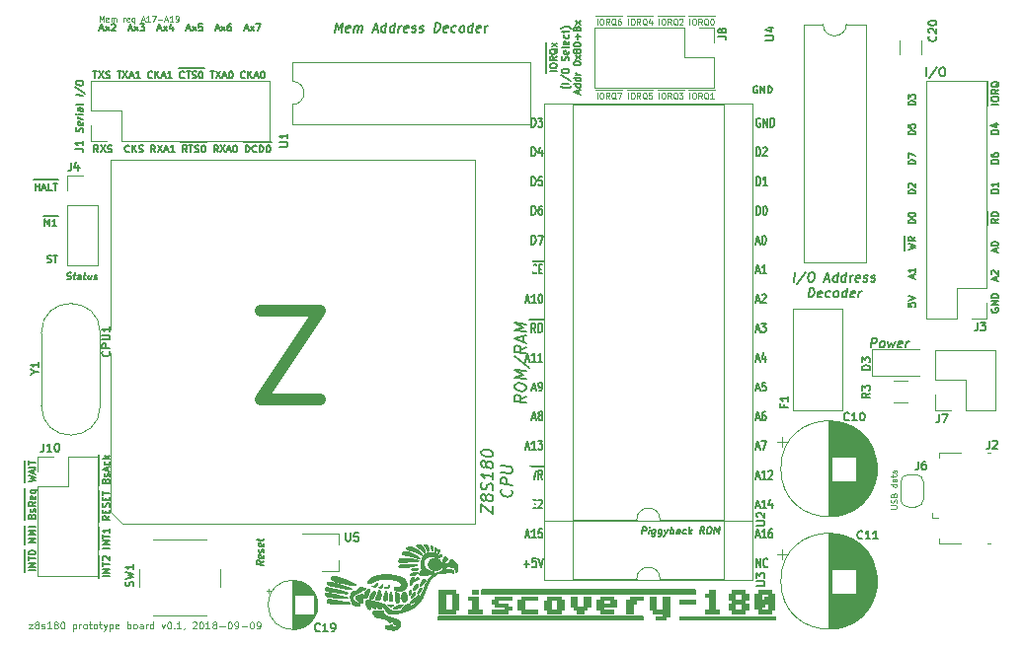
<source format=gbr>
%TF.GenerationSoftware,KiCad,Pcbnew,5.0.0-fee4fd1~66~ubuntu18.04.1*%
%TF.CreationDate,2018-09-09T22:09:21+02:00*%
%TF.ProjectId,z180,7A3138302E6B696361645F7063620000,0.1*%
%TF.SameCoordinates,Original*%
%TF.FileFunction,Legend,Top*%
%TF.FilePolarity,Positive*%
%FSLAX46Y46*%
G04 Gerber Fmt 4.6, Leading zero omitted, Abs format (unit mm)*
G04 Created by KiCad (PCBNEW 5.0.0-fee4fd1~66~ubuntu18.04.1) date Sun Sep  9 22:09:21 2018*
%MOMM*%
%LPD*%
G01*
G04 APERTURE LIST*
%ADD10C,0.135000*%
%ADD11C,1.016000*%
%ADD12C,0.100000*%
%ADD13C,0.180000*%
%ADD14C,0.175000*%
%ADD15C,0.120000*%
%ADD16C,0.004448*%
%ADD17C,0.095087*%
%ADD18C,0.138558*%
%ADD19C,0.141768*%
%ADD20C,0.024890*%
%ADD21C,0.500000*%
%ADD22R,2.001600X1.601600*%
%ADD23C,1.551600*%
%ADD24R,1.451600X0.501600*%
%ADD25O,2.001600X2.001600*%
%ADD26R,2.001600X1.301600*%
%ADD27O,1.801600X1.801600*%
%ADD28R,1.801600X1.801600*%
%ADD29C,2.301600*%
%ADD30C,1.524000*%
%ADD31R,1.524000X1.524000*%
%ADD32O,1.701600X1.701600*%
%ADD33R,1.701600X1.701600*%
%ADD34C,0.801600*%
%ADD35C,4.501600*%
%ADD36C,2.101600*%
%ADD37C,1.701600*%
%ADD38C,1.526600*%
%ADD39C,1.301600*%
%ADD40R,1.301600X1.301600*%
%ADD41C,1.501600*%
%ADD42R,1.101600X1.101600*%
%ADD43R,2.001600X0.901600*%
%ADD44C,1.601600*%
G04 APERTURE END LIST*
D10*
X102031857Y-24084000D02*
X101974714Y-24055428D01*
X101889000Y-24055428D01*
X101803285Y-24084000D01*
X101746142Y-24141142D01*
X101717571Y-24198285D01*
X101689000Y-24312571D01*
X101689000Y-24398285D01*
X101717571Y-24512571D01*
X101746142Y-24569714D01*
X101803285Y-24626857D01*
X101889000Y-24655428D01*
X101946142Y-24655428D01*
X102031857Y-24626857D01*
X102060428Y-24598285D01*
X102060428Y-24398285D01*
X101946142Y-24398285D01*
X102317571Y-24655428D02*
X102317571Y-24055428D01*
X102660428Y-24655428D01*
X102660428Y-24055428D01*
X102946142Y-24655428D02*
X102946142Y-24055428D01*
X103089000Y-24055428D01*
X103174714Y-24084000D01*
X103231857Y-24141142D01*
X103260428Y-24198285D01*
X103289000Y-24312571D01*
X103289000Y-24398285D01*
X103260428Y-24512571D01*
X103231857Y-24569714D01*
X103174714Y-24626857D01*
X103089000Y-24655428D01*
X102946142Y-24655428D01*
D11*
X59436000Y-43325142D02*
X64516000Y-43325142D01*
X59436000Y-50945142D01*
X64516000Y-50945142D01*
D10*
X42835924Y-40628857D02*
X42918066Y-40657428D01*
X43060924Y-40657428D01*
X43121638Y-40628857D01*
X43153781Y-40600285D01*
X43189495Y-40543142D01*
X43196638Y-40486000D01*
X43175209Y-40428857D01*
X43150209Y-40400285D01*
X43096638Y-40371714D01*
X42985924Y-40343142D01*
X42932352Y-40314571D01*
X42907352Y-40286000D01*
X42885924Y-40228857D01*
X42893066Y-40171714D01*
X42928781Y-40114571D01*
X42960924Y-40086000D01*
X43021638Y-40057428D01*
X43164495Y-40057428D01*
X43246638Y-40086000D01*
X43396638Y-40257428D02*
X43625209Y-40257428D01*
X43507352Y-40057428D02*
X43443066Y-40571714D01*
X43464495Y-40628857D01*
X43518066Y-40657428D01*
X43575209Y-40657428D01*
X44032352Y-40657428D02*
X44071638Y-40343142D01*
X44050209Y-40286000D01*
X43996638Y-40257428D01*
X43882352Y-40257428D01*
X43821638Y-40286000D01*
X44035924Y-40628857D02*
X43975209Y-40657428D01*
X43832352Y-40657428D01*
X43778781Y-40628857D01*
X43757352Y-40571714D01*
X43764495Y-40514571D01*
X43800209Y-40457428D01*
X43860924Y-40428857D01*
X44003781Y-40428857D01*
X44064495Y-40400285D01*
X44282352Y-40257428D02*
X44510924Y-40257428D01*
X44393066Y-40057428D02*
X44328781Y-40571714D01*
X44350209Y-40628857D01*
X44403781Y-40657428D01*
X44460924Y-40657428D01*
X44968066Y-40257428D02*
X44918066Y-40657428D01*
X44710924Y-40257428D02*
X44671638Y-40571714D01*
X44693066Y-40628857D01*
X44746638Y-40657428D01*
X44832352Y-40657428D01*
X44893066Y-40628857D01*
X44925209Y-40600285D01*
X45178781Y-40628857D02*
X45232352Y-40657428D01*
X45346638Y-40657428D01*
X45407352Y-40628857D01*
X45443066Y-40571714D01*
X45446638Y-40543142D01*
X45425209Y-40486000D01*
X45371638Y-40457428D01*
X45285924Y-40457428D01*
X45232352Y-40428857D01*
X45210924Y-40371714D01*
X45214495Y-40343142D01*
X45250209Y-40286000D01*
X45310924Y-40257428D01*
X45396638Y-40257428D01*
X45450209Y-40286000D01*
X39990535Y-32101500D02*
X40619107Y-32101500D01*
X40133392Y-32980428D02*
X40133392Y-32380428D01*
X40133392Y-32666142D02*
X40476250Y-32666142D01*
X40476250Y-32980428D02*
X40476250Y-32380428D01*
X40619107Y-32101500D02*
X41133392Y-32101500D01*
X40733392Y-32809000D02*
X41019107Y-32809000D01*
X40676250Y-32980428D02*
X40876250Y-32380428D01*
X41076250Y-32980428D01*
X41133392Y-32101500D02*
X41619107Y-32101500D01*
X41561964Y-32980428D02*
X41276250Y-32980428D01*
X41276250Y-32380428D01*
X41619107Y-32101500D02*
X42076250Y-32101500D01*
X41676250Y-32380428D02*
X42019107Y-32380428D01*
X41847678Y-32980428D02*
X41847678Y-32380428D01*
X40819107Y-35206500D02*
X41504821Y-35206500D01*
X40961964Y-36085428D02*
X40961964Y-35485428D01*
X41161964Y-35914000D01*
X41361964Y-35485428D01*
X41361964Y-36085428D01*
X41504821Y-35206500D02*
X42076250Y-35206500D01*
X41961964Y-36085428D02*
X41619107Y-36085428D01*
X41790535Y-36085428D02*
X41790535Y-35485428D01*
X41733392Y-35571142D01*
X41676250Y-35628285D01*
X41619107Y-35656857D01*
X41161964Y-39161857D02*
X41247678Y-39190428D01*
X41390535Y-39190428D01*
X41447678Y-39161857D01*
X41476250Y-39133285D01*
X41504821Y-39076142D01*
X41504821Y-39019000D01*
X41476250Y-38961857D01*
X41447678Y-38933285D01*
X41390535Y-38904714D01*
X41276250Y-38876142D01*
X41219107Y-38847571D01*
X41190535Y-38819000D01*
X41161964Y-38761857D01*
X41161964Y-38704714D01*
X41190535Y-38647571D01*
X41219107Y-38619000D01*
X41276250Y-38590428D01*
X41419107Y-38590428D01*
X41504821Y-38619000D01*
X41676250Y-38590428D02*
X42019107Y-38590428D01*
X41847678Y-39190428D02*
X41847678Y-38590428D01*
D12*
X39587142Y-70229428D02*
X39901428Y-70229428D01*
X39587142Y-70629428D01*
X39901428Y-70629428D01*
X40215714Y-70286571D02*
X40158571Y-70258000D01*
X40130000Y-70229428D01*
X40101428Y-70172285D01*
X40101428Y-70143714D01*
X40130000Y-70086571D01*
X40158571Y-70058000D01*
X40215714Y-70029428D01*
X40330000Y-70029428D01*
X40387142Y-70058000D01*
X40415714Y-70086571D01*
X40444285Y-70143714D01*
X40444285Y-70172285D01*
X40415714Y-70229428D01*
X40387142Y-70258000D01*
X40330000Y-70286571D01*
X40215714Y-70286571D01*
X40158571Y-70315142D01*
X40130000Y-70343714D01*
X40101428Y-70400857D01*
X40101428Y-70515142D01*
X40130000Y-70572285D01*
X40158571Y-70600857D01*
X40215714Y-70629428D01*
X40330000Y-70629428D01*
X40387142Y-70600857D01*
X40415714Y-70572285D01*
X40444285Y-70515142D01*
X40444285Y-70400857D01*
X40415714Y-70343714D01*
X40387142Y-70315142D01*
X40330000Y-70286571D01*
X40672857Y-70600857D02*
X40730000Y-70629428D01*
X40844285Y-70629428D01*
X40901428Y-70600857D01*
X40930000Y-70543714D01*
X40930000Y-70515142D01*
X40901428Y-70458000D01*
X40844285Y-70429428D01*
X40758571Y-70429428D01*
X40701428Y-70400857D01*
X40672857Y-70343714D01*
X40672857Y-70315142D01*
X40701428Y-70258000D01*
X40758571Y-70229428D01*
X40844285Y-70229428D01*
X40901428Y-70258000D01*
X41501428Y-70629428D02*
X41158571Y-70629428D01*
X41330000Y-70629428D02*
X41330000Y-70029428D01*
X41272857Y-70115142D01*
X41215714Y-70172285D01*
X41158571Y-70200857D01*
X41844285Y-70286571D02*
X41787142Y-70258000D01*
X41758571Y-70229428D01*
X41730000Y-70172285D01*
X41730000Y-70143714D01*
X41758571Y-70086571D01*
X41787142Y-70058000D01*
X41844285Y-70029428D01*
X41958571Y-70029428D01*
X42015714Y-70058000D01*
X42044285Y-70086571D01*
X42072857Y-70143714D01*
X42072857Y-70172285D01*
X42044285Y-70229428D01*
X42015714Y-70258000D01*
X41958571Y-70286571D01*
X41844285Y-70286571D01*
X41787142Y-70315142D01*
X41758571Y-70343714D01*
X41730000Y-70400857D01*
X41730000Y-70515142D01*
X41758571Y-70572285D01*
X41787142Y-70600857D01*
X41844285Y-70629428D01*
X41958571Y-70629428D01*
X42015714Y-70600857D01*
X42044285Y-70572285D01*
X42072857Y-70515142D01*
X42072857Y-70400857D01*
X42044285Y-70343714D01*
X42015714Y-70315142D01*
X41958571Y-70286571D01*
X42444285Y-70029428D02*
X42501428Y-70029428D01*
X42558571Y-70058000D01*
X42587142Y-70086571D01*
X42615714Y-70143714D01*
X42644285Y-70258000D01*
X42644285Y-70400857D01*
X42615714Y-70515142D01*
X42587142Y-70572285D01*
X42558571Y-70600857D01*
X42501428Y-70629428D01*
X42444285Y-70629428D01*
X42387142Y-70600857D01*
X42358571Y-70572285D01*
X42330000Y-70515142D01*
X42301428Y-70400857D01*
X42301428Y-70258000D01*
X42330000Y-70143714D01*
X42358571Y-70086571D01*
X42387142Y-70058000D01*
X42444285Y-70029428D01*
X43358571Y-70229428D02*
X43358571Y-70829428D01*
X43358571Y-70258000D02*
X43415714Y-70229428D01*
X43530000Y-70229428D01*
X43587142Y-70258000D01*
X43615714Y-70286571D01*
X43644285Y-70343714D01*
X43644285Y-70515142D01*
X43615714Y-70572285D01*
X43587142Y-70600857D01*
X43530000Y-70629428D01*
X43415714Y-70629428D01*
X43358571Y-70600857D01*
X43901428Y-70629428D02*
X43901428Y-70229428D01*
X43901428Y-70343714D02*
X43930000Y-70286571D01*
X43958571Y-70258000D01*
X44015714Y-70229428D01*
X44072857Y-70229428D01*
X44358571Y-70629428D02*
X44301428Y-70600857D01*
X44272857Y-70572285D01*
X44244285Y-70515142D01*
X44244285Y-70343714D01*
X44272857Y-70286571D01*
X44301428Y-70258000D01*
X44358571Y-70229428D01*
X44444285Y-70229428D01*
X44501428Y-70258000D01*
X44530000Y-70286571D01*
X44558571Y-70343714D01*
X44558571Y-70515142D01*
X44530000Y-70572285D01*
X44501428Y-70600857D01*
X44444285Y-70629428D01*
X44358571Y-70629428D01*
X44730000Y-70229428D02*
X44958571Y-70229428D01*
X44815714Y-70029428D02*
X44815714Y-70543714D01*
X44844285Y-70600857D01*
X44901428Y-70629428D01*
X44958571Y-70629428D01*
X45244285Y-70629428D02*
X45187142Y-70600857D01*
X45158571Y-70572285D01*
X45130000Y-70515142D01*
X45130000Y-70343714D01*
X45158571Y-70286571D01*
X45187142Y-70258000D01*
X45244285Y-70229428D01*
X45330000Y-70229428D01*
X45387142Y-70258000D01*
X45415714Y-70286571D01*
X45444285Y-70343714D01*
X45444285Y-70515142D01*
X45415714Y-70572285D01*
X45387142Y-70600857D01*
X45330000Y-70629428D01*
X45244285Y-70629428D01*
X45615714Y-70229428D02*
X45844285Y-70229428D01*
X45701428Y-70029428D02*
X45701428Y-70543714D01*
X45730000Y-70600857D01*
X45787142Y-70629428D01*
X45844285Y-70629428D01*
X45987142Y-70229428D02*
X46130000Y-70629428D01*
X46272857Y-70229428D02*
X46130000Y-70629428D01*
X46072857Y-70772285D01*
X46044285Y-70800857D01*
X45987142Y-70829428D01*
X46501428Y-70229428D02*
X46501428Y-70829428D01*
X46501428Y-70258000D02*
X46558571Y-70229428D01*
X46672857Y-70229428D01*
X46730000Y-70258000D01*
X46758571Y-70286571D01*
X46787142Y-70343714D01*
X46787142Y-70515142D01*
X46758571Y-70572285D01*
X46730000Y-70600857D01*
X46672857Y-70629428D01*
X46558571Y-70629428D01*
X46501428Y-70600857D01*
X47272857Y-70600857D02*
X47215714Y-70629428D01*
X47101428Y-70629428D01*
X47044285Y-70600857D01*
X47015714Y-70543714D01*
X47015714Y-70315142D01*
X47044285Y-70258000D01*
X47101428Y-70229428D01*
X47215714Y-70229428D01*
X47272857Y-70258000D01*
X47301428Y-70315142D01*
X47301428Y-70372285D01*
X47015714Y-70429428D01*
X48015714Y-70629428D02*
X48015714Y-70029428D01*
X48015714Y-70258000D02*
X48072857Y-70229428D01*
X48187142Y-70229428D01*
X48244285Y-70258000D01*
X48272857Y-70286571D01*
X48301428Y-70343714D01*
X48301428Y-70515142D01*
X48272857Y-70572285D01*
X48244285Y-70600857D01*
X48187142Y-70629428D01*
X48072857Y-70629428D01*
X48015714Y-70600857D01*
X48644285Y-70629428D02*
X48587142Y-70600857D01*
X48558571Y-70572285D01*
X48530000Y-70515142D01*
X48530000Y-70343714D01*
X48558571Y-70286571D01*
X48587142Y-70258000D01*
X48644285Y-70229428D01*
X48730000Y-70229428D01*
X48787142Y-70258000D01*
X48815714Y-70286571D01*
X48844285Y-70343714D01*
X48844285Y-70515142D01*
X48815714Y-70572285D01*
X48787142Y-70600857D01*
X48730000Y-70629428D01*
X48644285Y-70629428D01*
X49358571Y-70629428D02*
X49358571Y-70315142D01*
X49330000Y-70258000D01*
X49272857Y-70229428D01*
X49158571Y-70229428D01*
X49101428Y-70258000D01*
X49358571Y-70600857D02*
X49301428Y-70629428D01*
X49158571Y-70629428D01*
X49101428Y-70600857D01*
X49072857Y-70543714D01*
X49072857Y-70486571D01*
X49101428Y-70429428D01*
X49158571Y-70400857D01*
X49301428Y-70400857D01*
X49358571Y-70372285D01*
X49644285Y-70629428D02*
X49644285Y-70229428D01*
X49644285Y-70343714D02*
X49672857Y-70286571D01*
X49701428Y-70258000D01*
X49758571Y-70229428D01*
X49815714Y-70229428D01*
X50272857Y-70629428D02*
X50272857Y-70029428D01*
X50272857Y-70600857D02*
X50215714Y-70629428D01*
X50101428Y-70629428D01*
X50044285Y-70600857D01*
X50015714Y-70572285D01*
X49987142Y-70515142D01*
X49987142Y-70343714D01*
X50015714Y-70286571D01*
X50044285Y-70258000D01*
X50101428Y-70229428D01*
X50215714Y-70229428D01*
X50272857Y-70258000D01*
X50958571Y-70229428D02*
X51101428Y-70629428D01*
X51244285Y-70229428D01*
X51587142Y-70029428D02*
X51644285Y-70029428D01*
X51701428Y-70058000D01*
X51730000Y-70086571D01*
X51758571Y-70143714D01*
X51787142Y-70258000D01*
X51787142Y-70400857D01*
X51758571Y-70515142D01*
X51730000Y-70572285D01*
X51701428Y-70600857D01*
X51644285Y-70629428D01*
X51587142Y-70629428D01*
X51530000Y-70600857D01*
X51501428Y-70572285D01*
X51472857Y-70515142D01*
X51444285Y-70400857D01*
X51444285Y-70258000D01*
X51472857Y-70143714D01*
X51501428Y-70086571D01*
X51530000Y-70058000D01*
X51587142Y-70029428D01*
X52044285Y-70572285D02*
X52072857Y-70600857D01*
X52044285Y-70629428D01*
X52015714Y-70600857D01*
X52044285Y-70572285D01*
X52044285Y-70629428D01*
X52644285Y-70629428D02*
X52301428Y-70629428D01*
X52472857Y-70629428D02*
X52472857Y-70029428D01*
X52415714Y-70115142D01*
X52358571Y-70172285D01*
X52301428Y-70200857D01*
X52930000Y-70600857D02*
X52930000Y-70629428D01*
X52901428Y-70686571D01*
X52872857Y-70715142D01*
X53615714Y-70086571D02*
X53644285Y-70058000D01*
X53701428Y-70029428D01*
X53844285Y-70029428D01*
X53901428Y-70058000D01*
X53930000Y-70086571D01*
X53958571Y-70143714D01*
X53958571Y-70200857D01*
X53930000Y-70286571D01*
X53587142Y-70629428D01*
X53958571Y-70629428D01*
X54330000Y-70029428D02*
X54387142Y-70029428D01*
X54444285Y-70058000D01*
X54472857Y-70086571D01*
X54501428Y-70143714D01*
X54530000Y-70258000D01*
X54530000Y-70400857D01*
X54501428Y-70515142D01*
X54472857Y-70572285D01*
X54444285Y-70600857D01*
X54387142Y-70629428D01*
X54330000Y-70629428D01*
X54272857Y-70600857D01*
X54244285Y-70572285D01*
X54215714Y-70515142D01*
X54187142Y-70400857D01*
X54187142Y-70258000D01*
X54215714Y-70143714D01*
X54244285Y-70086571D01*
X54272857Y-70058000D01*
X54330000Y-70029428D01*
X55101428Y-70629428D02*
X54758571Y-70629428D01*
X54930000Y-70629428D02*
X54930000Y-70029428D01*
X54872857Y-70115142D01*
X54815714Y-70172285D01*
X54758571Y-70200857D01*
X55444285Y-70286571D02*
X55387142Y-70258000D01*
X55358571Y-70229428D01*
X55330000Y-70172285D01*
X55330000Y-70143714D01*
X55358571Y-70086571D01*
X55387142Y-70058000D01*
X55444285Y-70029428D01*
X55558571Y-70029428D01*
X55615714Y-70058000D01*
X55644285Y-70086571D01*
X55672857Y-70143714D01*
X55672857Y-70172285D01*
X55644285Y-70229428D01*
X55615714Y-70258000D01*
X55558571Y-70286571D01*
X55444285Y-70286571D01*
X55387142Y-70315142D01*
X55358571Y-70343714D01*
X55330000Y-70400857D01*
X55330000Y-70515142D01*
X55358571Y-70572285D01*
X55387142Y-70600857D01*
X55444285Y-70629428D01*
X55558571Y-70629428D01*
X55615714Y-70600857D01*
X55644285Y-70572285D01*
X55672857Y-70515142D01*
X55672857Y-70400857D01*
X55644285Y-70343714D01*
X55615714Y-70315142D01*
X55558571Y-70286571D01*
X55930000Y-70400857D02*
X56387142Y-70400857D01*
X56787142Y-70029428D02*
X56844285Y-70029428D01*
X56901428Y-70058000D01*
X56930000Y-70086571D01*
X56958571Y-70143714D01*
X56987142Y-70258000D01*
X56987142Y-70400857D01*
X56958571Y-70515142D01*
X56930000Y-70572285D01*
X56901428Y-70600857D01*
X56844285Y-70629428D01*
X56787142Y-70629428D01*
X56730000Y-70600857D01*
X56701428Y-70572285D01*
X56672857Y-70515142D01*
X56644285Y-70400857D01*
X56644285Y-70258000D01*
X56672857Y-70143714D01*
X56701428Y-70086571D01*
X56730000Y-70058000D01*
X56787142Y-70029428D01*
X57272857Y-70629428D02*
X57387142Y-70629428D01*
X57444285Y-70600857D01*
X57472857Y-70572285D01*
X57530000Y-70486571D01*
X57558571Y-70372285D01*
X57558571Y-70143714D01*
X57530000Y-70086571D01*
X57501428Y-70058000D01*
X57444285Y-70029428D01*
X57330000Y-70029428D01*
X57272857Y-70058000D01*
X57244285Y-70086571D01*
X57215714Y-70143714D01*
X57215714Y-70286571D01*
X57244285Y-70343714D01*
X57272857Y-70372285D01*
X57330000Y-70400857D01*
X57444285Y-70400857D01*
X57501428Y-70372285D01*
X57530000Y-70343714D01*
X57558571Y-70286571D01*
X57815714Y-70400857D02*
X58272857Y-70400857D01*
X58672857Y-70029428D02*
X58730000Y-70029428D01*
X58787142Y-70058000D01*
X58815714Y-70086571D01*
X58844285Y-70143714D01*
X58872857Y-70258000D01*
X58872857Y-70400857D01*
X58844285Y-70515142D01*
X58815714Y-70572285D01*
X58787142Y-70600857D01*
X58730000Y-70629428D01*
X58672857Y-70629428D01*
X58615714Y-70600857D01*
X58587142Y-70572285D01*
X58558571Y-70515142D01*
X58530000Y-70400857D01*
X58530000Y-70258000D01*
X58558571Y-70143714D01*
X58587142Y-70086571D01*
X58615714Y-70058000D01*
X58672857Y-70029428D01*
X59158571Y-70629428D02*
X59272857Y-70629428D01*
X59330000Y-70600857D01*
X59358571Y-70572285D01*
X59415714Y-70486571D01*
X59444285Y-70372285D01*
X59444285Y-70143714D01*
X59415714Y-70086571D01*
X59387142Y-70058000D01*
X59330000Y-70029428D01*
X59215714Y-70029428D01*
X59158571Y-70058000D01*
X59130000Y-70086571D01*
X59101428Y-70143714D01*
X59101428Y-70286571D01*
X59130000Y-70343714D01*
X59158571Y-70372285D01*
X59215714Y-70400857D01*
X59330000Y-70400857D01*
X59387142Y-70372285D01*
X59415714Y-70343714D01*
X59444285Y-70286571D01*
D10*
X82703678Y-27540285D02*
X82703678Y-26790285D01*
X82846535Y-26790285D01*
X82932250Y-26826000D01*
X82989392Y-26897428D01*
X83017964Y-26968857D01*
X83046535Y-27111714D01*
X83046535Y-27218857D01*
X83017964Y-27361714D01*
X82989392Y-27433142D01*
X82932250Y-27504571D01*
X82846535Y-27540285D01*
X82703678Y-27540285D01*
X83246535Y-26790285D02*
X83617964Y-26790285D01*
X83417964Y-27076000D01*
X83503678Y-27076000D01*
X83560821Y-27111714D01*
X83589392Y-27147428D01*
X83617964Y-27218857D01*
X83617964Y-27397428D01*
X83589392Y-27468857D01*
X83560821Y-27504571D01*
X83503678Y-27540285D01*
X83332250Y-27540285D01*
X83275107Y-27504571D01*
X83246535Y-27468857D01*
X82703678Y-30060285D02*
X82703678Y-29310285D01*
X82846535Y-29310285D01*
X82932250Y-29346000D01*
X82989392Y-29417428D01*
X83017964Y-29488857D01*
X83046535Y-29631714D01*
X83046535Y-29738857D01*
X83017964Y-29881714D01*
X82989392Y-29953142D01*
X82932250Y-30024571D01*
X82846535Y-30060285D01*
X82703678Y-30060285D01*
X83560821Y-29560285D02*
X83560821Y-30060285D01*
X83417964Y-29274571D02*
X83275107Y-29810285D01*
X83646535Y-29810285D01*
X82703678Y-32580285D02*
X82703678Y-31830285D01*
X82846535Y-31830285D01*
X82932250Y-31866000D01*
X82989392Y-31937428D01*
X83017964Y-32008857D01*
X83046535Y-32151714D01*
X83046535Y-32258857D01*
X83017964Y-32401714D01*
X82989392Y-32473142D01*
X82932250Y-32544571D01*
X82846535Y-32580285D01*
X82703678Y-32580285D01*
X83589392Y-31830285D02*
X83303678Y-31830285D01*
X83275107Y-32187428D01*
X83303678Y-32151714D01*
X83360821Y-32116000D01*
X83503678Y-32116000D01*
X83560821Y-32151714D01*
X83589392Y-32187428D01*
X83617964Y-32258857D01*
X83617964Y-32437428D01*
X83589392Y-32508857D01*
X83560821Y-32544571D01*
X83503678Y-32580285D01*
X83360821Y-32580285D01*
X83303678Y-32544571D01*
X83275107Y-32508857D01*
X82703678Y-35100285D02*
X82703678Y-34350285D01*
X82846535Y-34350285D01*
X82932250Y-34386000D01*
X82989392Y-34457428D01*
X83017964Y-34528857D01*
X83046535Y-34671714D01*
X83046535Y-34778857D01*
X83017964Y-34921714D01*
X82989392Y-34993142D01*
X82932250Y-35064571D01*
X82846535Y-35100285D01*
X82703678Y-35100285D01*
X83560821Y-34350285D02*
X83446535Y-34350285D01*
X83389392Y-34386000D01*
X83360821Y-34421714D01*
X83303678Y-34528857D01*
X83275107Y-34671714D01*
X83275107Y-34957428D01*
X83303678Y-35028857D01*
X83332250Y-35064571D01*
X83389392Y-35100285D01*
X83503678Y-35100285D01*
X83560821Y-35064571D01*
X83589392Y-35028857D01*
X83617964Y-34957428D01*
X83617964Y-34778857D01*
X83589392Y-34707428D01*
X83560821Y-34671714D01*
X83503678Y-34636000D01*
X83389392Y-34636000D01*
X83332250Y-34671714D01*
X83303678Y-34707428D01*
X83275107Y-34778857D01*
X82703678Y-37620285D02*
X82703678Y-36870285D01*
X82846535Y-36870285D01*
X82932250Y-36906000D01*
X82989392Y-36977428D01*
X83017964Y-37048857D01*
X83046535Y-37191714D01*
X83046535Y-37298857D01*
X83017964Y-37441714D01*
X82989392Y-37513142D01*
X82932250Y-37584571D01*
X82846535Y-37620285D01*
X82703678Y-37620285D01*
X83246535Y-36870285D02*
X83646535Y-36870285D01*
X83389392Y-37620285D01*
X82589392Y-39085500D02*
X83189392Y-39085500D01*
X83075107Y-40068857D02*
X83046535Y-40104571D01*
X82960821Y-40140285D01*
X82903678Y-40140285D01*
X82817964Y-40104571D01*
X82760821Y-40033142D01*
X82732250Y-39961714D01*
X82703678Y-39818857D01*
X82703678Y-39711714D01*
X82732250Y-39568857D01*
X82760821Y-39497428D01*
X82817964Y-39426000D01*
X82903678Y-39390285D01*
X82960821Y-39390285D01*
X83046535Y-39426000D01*
X83075107Y-39461714D01*
X83189392Y-39085500D02*
X83732250Y-39085500D01*
X83332250Y-39747428D02*
X83532250Y-39747428D01*
X83617964Y-40140285D02*
X83332250Y-40140285D01*
X83332250Y-39390285D01*
X83617964Y-39390285D01*
X82189392Y-42446000D02*
X82475107Y-42446000D01*
X82132250Y-42660285D02*
X82332250Y-41910285D01*
X82532250Y-42660285D01*
X83046535Y-42660285D02*
X82703678Y-42660285D01*
X82875107Y-42660285D02*
X82875107Y-41910285D01*
X82817964Y-42017428D01*
X82760821Y-42088857D01*
X82703678Y-42124571D01*
X83417964Y-41910285D02*
X83475107Y-41910285D01*
X83532250Y-41946000D01*
X83560821Y-41981714D01*
X83589392Y-42053142D01*
X83617964Y-42196000D01*
X83617964Y-42374571D01*
X83589392Y-42517428D01*
X83560821Y-42588857D01*
X83532250Y-42624571D01*
X83475107Y-42660285D01*
X83417964Y-42660285D01*
X83360821Y-42624571D01*
X83332250Y-42588857D01*
X83303678Y-42517428D01*
X83275107Y-42374571D01*
X83275107Y-42196000D01*
X83303678Y-42053142D01*
X83332250Y-41981714D01*
X83360821Y-41946000D01*
X83417964Y-41910285D01*
X82532250Y-44125500D02*
X83132250Y-44125500D01*
X83017964Y-45180285D02*
X82817964Y-44823142D01*
X82675107Y-45180285D02*
X82675107Y-44430285D01*
X82903678Y-44430285D01*
X82960821Y-44466000D01*
X82989392Y-44501714D01*
X83017964Y-44573142D01*
X83017964Y-44680285D01*
X82989392Y-44751714D01*
X82960821Y-44787428D01*
X82903678Y-44823142D01*
X82675107Y-44823142D01*
X83132250Y-44125500D02*
X83732250Y-44125500D01*
X83275107Y-45180285D02*
X83275107Y-44430285D01*
X83417964Y-44430285D01*
X83503678Y-44466000D01*
X83560821Y-44537428D01*
X83589392Y-44608857D01*
X83617964Y-44751714D01*
X83617964Y-44858857D01*
X83589392Y-45001714D01*
X83560821Y-45073142D01*
X83503678Y-45144571D01*
X83417964Y-45180285D01*
X83275107Y-45180285D01*
X82189392Y-47486000D02*
X82475107Y-47486000D01*
X82132250Y-47700285D02*
X82332250Y-46950285D01*
X82532250Y-47700285D01*
X83046535Y-47700285D02*
X82703678Y-47700285D01*
X82875107Y-47700285D02*
X82875107Y-46950285D01*
X82817964Y-47057428D01*
X82760821Y-47128857D01*
X82703678Y-47164571D01*
X83617964Y-47700285D02*
X83275107Y-47700285D01*
X83446535Y-47700285D02*
X83446535Y-46950285D01*
X83389392Y-47057428D01*
X83332250Y-47128857D01*
X83275107Y-47164571D01*
X82760821Y-50006000D02*
X83046535Y-50006000D01*
X82703678Y-50220285D02*
X82903678Y-49470285D01*
X83103678Y-50220285D01*
X83332250Y-50220285D02*
X83446535Y-50220285D01*
X83503678Y-50184571D01*
X83532250Y-50148857D01*
X83589392Y-50041714D01*
X83617964Y-49898857D01*
X83617964Y-49613142D01*
X83589392Y-49541714D01*
X83560821Y-49506000D01*
X83503678Y-49470285D01*
X83389392Y-49470285D01*
X83332250Y-49506000D01*
X83303678Y-49541714D01*
X83275107Y-49613142D01*
X83275107Y-49791714D01*
X83303678Y-49863142D01*
X83332250Y-49898857D01*
X83389392Y-49934571D01*
X83503678Y-49934571D01*
X83560821Y-49898857D01*
X83589392Y-49863142D01*
X83617964Y-49791714D01*
X82760821Y-52526000D02*
X83046535Y-52526000D01*
X82703678Y-52740285D02*
X82903678Y-51990285D01*
X83103678Y-52740285D01*
X83389392Y-52311714D02*
X83332250Y-52276000D01*
X83303678Y-52240285D01*
X83275107Y-52168857D01*
X83275107Y-52133142D01*
X83303678Y-52061714D01*
X83332250Y-52026000D01*
X83389392Y-51990285D01*
X83503678Y-51990285D01*
X83560821Y-52026000D01*
X83589392Y-52061714D01*
X83617964Y-52133142D01*
X83617964Y-52168857D01*
X83589392Y-52240285D01*
X83560821Y-52276000D01*
X83503678Y-52311714D01*
X83389392Y-52311714D01*
X83332250Y-52347428D01*
X83303678Y-52383142D01*
X83275107Y-52454571D01*
X83275107Y-52597428D01*
X83303678Y-52668857D01*
X83332250Y-52704571D01*
X83389392Y-52740285D01*
X83503678Y-52740285D01*
X83560821Y-52704571D01*
X83589392Y-52668857D01*
X83617964Y-52597428D01*
X83617964Y-52454571D01*
X83589392Y-52383142D01*
X83560821Y-52347428D01*
X83503678Y-52311714D01*
X82189392Y-55046000D02*
X82475107Y-55046000D01*
X82132250Y-55260285D02*
X82332250Y-54510285D01*
X82532250Y-55260285D01*
X83046535Y-55260285D02*
X82703678Y-55260285D01*
X82875107Y-55260285D02*
X82875107Y-54510285D01*
X82817964Y-54617428D01*
X82760821Y-54688857D01*
X82703678Y-54724571D01*
X83246535Y-54510285D02*
X83617964Y-54510285D01*
X83417964Y-54796000D01*
X83503678Y-54796000D01*
X83560821Y-54831714D01*
X83589392Y-54867428D01*
X83617964Y-54938857D01*
X83617964Y-55117428D01*
X83589392Y-55188857D01*
X83560821Y-55224571D01*
X83503678Y-55260285D01*
X83332250Y-55260285D01*
X83275107Y-55224571D01*
X83246535Y-55188857D01*
X82446535Y-56725500D02*
X83132250Y-56725500D01*
X82532250Y-57030285D02*
X82675107Y-57780285D01*
X82789392Y-57244571D01*
X82903678Y-57780285D01*
X83046535Y-57030285D01*
X83132250Y-56725500D02*
X83732250Y-56725500D01*
X83617964Y-57780285D02*
X83417964Y-57423142D01*
X83275107Y-57780285D02*
X83275107Y-57030285D01*
X83503678Y-57030285D01*
X83560821Y-57066000D01*
X83589392Y-57101714D01*
X83617964Y-57173142D01*
X83617964Y-57280285D01*
X83589392Y-57351714D01*
X83560821Y-57387428D01*
X83503678Y-57423142D01*
X83275107Y-57423142D01*
X82503678Y-60228857D02*
X82475107Y-60264571D01*
X82389392Y-60300285D01*
X82332250Y-60300285D01*
X82246535Y-60264571D01*
X82189392Y-60193142D01*
X82160821Y-60121714D01*
X82132250Y-59978857D01*
X82132250Y-59871714D01*
X82160821Y-59728857D01*
X82189392Y-59657428D01*
X82246535Y-59586000D01*
X82332250Y-59550285D01*
X82389392Y-59550285D01*
X82475107Y-59586000D01*
X82503678Y-59621714D01*
X82760821Y-59907428D02*
X82960821Y-59907428D01*
X83046535Y-60300285D02*
X82760821Y-60300285D01*
X82760821Y-59550285D01*
X83046535Y-59550285D01*
X83275107Y-59621714D02*
X83303678Y-59586000D01*
X83360821Y-59550285D01*
X83503678Y-59550285D01*
X83560821Y-59586000D01*
X83589392Y-59621714D01*
X83617964Y-59693142D01*
X83617964Y-59764571D01*
X83589392Y-59871714D01*
X83246535Y-60300285D01*
X83617964Y-60300285D01*
X82189392Y-62606000D02*
X82475107Y-62606000D01*
X82132250Y-62820285D02*
X82332250Y-62070285D01*
X82532250Y-62820285D01*
X83046535Y-62820285D02*
X82703678Y-62820285D01*
X82875107Y-62820285D02*
X82875107Y-62070285D01*
X82817964Y-62177428D01*
X82760821Y-62248857D01*
X82703678Y-62284571D01*
X83589392Y-62070285D02*
X83303678Y-62070285D01*
X83275107Y-62427428D01*
X83303678Y-62391714D01*
X83360821Y-62356000D01*
X83503678Y-62356000D01*
X83560821Y-62391714D01*
X83589392Y-62427428D01*
X83617964Y-62498857D01*
X83617964Y-62677428D01*
X83589392Y-62748857D01*
X83560821Y-62784571D01*
X83503678Y-62820285D01*
X83360821Y-62820285D01*
X83303678Y-62784571D01*
X83275107Y-62748857D01*
X82046535Y-65054571D02*
X82503678Y-65054571D01*
X82275107Y-65340285D02*
X82275107Y-64768857D01*
X83075107Y-64590285D02*
X82789392Y-64590285D01*
X82760821Y-64947428D01*
X82789392Y-64911714D01*
X82846535Y-64876000D01*
X82989392Y-64876000D01*
X83046535Y-64911714D01*
X83075107Y-64947428D01*
X83103678Y-65018857D01*
X83103678Y-65197428D01*
X83075107Y-65268857D01*
X83046535Y-65304571D01*
X82989392Y-65340285D01*
X82846535Y-65340285D01*
X82789392Y-65304571D01*
X82760821Y-65268857D01*
X83275107Y-64590285D02*
X83475107Y-65340285D01*
X83675107Y-64590285D01*
X102271892Y-26826000D02*
X102214750Y-26790285D01*
X102129035Y-26790285D01*
X102043321Y-26826000D01*
X101986178Y-26897428D01*
X101957607Y-26968857D01*
X101929035Y-27111714D01*
X101929035Y-27218857D01*
X101957607Y-27361714D01*
X101986178Y-27433142D01*
X102043321Y-27504571D01*
X102129035Y-27540285D01*
X102186178Y-27540285D01*
X102271892Y-27504571D01*
X102300464Y-27468857D01*
X102300464Y-27218857D01*
X102186178Y-27218857D01*
X102557607Y-27540285D02*
X102557607Y-26790285D01*
X102900464Y-27540285D01*
X102900464Y-26790285D01*
X103186178Y-27540285D02*
X103186178Y-26790285D01*
X103329035Y-26790285D01*
X103414750Y-26826000D01*
X103471892Y-26897428D01*
X103500464Y-26968857D01*
X103529035Y-27111714D01*
X103529035Y-27218857D01*
X103500464Y-27361714D01*
X103471892Y-27433142D01*
X103414750Y-27504571D01*
X103329035Y-27540285D01*
X103186178Y-27540285D01*
X101957607Y-30060285D02*
X101957607Y-29310285D01*
X102100464Y-29310285D01*
X102186178Y-29346000D01*
X102243321Y-29417428D01*
X102271892Y-29488857D01*
X102300464Y-29631714D01*
X102300464Y-29738857D01*
X102271892Y-29881714D01*
X102243321Y-29953142D01*
X102186178Y-30024571D01*
X102100464Y-30060285D01*
X101957607Y-30060285D01*
X102529035Y-29381714D02*
X102557607Y-29346000D01*
X102614750Y-29310285D01*
X102757607Y-29310285D01*
X102814750Y-29346000D01*
X102843321Y-29381714D01*
X102871892Y-29453142D01*
X102871892Y-29524571D01*
X102843321Y-29631714D01*
X102500464Y-30060285D01*
X102871892Y-30060285D01*
X101957607Y-32580285D02*
X101957607Y-31830285D01*
X102100464Y-31830285D01*
X102186178Y-31866000D01*
X102243321Y-31937428D01*
X102271892Y-32008857D01*
X102300464Y-32151714D01*
X102300464Y-32258857D01*
X102271892Y-32401714D01*
X102243321Y-32473142D01*
X102186178Y-32544571D01*
X102100464Y-32580285D01*
X101957607Y-32580285D01*
X102871892Y-32580285D02*
X102529035Y-32580285D01*
X102700464Y-32580285D02*
X102700464Y-31830285D01*
X102643321Y-31937428D01*
X102586178Y-32008857D01*
X102529035Y-32044571D01*
X101957607Y-35100285D02*
X101957607Y-34350285D01*
X102100464Y-34350285D01*
X102186178Y-34386000D01*
X102243321Y-34457428D01*
X102271892Y-34528857D01*
X102300464Y-34671714D01*
X102300464Y-34778857D01*
X102271892Y-34921714D01*
X102243321Y-34993142D01*
X102186178Y-35064571D01*
X102100464Y-35100285D01*
X101957607Y-35100285D01*
X102671892Y-34350285D02*
X102729035Y-34350285D01*
X102786178Y-34386000D01*
X102814750Y-34421714D01*
X102843321Y-34493142D01*
X102871892Y-34636000D01*
X102871892Y-34814571D01*
X102843321Y-34957428D01*
X102814750Y-35028857D01*
X102786178Y-35064571D01*
X102729035Y-35100285D01*
X102671892Y-35100285D01*
X102614750Y-35064571D01*
X102586178Y-35028857D01*
X102557607Y-34957428D01*
X102529035Y-34814571D01*
X102529035Y-34636000D01*
X102557607Y-34493142D01*
X102586178Y-34421714D01*
X102614750Y-34386000D01*
X102671892Y-34350285D01*
X101929035Y-37406000D02*
X102214750Y-37406000D01*
X101871892Y-37620285D02*
X102071892Y-36870285D01*
X102271892Y-37620285D01*
X102586178Y-36870285D02*
X102643321Y-36870285D01*
X102700464Y-36906000D01*
X102729035Y-36941714D01*
X102757607Y-37013142D01*
X102786178Y-37156000D01*
X102786178Y-37334571D01*
X102757607Y-37477428D01*
X102729035Y-37548857D01*
X102700464Y-37584571D01*
X102643321Y-37620285D01*
X102586178Y-37620285D01*
X102529035Y-37584571D01*
X102500464Y-37548857D01*
X102471892Y-37477428D01*
X102443321Y-37334571D01*
X102443321Y-37156000D01*
X102471892Y-37013142D01*
X102500464Y-36941714D01*
X102529035Y-36906000D01*
X102586178Y-36870285D01*
X101929035Y-39926000D02*
X102214750Y-39926000D01*
X101871892Y-40140285D02*
X102071892Y-39390285D01*
X102271892Y-40140285D01*
X102786178Y-40140285D02*
X102443321Y-40140285D01*
X102614750Y-40140285D02*
X102614750Y-39390285D01*
X102557607Y-39497428D01*
X102500464Y-39568857D01*
X102443321Y-39604571D01*
X101929035Y-42446000D02*
X102214750Y-42446000D01*
X101871892Y-42660285D02*
X102071892Y-41910285D01*
X102271892Y-42660285D01*
X102443321Y-41981714D02*
X102471892Y-41946000D01*
X102529035Y-41910285D01*
X102671892Y-41910285D01*
X102729035Y-41946000D01*
X102757607Y-41981714D01*
X102786178Y-42053142D01*
X102786178Y-42124571D01*
X102757607Y-42231714D01*
X102414750Y-42660285D01*
X102786178Y-42660285D01*
X101929035Y-44966000D02*
X102214750Y-44966000D01*
X101871892Y-45180285D02*
X102071892Y-44430285D01*
X102271892Y-45180285D01*
X102414750Y-44430285D02*
X102786178Y-44430285D01*
X102586178Y-44716000D01*
X102671892Y-44716000D01*
X102729035Y-44751714D01*
X102757607Y-44787428D01*
X102786178Y-44858857D01*
X102786178Y-45037428D01*
X102757607Y-45108857D01*
X102729035Y-45144571D01*
X102671892Y-45180285D01*
X102500464Y-45180285D01*
X102443321Y-45144571D01*
X102414750Y-45108857D01*
X101929035Y-47486000D02*
X102214750Y-47486000D01*
X101871892Y-47700285D02*
X102071892Y-46950285D01*
X102271892Y-47700285D01*
X102729035Y-47200285D02*
X102729035Y-47700285D01*
X102586178Y-46914571D02*
X102443321Y-47450285D01*
X102814750Y-47450285D01*
X101929035Y-50006000D02*
X102214750Y-50006000D01*
X101871892Y-50220285D02*
X102071892Y-49470285D01*
X102271892Y-50220285D01*
X102757607Y-49470285D02*
X102471892Y-49470285D01*
X102443321Y-49827428D01*
X102471892Y-49791714D01*
X102529035Y-49756000D01*
X102671892Y-49756000D01*
X102729035Y-49791714D01*
X102757607Y-49827428D01*
X102786178Y-49898857D01*
X102786178Y-50077428D01*
X102757607Y-50148857D01*
X102729035Y-50184571D01*
X102671892Y-50220285D01*
X102529035Y-50220285D01*
X102471892Y-50184571D01*
X102443321Y-50148857D01*
X101929035Y-52526000D02*
X102214750Y-52526000D01*
X101871892Y-52740285D02*
X102071892Y-51990285D01*
X102271892Y-52740285D01*
X102729035Y-51990285D02*
X102614750Y-51990285D01*
X102557607Y-52026000D01*
X102529035Y-52061714D01*
X102471892Y-52168857D01*
X102443321Y-52311714D01*
X102443321Y-52597428D01*
X102471892Y-52668857D01*
X102500464Y-52704571D01*
X102557607Y-52740285D01*
X102671892Y-52740285D01*
X102729035Y-52704571D01*
X102757607Y-52668857D01*
X102786178Y-52597428D01*
X102786178Y-52418857D01*
X102757607Y-52347428D01*
X102729035Y-52311714D01*
X102671892Y-52276000D01*
X102557607Y-52276000D01*
X102500464Y-52311714D01*
X102471892Y-52347428D01*
X102443321Y-52418857D01*
X101929035Y-55046000D02*
X102214750Y-55046000D01*
X101871892Y-55260285D02*
X102071892Y-54510285D01*
X102271892Y-55260285D01*
X102414750Y-54510285D02*
X102814750Y-54510285D01*
X102557607Y-55260285D01*
X101929035Y-57566000D02*
X102214750Y-57566000D01*
X101871892Y-57780285D02*
X102071892Y-57030285D01*
X102271892Y-57780285D01*
X102786178Y-57780285D02*
X102443321Y-57780285D01*
X102614750Y-57780285D02*
X102614750Y-57030285D01*
X102557607Y-57137428D01*
X102500464Y-57208857D01*
X102443321Y-57244571D01*
X103014750Y-57101714D02*
X103043321Y-57066000D01*
X103100464Y-57030285D01*
X103243321Y-57030285D01*
X103300464Y-57066000D01*
X103329035Y-57101714D01*
X103357607Y-57173142D01*
X103357607Y-57244571D01*
X103329035Y-57351714D01*
X102986178Y-57780285D01*
X103357607Y-57780285D01*
X101929035Y-60086000D02*
X102214750Y-60086000D01*
X101871892Y-60300285D02*
X102071892Y-59550285D01*
X102271892Y-60300285D01*
X102786178Y-60300285D02*
X102443321Y-60300285D01*
X102614750Y-60300285D02*
X102614750Y-59550285D01*
X102557607Y-59657428D01*
X102500464Y-59728857D01*
X102443321Y-59764571D01*
X103300464Y-59800285D02*
X103300464Y-60300285D01*
X103157607Y-59514571D02*
X103014750Y-60050285D01*
X103386178Y-60050285D01*
X101929035Y-62606000D02*
X102214750Y-62606000D01*
X101871892Y-62820285D02*
X102071892Y-62070285D01*
X102271892Y-62820285D01*
X102786178Y-62820285D02*
X102443321Y-62820285D01*
X102614750Y-62820285D02*
X102614750Y-62070285D01*
X102557607Y-62177428D01*
X102500464Y-62248857D01*
X102443321Y-62284571D01*
X103300464Y-62070285D02*
X103186178Y-62070285D01*
X103129035Y-62106000D01*
X103100464Y-62141714D01*
X103043321Y-62248857D01*
X103014750Y-62391714D01*
X103014750Y-62677428D01*
X103043321Y-62748857D01*
X103071892Y-62784571D01*
X103129035Y-62820285D01*
X103243321Y-62820285D01*
X103300464Y-62784571D01*
X103329035Y-62748857D01*
X103357607Y-62677428D01*
X103357607Y-62498857D01*
X103329035Y-62427428D01*
X103300464Y-62391714D01*
X103243321Y-62356000D01*
X103129035Y-62356000D01*
X103071892Y-62391714D01*
X103043321Y-62427428D01*
X103014750Y-62498857D01*
X101957607Y-65340285D02*
X101957607Y-64590285D01*
X102300464Y-65340285D01*
X102300464Y-64590285D01*
X102929035Y-65268857D02*
X102900464Y-65304571D01*
X102814750Y-65340285D01*
X102757607Y-65340285D01*
X102671892Y-65304571D01*
X102614750Y-65233142D01*
X102586178Y-65161714D01*
X102557607Y-65018857D01*
X102557607Y-64911714D01*
X102586178Y-64768857D01*
X102614750Y-64697428D01*
X102671892Y-64626000D01*
X102757607Y-64590285D01*
X102814750Y-64590285D01*
X102900464Y-64626000D01*
X102929035Y-64661714D01*
X45620500Y-66245714D02*
X45620500Y-65960000D01*
X46499428Y-66102857D02*
X45899428Y-66102857D01*
X45620500Y-65960000D02*
X45620500Y-65331428D01*
X46499428Y-65817142D02*
X45899428Y-65817142D01*
X46499428Y-65474285D01*
X45899428Y-65474285D01*
X45620500Y-65331428D02*
X45620500Y-64874285D01*
X45899428Y-65274285D02*
X45899428Y-64931428D01*
X46499428Y-65102857D02*
X45899428Y-65102857D01*
X45620500Y-64874285D02*
X45620500Y-64302857D01*
X45956571Y-64760000D02*
X45928000Y-64731428D01*
X45899428Y-64674285D01*
X45899428Y-64531428D01*
X45928000Y-64474285D01*
X45956571Y-64445714D01*
X46013714Y-64417142D01*
X46070857Y-64417142D01*
X46156571Y-64445714D01*
X46499428Y-64788571D01*
X46499428Y-64417142D01*
X45620500Y-63845714D02*
X45620500Y-63560000D01*
X46499428Y-63702857D02*
X45899428Y-63702857D01*
X45620500Y-63560000D02*
X45620500Y-62931428D01*
X46499428Y-63417142D02*
X45899428Y-63417142D01*
X46499428Y-63074285D01*
X45899428Y-63074285D01*
X45620500Y-62931428D02*
X45620500Y-62474285D01*
X45899428Y-62874285D02*
X45899428Y-62531428D01*
X46499428Y-62702857D02*
X45899428Y-62702857D01*
X45620500Y-62474285D02*
X45620500Y-61902857D01*
X46499428Y-62017142D02*
X46499428Y-62360000D01*
X46499428Y-62188571D02*
X45899428Y-62188571D01*
X45985142Y-62245714D01*
X46042285Y-62302857D01*
X46070857Y-62360000D01*
X45620500Y-61445714D02*
X45620500Y-60845714D01*
X46499428Y-60960000D02*
X46213714Y-61160000D01*
X46499428Y-61302857D02*
X45899428Y-61302857D01*
X45899428Y-61074285D01*
X45928000Y-61017142D01*
X45956571Y-60988571D01*
X46013714Y-60960000D01*
X46099428Y-60960000D01*
X46156571Y-60988571D01*
X46185142Y-61017142D01*
X46213714Y-61074285D01*
X46213714Y-61302857D01*
X45620500Y-60845714D02*
X45620500Y-60302857D01*
X46185142Y-60702857D02*
X46185142Y-60502857D01*
X46499428Y-60417142D02*
X46499428Y-60702857D01*
X45899428Y-60702857D01*
X45899428Y-60417142D01*
X45620500Y-60302857D02*
X45620500Y-59731428D01*
X46470857Y-60188571D02*
X46499428Y-60102857D01*
X46499428Y-59960000D01*
X46470857Y-59902857D01*
X46442285Y-59874285D01*
X46385142Y-59845714D01*
X46328000Y-59845714D01*
X46270857Y-59874285D01*
X46242285Y-59902857D01*
X46213714Y-59960000D01*
X46185142Y-60074285D01*
X46156571Y-60131428D01*
X46128000Y-60160000D01*
X46070857Y-60188571D01*
X46013714Y-60188571D01*
X45956571Y-60160000D01*
X45928000Y-60131428D01*
X45899428Y-60074285D01*
X45899428Y-59931428D01*
X45928000Y-59845714D01*
X45620500Y-59731428D02*
X45620500Y-59188571D01*
X46185142Y-59588571D02*
X46185142Y-59388571D01*
X46499428Y-59302857D02*
X46499428Y-59588571D01*
X45899428Y-59588571D01*
X45899428Y-59302857D01*
X45620500Y-59188571D02*
X45620500Y-58731428D01*
X45899428Y-59131428D02*
X45899428Y-58788571D01*
X46499428Y-58960000D02*
X45899428Y-58960000D01*
X45620500Y-58274285D02*
X45620500Y-57674285D01*
X46185142Y-57931428D02*
X46213714Y-57845714D01*
X46242285Y-57817142D01*
X46299428Y-57788571D01*
X46385142Y-57788571D01*
X46442285Y-57817142D01*
X46470857Y-57845714D01*
X46499428Y-57902857D01*
X46499428Y-58131428D01*
X45899428Y-58131428D01*
X45899428Y-57931428D01*
X45928000Y-57874285D01*
X45956571Y-57845714D01*
X46013714Y-57817142D01*
X46070857Y-57817142D01*
X46128000Y-57845714D01*
X46156571Y-57874285D01*
X46185142Y-57931428D01*
X46185142Y-58131428D01*
X45620500Y-57674285D02*
X45620500Y-57188571D01*
X46470857Y-57560000D02*
X46499428Y-57502857D01*
X46499428Y-57388571D01*
X46470857Y-57331428D01*
X46413714Y-57302857D01*
X46385142Y-57302857D01*
X46328000Y-57331428D01*
X46299428Y-57388571D01*
X46299428Y-57474285D01*
X46270857Y-57531428D01*
X46213714Y-57560000D01*
X46185142Y-57560000D01*
X46128000Y-57531428D01*
X46099428Y-57474285D01*
X46099428Y-57388571D01*
X46128000Y-57331428D01*
X45620500Y-57188571D02*
X45620500Y-56674285D01*
X46328000Y-57074285D02*
X46328000Y-56788571D01*
X46499428Y-57131428D02*
X45899428Y-56931428D01*
X46499428Y-56731428D01*
X45620500Y-56674285D02*
X45620500Y-56160000D01*
X46470857Y-56274285D02*
X46499428Y-56331428D01*
X46499428Y-56445714D01*
X46470857Y-56502857D01*
X46442285Y-56531428D01*
X46385142Y-56560000D01*
X46213714Y-56560000D01*
X46156571Y-56531428D01*
X46128000Y-56502857D01*
X46099428Y-56445714D01*
X46099428Y-56331428D01*
X46128000Y-56274285D01*
X45620500Y-56160000D02*
X45620500Y-55674285D01*
X46499428Y-56017142D02*
X45899428Y-56017142D01*
X46270857Y-55960000D02*
X46499428Y-55788571D01*
X46099428Y-55788571D02*
X46328000Y-56017142D01*
X39270500Y-65760000D02*
X39270500Y-65474285D01*
X40149428Y-65617142D02*
X39549428Y-65617142D01*
X39270500Y-65474285D02*
X39270500Y-64845714D01*
X40149428Y-65331428D02*
X39549428Y-65331428D01*
X40149428Y-64988571D01*
X39549428Y-64988571D01*
X39270500Y-64845714D02*
X39270500Y-64388571D01*
X39549428Y-64788571D02*
X39549428Y-64445714D01*
X40149428Y-64617142D02*
X39549428Y-64617142D01*
X39270500Y-64388571D02*
X39270500Y-63817142D01*
X39549428Y-64131428D02*
X39549428Y-64074285D01*
X39578000Y-64017142D01*
X39606571Y-63988571D01*
X39663714Y-63960000D01*
X39778000Y-63931428D01*
X39920857Y-63931428D01*
X40035142Y-63960000D01*
X40092285Y-63988571D01*
X40120857Y-64017142D01*
X40149428Y-64074285D01*
X40149428Y-64131428D01*
X40120857Y-64188571D01*
X40092285Y-64217142D01*
X40035142Y-64245714D01*
X39920857Y-64274285D01*
X39778000Y-64274285D01*
X39663714Y-64245714D01*
X39606571Y-64217142D01*
X39578000Y-64188571D01*
X39549428Y-64131428D01*
X39270500Y-63360000D02*
X39270500Y-62731428D01*
X40149428Y-63217142D02*
X39549428Y-63217142D01*
X40149428Y-62874285D01*
X39549428Y-62874285D01*
X39270500Y-62731428D02*
X39270500Y-62045714D01*
X40149428Y-62588571D02*
X39549428Y-62588571D01*
X39978000Y-62388571D01*
X39549428Y-62188571D01*
X40149428Y-62188571D01*
X39270500Y-62045714D02*
X39270500Y-61760000D01*
X40149428Y-61902857D02*
X39549428Y-61902857D01*
X39270500Y-61302857D02*
X39270500Y-60702857D01*
X39835142Y-60960000D02*
X39863714Y-60874285D01*
X39892285Y-60845714D01*
X39949428Y-60817142D01*
X40035142Y-60817142D01*
X40092285Y-60845714D01*
X40120857Y-60874285D01*
X40149428Y-60931428D01*
X40149428Y-61160000D01*
X39549428Y-61160000D01*
X39549428Y-60960000D01*
X39578000Y-60902857D01*
X39606571Y-60874285D01*
X39663714Y-60845714D01*
X39720857Y-60845714D01*
X39778000Y-60874285D01*
X39806571Y-60902857D01*
X39835142Y-60960000D01*
X39835142Y-61160000D01*
X39270500Y-60702857D02*
X39270500Y-60217142D01*
X40120857Y-60588571D02*
X40149428Y-60531428D01*
X40149428Y-60417142D01*
X40120857Y-60360000D01*
X40063714Y-60331428D01*
X40035142Y-60331428D01*
X39978000Y-60360000D01*
X39949428Y-60417142D01*
X39949428Y-60502857D01*
X39920857Y-60560000D01*
X39863714Y-60588571D01*
X39835142Y-60588571D01*
X39778000Y-60560000D01*
X39749428Y-60502857D01*
X39749428Y-60417142D01*
X39778000Y-60360000D01*
X39270500Y-60217142D02*
X39270500Y-59617142D01*
X40149428Y-59731428D02*
X39863714Y-59931428D01*
X40149428Y-60074285D02*
X39549428Y-60074285D01*
X39549428Y-59845714D01*
X39578000Y-59788571D01*
X39606571Y-59760000D01*
X39663714Y-59731428D01*
X39749428Y-59731428D01*
X39806571Y-59760000D01*
X39835142Y-59788571D01*
X39863714Y-59845714D01*
X39863714Y-60074285D01*
X39270500Y-59617142D02*
X39270500Y-59102857D01*
X40120857Y-59245714D02*
X40149428Y-59302857D01*
X40149428Y-59417142D01*
X40120857Y-59474285D01*
X40063714Y-59502857D01*
X39835142Y-59502857D01*
X39778000Y-59474285D01*
X39749428Y-59417142D01*
X39749428Y-59302857D01*
X39778000Y-59245714D01*
X39835142Y-59217142D01*
X39892285Y-59217142D01*
X39949428Y-59502857D01*
X39270500Y-59102857D02*
X39270500Y-58560000D01*
X39749428Y-58702857D02*
X40349428Y-58702857D01*
X40120857Y-58702857D02*
X40149428Y-58760000D01*
X40149428Y-58874285D01*
X40120857Y-58931428D01*
X40092285Y-58960000D01*
X40035142Y-58988571D01*
X39863714Y-58988571D01*
X39806571Y-58960000D01*
X39778000Y-58931428D01*
X39749428Y-58874285D01*
X39749428Y-58760000D01*
X39778000Y-58702857D01*
X39270500Y-58102857D02*
X39270500Y-57417142D01*
X39549428Y-58017142D02*
X40149428Y-57874285D01*
X39720857Y-57760000D01*
X40149428Y-57645714D01*
X39549428Y-57502857D01*
X39270500Y-57417142D02*
X39270500Y-56902857D01*
X39978000Y-57302857D02*
X39978000Y-57017142D01*
X40149428Y-57360000D02*
X39549428Y-57160000D01*
X40149428Y-56960000D01*
X39270500Y-56902857D02*
X39270500Y-56617142D01*
X40149428Y-56760000D02*
X39549428Y-56760000D01*
X39270500Y-56617142D02*
X39270500Y-56160000D01*
X39549428Y-56560000D02*
X39549428Y-56217142D01*
X40149428Y-56388571D02*
X39549428Y-56388571D01*
X59707428Y-64814504D02*
X59421714Y-64978790D01*
X59707428Y-65157361D02*
X59107428Y-65082361D01*
X59107428Y-64853790D01*
X59136000Y-64800218D01*
X59164571Y-64775218D01*
X59221714Y-64753790D01*
X59307428Y-64764504D01*
X59364571Y-64800218D01*
X59393142Y-64832361D01*
X59421714Y-64893075D01*
X59421714Y-65121647D01*
X59678857Y-64325218D02*
X59707428Y-64385933D01*
X59707428Y-64500218D01*
X59678857Y-64553790D01*
X59621714Y-64575218D01*
X59393142Y-64546647D01*
X59336000Y-64510933D01*
X59307428Y-64450218D01*
X59307428Y-64335933D01*
X59336000Y-64282361D01*
X59393142Y-64260933D01*
X59450285Y-64268075D01*
X59507428Y-64560933D01*
X59678857Y-64068075D02*
X59707428Y-64014504D01*
X59707428Y-63900218D01*
X59678857Y-63839504D01*
X59621714Y-63803790D01*
X59593142Y-63800218D01*
X59536000Y-63821647D01*
X59507428Y-63875218D01*
X59507428Y-63960933D01*
X59478857Y-64014504D01*
X59421714Y-64035933D01*
X59393142Y-64032361D01*
X59336000Y-63996647D01*
X59307428Y-63935933D01*
X59307428Y-63850218D01*
X59336000Y-63796647D01*
X59678857Y-63325218D02*
X59707428Y-63385933D01*
X59707428Y-63500218D01*
X59678857Y-63553790D01*
X59621714Y-63575218D01*
X59393142Y-63546647D01*
X59336000Y-63510933D01*
X59307428Y-63450218D01*
X59307428Y-63335933D01*
X59336000Y-63282361D01*
X59393142Y-63260933D01*
X59450285Y-63268075D01*
X59507428Y-63560933D01*
X59307428Y-63078790D02*
X59307428Y-62850218D01*
X59107428Y-62968075D02*
X59621714Y-63032361D01*
X59678857Y-63010933D01*
X59707428Y-62957361D01*
X59707428Y-62900218D01*
X92140352Y-62501428D02*
X92215352Y-61901428D01*
X92443924Y-61901428D01*
X92497495Y-61930000D01*
X92522495Y-61958571D01*
X92543924Y-62015714D01*
X92533209Y-62101428D01*
X92497495Y-62158571D01*
X92465352Y-62187142D01*
X92404638Y-62215714D01*
X92176066Y-62215714D01*
X92740352Y-62501428D02*
X92790352Y-62101428D01*
X92815352Y-61901428D02*
X92783209Y-61930000D01*
X92808209Y-61958571D01*
X92840352Y-61930000D01*
X92815352Y-61901428D01*
X92808209Y-61958571D01*
X93333209Y-62101428D02*
X93272495Y-62587142D01*
X93236781Y-62644285D01*
X93204638Y-62672857D01*
X93143924Y-62701428D01*
X93058209Y-62701428D01*
X93004638Y-62672857D01*
X93286781Y-62472857D02*
X93226066Y-62501428D01*
X93111781Y-62501428D01*
X93058209Y-62472857D01*
X93033209Y-62444285D01*
X93011781Y-62387142D01*
X93033209Y-62215714D01*
X93068924Y-62158571D01*
X93101066Y-62130000D01*
X93161781Y-62101428D01*
X93276066Y-62101428D01*
X93329638Y-62130000D01*
X93876066Y-62101428D02*
X93815352Y-62587142D01*
X93779638Y-62644285D01*
X93747495Y-62672857D01*
X93686781Y-62701428D01*
X93601066Y-62701428D01*
X93547495Y-62672857D01*
X93829638Y-62472857D02*
X93768924Y-62501428D01*
X93654638Y-62501428D01*
X93601066Y-62472857D01*
X93576066Y-62444285D01*
X93554638Y-62387142D01*
X93576066Y-62215714D01*
X93611781Y-62158571D01*
X93643924Y-62130000D01*
X93704638Y-62101428D01*
X93818924Y-62101428D01*
X93872495Y-62130000D01*
X94104638Y-62101428D02*
X94197495Y-62501428D01*
X94390352Y-62101428D02*
X94197495Y-62501428D01*
X94122495Y-62644285D01*
X94090352Y-62672857D01*
X94029638Y-62701428D01*
X94568924Y-62501428D02*
X94643924Y-61901428D01*
X94615352Y-62130000D02*
X94676066Y-62101428D01*
X94790352Y-62101428D01*
X94843924Y-62130000D01*
X94868924Y-62158571D01*
X94890352Y-62215714D01*
X94868924Y-62387142D01*
X94833209Y-62444285D01*
X94801066Y-62472857D01*
X94740352Y-62501428D01*
X94626066Y-62501428D01*
X94572495Y-62472857D01*
X95368924Y-62501428D02*
X95408209Y-62187142D01*
X95386781Y-62130000D01*
X95333209Y-62101428D01*
X95218924Y-62101428D01*
X95158209Y-62130000D01*
X95372495Y-62472857D02*
X95311781Y-62501428D01*
X95168924Y-62501428D01*
X95115352Y-62472857D01*
X95093924Y-62415714D01*
X95101066Y-62358571D01*
X95136781Y-62301428D01*
X95197495Y-62272857D01*
X95340352Y-62272857D01*
X95401066Y-62244285D01*
X95915352Y-62472857D02*
X95854638Y-62501428D01*
X95740352Y-62501428D01*
X95686781Y-62472857D01*
X95661781Y-62444285D01*
X95640352Y-62387142D01*
X95661781Y-62215714D01*
X95697495Y-62158571D01*
X95729638Y-62130000D01*
X95790352Y-62101428D01*
X95904638Y-62101428D01*
X95958209Y-62130000D01*
X96168924Y-62501428D02*
X96243924Y-61901428D01*
X96254638Y-62272857D02*
X96397495Y-62501428D01*
X96447495Y-62101428D02*
X96190352Y-62330000D01*
X97454638Y-62501428D02*
X97290352Y-62215714D01*
X97111781Y-62501428D02*
X97186781Y-61901428D01*
X97415352Y-61901428D01*
X97468924Y-61930000D01*
X97493924Y-61958571D01*
X97515352Y-62015714D01*
X97504638Y-62101428D01*
X97468924Y-62158571D01*
X97436781Y-62187142D01*
X97376066Y-62215714D01*
X97147495Y-62215714D01*
X97901066Y-61901428D02*
X98015352Y-61901428D01*
X98068924Y-61930000D01*
X98118924Y-61987142D01*
X98133209Y-62101428D01*
X98108209Y-62301428D01*
X98065352Y-62415714D01*
X98001066Y-62472857D01*
X97940352Y-62501428D01*
X97826066Y-62501428D01*
X97772495Y-62472857D01*
X97722495Y-62415714D01*
X97708209Y-62301428D01*
X97733209Y-62101428D01*
X97776066Y-61987142D01*
X97840352Y-61930000D01*
X97901066Y-61901428D01*
X98340352Y-62501428D02*
X98415352Y-61901428D01*
X98561781Y-62330000D01*
X98815352Y-61901428D01*
X98740352Y-62501428D01*
X65851650Y-19411904D02*
X65951650Y-18611904D01*
X66146888Y-19183333D01*
X66484983Y-18611904D01*
X66384983Y-19411904D01*
X67075459Y-19373809D02*
X66994507Y-19411904D01*
X66842126Y-19411904D01*
X66770697Y-19373809D01*
X66742126Y-19297619D01*
X66780221Y-18992857D01*
X66827840Y-18916666D01*
X66908793Y-18878571D01*
X67061174Y-18878571D01*
X67132602Y-18916666D01*
X67161174Y-18992857D01*
X67151650Y-19069047D01*
X66761174Y-19145238D01*
X67451650Y-19411904D02*
X67518316Y-18878571D01*
X67508793Y-18954761D02*
X67551650Y-18916666D01*
X67632602Y-18878571D01*
X67746888Y-18878571D01*
X67818316Y-18916666D01*
X67846888Y-18992857D01*
X67794507Y-19411904D01*
X67846888Y-18992857D02*
X67894507Y-18916666D01*
X67975459Y-18878571D01*
X68089745Y-18878571D01*
X68161174Y-18916666D01*
X68189745Y-18992857D01*
X68137364Y-19411904D01*
X69118316Y-19183333D02*
X69499269Y-19183333D01*
X69013555Y-19411904D02*
X69380221Y-18611904D01*
X69546888Y-19411904D01*
X70156412Y-19411904D02*
X70256412Y-18611904D01*
X70161174Y-19373809D02*
X70080221Y-19411904D01*
X69927840Y-19411904D01*
X69856412Y-19373809D01*
X69823078Y-19335714D01*
X69794507Y-19259523D01*
X69823078Y-19030952D01*
X69870697Y-18954761D01*
X69913555Y-18916666D01*
X69994507Y-18878571D01*
X70146888Y-18878571D01*
X70218316Y-18916666D01*
X70880221Y-19411904D02*
X70980221Y-18611904D01*
X70884983Y-19373809D02*
X70804031Y-19411904D01*
X70651650Y-19411904D01*
X70580221Y-19373809D01*
X70546888Y-19335714D01*
X70518316Y-19259523D01*
X70546888Y-19030952D01*
X70594507Y-18954761D01*
X70637364Y-18916666D01*
X70718316Y-18878571D01*
X70870697Y-18878571D01*
X70942126Y-18916666D01*
X71261174Y-19411904D02*
X71327840Y-18878571D01*
X71308793Y-19030952D02*
X71356412Y-18954761D01*
X71399269Y-18916666D01*
X71480221Y-18878571D01*
X71556412Y-18878571D01*
X72065936Y-19373809D02*
X71984983Y-19411904D01*
X71832602Y-19411904D01*
X71761174Y-19373809D01*
X71732602Y-19297619D01*
X71770697Y-18992857D01*
X71818316Y-18916666D01*
X71899269Y-18878571D01*
X72051650Y-18878571D01*
X72123078Y-18916666D01*
X72151650Y-18992857D01*
X72142126Y-19069047D01*
X71751650Y-19145238D01*
X72408793Y-19373809D02*
X72480221Y-19411904D01*
X72632602Y-19411904D01*
X72713555Y-19373809D01*
X72761174Y-19297619D01*
X72765936Y-19259523D01*
X72737364Y-19183333D01*
X72665936Y-19145238D01*
X72551650Y-19145238D01*
X72480221Y-19107142D01*
X72451650Y-19030952D01*
X72456412Y-18992857D01*
X72504031Y-18916666D01*
X72584983Y-18878571D01*
X72699269Y-18878571D01*
X72770697Y-18916666D01*
X73056412Y-19373809D02*
X73127840Y-19411904D01*
X73280221Y-19411904D01*
X73361174Y-19373809D01*
X73408793Y-19297619D01*
X73413555Y-19259523D01*
X73384983Y-19183333D01*
X73313555Y-19145238D01*
X73199269Y-19145238D01*
X73127840Y-19107142D01*
X73099269Y-19030952D01*
X73104031Y-18992857D01*
X73151650Y-18916666D01*
X73232602Y-18878571D01*
X73346888Y-18878571D01*
X73418316Y-18916666D01*
X74346888Y-19411904D02*
X74446888Y-18611904D01*
X74637364Y-18611904D01*
X74746888Y-18650000D01*
X74813555Y-18726190D01*
X74842126Y-18802380D01*
X74861174Y-18954761D01*
X74846888Y-19069047D01*
X74789745Y-19221428D01*
X74742126Y-19297619D01*
X74656412Y-19373809D01*
X74537364Y-19411904D01*
X74346888Y-19411904D01*
X75456412Y-19373809D02*
X75375459Y-19411904D01*
X75223078Y-19411904D01*
X75151650Y-19373809D01*
X75123078Y-19297619D01*
X75161174Y-18992857D01*
X75208793Y-18916666D01*
X75289745Y-18878571D01*
X75442126Y-18878571D01*
X75513555Y-18916666D01*
X75542126Y-18992857D01*
X75532602Y-19069047D01*
X75142126Y-19145238D01*
X76180221Y-19373809D02*
X76099269Y-19411904D01*
X75946888Y-19411904D01*
X75875459Y-19373809D01*
X75842126Y-19335714D01*
X75813555Y-19259523D01*
X75842126Y-19030952D01*
X75889745Y-18954761D01*
X75932602Y-18916666D01*
X76013555Y-18878571D01*
X76165936Y-18878571D01*
X76237364Y-18916666D01*
X76632602Y-19411904D02*
X76561174Y-19373809D01*
X76527840Y-19335714D01*
X76499269Y-19259523D01*
X76527840Y-19030952D01*
X76575459Y-18954761D01*
X76618316Y-18916666D01*
X76699269Y-18878571D01*
X76813555Y-18878571D01*
X76884983Y-18916666D01*
X76918316Y-18954761D01*
X76946888Y-19030952D01*
X76918316Y-19259523D01*
X76870697Y-19335714D01*
X76827840Y-19373809D01*
X76746888Y-19411904D01*
X76632602Y-19411904D01*
X77584983Y-19411904D02*
X77684983Y-18611904D01*
X77589745Y-19373809D02*
X77508793Y-19411904D01*
X77356412Y-19411904D01*
X77284983Y-19373809D01*
X77251650Y-19335714D01*
X77223078Y-19259523D01*
X77251650Y-19030952D01*
X77299269Y-18954761D01*
X77342126Y-18916666D01*
X77423078Y-18878571D01*
X77575459Y-18878571D01*
X77646888Y-18916666D01*
X78275459Y-19373809D02*
X78194507Y-19411904D01*
X78042126Y-19411904D01*
X77970697Y-19373809D01*
X77942126Y-19297619D01*
X77980221Y-18992857D01*
X78027840Y-18916666D01*
X78108793Y-18878571D01*
X78261174Y-18878571D01*
X78332602Y-18916666D01*
X78361174Y-18992857D01*
X78351650Y-19069047D01*
X77961174Y-19145238D01*
X78651650Y-19411904D02*
X78718316Y-18878571D01*
X78699269Y-19030952D02*
X78746888Y-18954761D01*
X78789745Y-18916666D01*
X78870697Y-18878571D01*
X78946888Y-18878571D01*
D12*
X88203000Y-18052000D02*
X88441095Y-18052000D01*
X88322047Y-18768190D02*
X88322047Y-18268190D01*
X88441095Y-18052000D02*
X88964904Y-18052000D01*
X88655380Y-18268190D02*
X88750619Y-18268190D01*
X88798238Y-18292000D01*
X88845857Y-18339619D01*
X88869666Y-18434857D01*
X88869666Y-18601523D01*
X88845857Y-18696761D01*
X88798238Y-18744380D01*
X88750619Y-18768190D01*
X88655380Y-18768190D01*
X88607761Y-18744380D01*
X88560142Y-18696761D01*
X88536333Y-18601523D01*
X88536333Y-18434857D01*
X88560142Y-18339619D01*
X88607761Y-18292000D01*
X88655380Y-18268190D01*
X88964904Y-18052000D02*
X89464904Y-18052000D01*
X89369666Y-18768190D02*
X89203000Y-18530095D01*
X89083952Y-18768190D02*
X89083952Y-18268190D01*
X89274428Y-18268190D01*
X89322047Y-18292000D01*
X89345857Y-18315809D01*
X89369666Y-18363428D01*
X89369666Y-18434857D01*
X89345857Y-18482476D01*
X89322047Y-18506285D01*
X89274428Y-18530095D01*
X89083952Y-18530095D01*
X89464904Y-18052000D02*
X89988714Y-18052000D01*
X89917285Y-18815809D02*
X89869666Y-18792000D01*
X89822047Y-18744380D01*
X89750619Y-18672952D01*
X89703000Y-18649142D01*
X89655380Y-18649142D01*
X89679190Y-18768190D02*
X89631571Y-18744380D01*
X89583952Y-18696761D01*
X89560142Y-18601523D01*
X89560142Y-18434857D01*
X89583952Y-18339619D01*
X89631571Y-18292000D01*
X89679190Y-18268190D01*
X89774428Y-18268190D01*
X89822047Y-18292000D01*
X89869666Y-18339619D01*
X89893476Y-18434857D01*
X89893476Y-18601523D01*
X89869666Y-18696761D01*
X89822047Y-18744380D01*
X89774428Y-18768190D01*
X89679190Y-18768190D01*
X89988714Y-18052000D02*
X90464904Y-18052000D01*
X90322047Y-18268190D02*
X90226809Y-18268190D01*
X90179190Y-18292000D01*
X90155380Y-18315809D01*
X90107761Y-18387238D01*
X90083952Y-18482476D01*
X90083952Y-18672952D01*
X90107761Y-18720571D01*
X90131571Y-18744380D01*
X90179190Y-18768190D01*
X90274428Y-18768190D01*
X90322047Y-18744380D01*
X90345857Y-18720571D01*
X90369666Y-18672952D01*
X90369666Y-18553904D01*
X90345857Y-18506285D01*
X90322047Y-18482476D01*
X90274428Y-18458666D01*
X90179190Y-18458666D01*
X90131571Y-18482476D01*
X90107761Y-18506285D01*
X90083952Y-18553904D01*
X90845857Y-18052000D02*
X91083952Y-18052000D01*
X90964904Y-18768190D02*
X90964904Y-18268190D01*
X91083952Y-18052000D02*
X91607761Y-18052000D01*
X91298238Y-18268190D02*
X91393476Y-18268190D01*
X91441095Y-18292000D01*
X91488714Y-18339619D01*
X91512523Y-18434857D01*
X91512523Y-18601523D01*
X91488714Y-18696761D01*
X91441095Y-18744380D01*
X91393476Y-18768190D01*
X91298238Y-18768190D01*
X91250619Y-18744380D01*
X91203000Y-18696761D01*
X91179190Y-18601523D01*
X91179190Y-18434857D01*
X91203000Y-18339619D01*
X91250619Y-18292000D01*
X91298238Y-18268190D01*
X91607761Y-18052000D02*
X92107761Y-18052000D01*
X92012523Y-18768190D02*
X91845857Y-18530095D01*
X91726809Y-18768190D02*
X91726809Y-18268190D01*
X91917285Y-18268190D01*
X91964904Y-18292000D01*
X91988714Y-18315809D01*
X92012523Y-18363428D01*
X92012523Y-18434857D01*
X91988714Y-18482476D01*
X91964904Y-18506285D01*
X91917285Y-18530095D01*
X91726809Y-18530095D01*
X92107761Y-18052000D02*
X92631571Y-18052000D01*
X92560142Y-18815809D02*
X92512523Y-18792000D01*
X92464904Y-18744380D01*
X92393476Y-18672952D01*
X92345857Y-18649142D01*
X92298238Y-18649142D01*
X92322047Y-18768190D02*
X92274428Y-18744380D01*
X92226809Y-18696761D01*
X92203000Y-18601523D01*
X92203000Y-18434857D01*
X92226809Y-18339619D01*
X92274428Y-18292000D01*
X92322047Y-18268190D01*
X92417285Y-18268190D01*
X92464904Y-18292000D01*
X92512523Y-18339619D01*
X92536333Y-18434857D01*
X92536333Y-18601523D01*
X92512523Y-18696761D01*
X92464904Y-18744380D01*
X92417285Y-18768190D01*
X92322047Y-18768190D01*
X92631571Y-18052000D02*
X93107761Y-18052000D01*
X92964904Y-18434857D02*
X92964904Y-18768190D01*
X92845857Y-18244380D02*
X92726809Y-18601523D01*
X93036333Y-18601523D01*
X93488714Y-18052000D02*
X93726809Y-18052000D01*
X93607761Y-18768190D02*
X93607761Y-18268190D01*
X93726809Y-18052000D02*
X94250619Y-18052000D01*
X93941095Y-18268190D02*
X94036333Y-18268190D01*
X94083952Y-18292000D01*
X94131571Y-18339619D01*
X94155380Y-18434857D01*
X94155380Y-18601523D01*
X94131571Y-18696761D01*
X94083952Y-18744380D01*
X94036333Y-18768190D01*
X93941095Y-18768190D01*
X93893476Y-18744380D01*
X93845857Y-18696761D01*
X93822047Y-18601523D01*
X93822047Y-18434857D01*
X93845857Y-18339619D01*
X93893476Y-18292000D01*
X93941095Y-18268190D01*
X94250619Y-18052000D02*
X94750619Y-18052000D01*
X94655380Y-18768190D02*
X94488714Y-18530095D01*
X94369666Y-18768190D02*
X94369666Y-18268190D01*
X94560142Y-18268190D01*
X94607761Y-18292000D01*
X94631571Y-18315809D01*
X94655380Y-18363428D01*
X94655380Y-18434857D01*
X94631571Y-18482476D01*
X94607761Y-18506285D01*
X94560142Y-18530095D01*
X94369666Y-18530095D01*
X94750619Y-18052000D02*
X95274428Y-18052000D01*
X95203000Y-18815809D02*
X95155380Y-18792000D01*
X95107761Y-18744380D01*
X95036333Y-18672952D01*
X94988714Y-18649142D01*
X94941095Y-18649142D01*
X94964904Y-18768190D02*
X94917285Y-18744380D01*
X94869666Y-18696761D01*
X94845857Y-18601523D01*
X94845857Y-18434857D01*
X94869666Y-18339619D01*
X94917285Y-18292000D01*
X94964904Y-18268190D01*
X95060142Y-18268190D01*
X95107761Y-18292000D01*
X95155380Y-18339619D01*
X95179190Y-18434857D01*
X95179190Y-18601523D01*
X95155380Y-18696761D01*
X95107761Y-18744380D01*
X95060142Y-18768190D01*
X94964904Y-18768190D01*
X95274428Y-18052000D02*
X95750619Y-18052000D01*
X95369666Y-18315809D02*
X95393476Y-18292000D01*
X95441095Y-18268190D01*
X95560142Y-18268190D01*
X95607761Y-18292000D01*
X95631571Y-18315809D01*
X95655380Y-18363428D01*
X95655380Y-18411047D01*
X95631571Y-18482476D01*
X95345857Y-18768190D01*
X95655380Y-18768190D01*
X96131571Y-18052000D02*
X96369666Y-18052000D01*
X96250619Y-18768190D02*
X96250619Y-18268190D01*
X96369666Y-18052000D02*
X96893476Y-18052000D01*
X96583952Y-18268190D02*
X96679190Y-18268190D01*
X96726809Y-18292000D01*
X96774428Y-18339619D01*
X96798238Y-18434857D01*
X96798238Y-18601523D01*
X96774428Y-18696761D01*
X96726809Y-18744380D01*
X96679190Y-18768190D01*
X96583952Y-18768190D01*
X96536333Y-18744380D01*
X96488714Y-18696761D01*
X96464904Y-18601523D01*
X96464904Y-18434857D01*
X96488714Y-18339619D01*
X96536333Y-18292000D01*
X96583952Y-18268190D01*
X96893476Y-18052000D02*
X97393476Y-18052000D01*
X97298238Y-18768190D02*
X97131571Y-18530095D01*
X97012523Y-18768190D02*
X97012523Y-18268190D01*
X97203000Y-18268190D01*
X97250619Y-18292000D01*
X97274428Y-18315809D01*
X97298238Y-18363428D01*
X97298238Y-18434857D01*
X97274428Y-18482476D01*
X97250619Y-18506285D01*
X97203000Y-18530095D01*
X97012523Y-18530095D01*
X97393476Y-18052000D02*
X97917285Y-18052000D01*
X97845857Y-18815809D02*
X97798238Y-18792000D01*
X97750619Y-18744380D01*
X97679190Y-18672952D01*
X97631571Y-18649142D01*
X97583952Y-18649142D01*
X97607761Y-18768190D02*
X97560142Y-18744380D01*
X97512523Y-18696761D01*
X97488714Y-18601523D01*
X97488714Y-18434857D01*
X97512523Y-18339619D01*
X97560142Y-18292000D01*
X97607761Y-18268190D01*
X97703000Y-18268190D01*
X97750619Y-18292000D01*
X97798238Y-18339619D01*
X97822047Y-18434857D01*
X97822047Y-18601523D01*
X97798238Y-18696761D01*
X97750619Y-18744380D01*
X97703000Y-18768190D01*
X97607761Y-18768190D01*
X97917285Y-18052000D02*
X98393476Y-18052000D01*
X98131571Y-18268190D02*
X98179190Y-18268190D01*
X98226809Y-18292000D01*
X98250619Y-18315809D01*
X98274428Y-18363428D01*
X98298238Y-18458666D01*
X98298238Y-18577714D01*
X98274428Y-18672952D01*
X98250619Y-18720571D01*
X98226809Y-18744380D01*
X98179190Y-18768190D01*
X98131571Y-18768190D01*
X98083952Y-18744380D01*
X98060142Y-18720571D01*
X98036333Y-18672952D01*
X98012523Y-18577714D01*
X98012523Y-18458666D01*
X98036333Y-18363428D01*
X98060142Y-18315809D01*
X98083952Y-18292000D01*
X98131571Y-18268190D01*
X88203000Y-24402000D02*
X88441095Y-24402000D01*
X88322047Y-25118190D02*
X88322047Y-24618190D01*
X88441095Y-24402000D02*
X88964904Y-24402000D01*
X88655380Y-24618190D02*
X88750619Y-24618190D01*
X88798238Y-24642000D01*
X88845857Y-24689619D01*
X88869666Y-24784857D01*
X88869666Y-24951523D01*
X88845857Y-25046761D01*
X88798238Y-25094380D01*
X88750619Y-25118190D01*
X88655380Y-25118190D01*
X88607761Y-25094380D01*
X88560142Y-25046761D01*
X88536333Y-24951523D01*
X88536333Y-24784857D01*
X88560142Y-24689619D01*
X88607761Y-24642000D01*
X88655380Y-24618190D01*
X88964904Y-24402000D02*
X89464904Y-24402000D01*
X89369666Y-25118190D02*
X89203000Y-24880095D01*
X89083952Y-25118190D02*
X89083952Y-24618190D01*
X89274428Y-24618190D01*
X89322047Y-24642000D01*
X89345857Y-24665809D01*
X89369666Y-24713428D01*
X89369666Y-24784857D01*
X89345857Y-24832476D01*
X89322047Y-24856285D01*
X89274428Y-24880095D01*
X89083952Y-24880095D01*
X89464904Y-24402000D02*
X89988714Y-24402000D01*
X89917285Y-25165809D02*
X89869666Y-25142000D01*
X89822047Y-25094380D01*
X89750619Y-25022952D01*
X89703000Y-24999142D01*
X89655380Y-24999142D01*
X89679190Y-25118190D02*
X89631571Y-25094380D01*
X89583952Y-25046761D01*
X89560142Y-24951523D01*
X89560142Y-24784857D01*
X89583952Y-24689619D01*
X89631571Y-24642000D01*
X89679190Y-24618190D01*
X89774428Y-24618190D01*
X89822047Y-24642000D01*
X89869666Y-24689619D01*
X89893476Y-24784857D01*
X89893476Y-24951523D01*
X89869666Y-25046761D01*
X89822047Y-25094380D01*
X89774428Y-25118190D01*
X89679190Y-25118190D01*
X89988714Y-24402000D02*
X90464904Y-24402000D01*
X90060142Y-24618190D02*
X90393476Y-24618190D01*
X90179190Y-25118190D01*
X90845857Y-24402000D02*
X91083952Y-24402000D01*
X90964904Y-25118190D02*
X90964904Y-24618190D01*
X91083952Y-24402000D02*
X91607761Y-24402000D01*
X91298238Y-24618190D02*
X91393476Y-24618190D01*
X91441095Y-24642000D01*
X91488714Y-24689619D01*
X91512523Y-24784857D01*
X91512523Y-24951523D01*
X91488714Y-25046761D01*
X91441095Y-25094380D01*
X91393476Y-25118190D01*
X91298238Y-25118190D01*
X91250619Y-25094380D01*
X91203000Y-25046761D01*
X91179190Y-24951523D01*
X91179190Y-24784857D01*
X91203000Y-24689619D01*
X91250619Y-24642000D01*
X91298238Y-24618190D01*
X91607761Y-24402000D02*
X92107761Y-24402000D01*
X92012523Y-25118190D02*
X91845857Y-24880095D01*
X91726809Y-25118190D02*
X91726809Y-24618190D01*
X91917285Y-24618190D01*
X91964904Y-24642000D01*
X91988714Y-24665809D01*
X92012523Y-24713428D01*
X92012523Y-24784857D01*
X91988714Y-24832476D01*
X91964904Y-24856285D01*
X91917285Y-24880095D01*
X91726809Y-24880095D01*
X92107761Y-24402000D02*
X92631571Y-24402000D01*
X92560142Y-25165809D02*
X92512523Y-25142000D01*
X92464904Y-25094380D01*
X92393476Y-25022952D01*
X92345857Y-24999142D01*
X92298238Y-24999142D01*
X92322047Y-25118190D02*
X92274428Y-25094380D01*
X92226809Y-25046761D01*
X92203000Y-24951523D01*
X92203000Y-24784857D01*
X92226809Y-24689619D01*
X92274428Y-24642000D01*
X92322047Y-24618190D01*
X92417285Y-24618190D01*
X92464904Y-24642000D01*
X92512523Y-24689619D01*
X92536333Y-24784857D01*
X92536333Y-24951523D01*
X92512523Y-25046761D01*
X92464904Y-25094380D01*
X92417285Y-25118190D01*
X92322047Y-25118190D01*
X92631571Y-24402000D02*
X93107761Y-24402000D01*
X92988714Y-24618190D02*
X92750619Y-24618190D01*
X92726809Y-24856285D01*
X92750619Y-24832476D01*
X92798238Y-24808666D01*
X92917285Y-24808666D01*
X92964904Y-24832476D01*
X92988714Y-24856285D01*
X93012523Y-24903904D01*
X93012523Y-25022952D01*
X92988714Y-25070571D01*
X92964904Y-25094380D01*
X92917285Y-25118190D01*
X92798238Y-25118190D01*
X92750619Y-25094380D01*
X92726809Y-25070571D01*
X93488714Y-24402000D02*
X93726809Y-24402000D01*
X93607761Y-25118190D02*
X93607761Y-24618190D01*
X93726809Y-24402000D02*
X94250619Y-24402000D01*
X93941095Y-24618190D02*
X94036333Y-24618190D01*
X94083952Y-24642000D01*
X94131571Y-24689619D01*
X94155380Y-24784857D01*
X94155380Y-24951523D01*
X94131571Y-25046761D01*
X94083952Y-25094380D01*
X94036333Y-25118190D01*
X93941095Y-25118190D01*
X93893476Y-25094380D01*
X93845857Y-25046761D01*
X93822047Y-24951523D01*
X93822047Y-24784857D01*
X93845857Y-24689619D01*
X93893476Y-24642000D01*
X93941095Y-24618190D01*
X94250619Y-24402000D02*
X94750619Y-24402000D01*
X94655380Y-25118190D02*
X94488714Y-24880095D01*
X94369666Y-25118190D02*
X94369666Y-24618190D01*
X94560142Y-24618190D01*
X94607761Y-24642000D01*
X94631571Y-24665809D01*
X94655380Y-24713428D01*
X94655380Y-24784857D01*
X94631571Y-24832476D01*
X94607761Y-24856285D01*
X94560142Y-24880095D01*
X94369666Y-24880095D01*
X94750619Y-24402000D02*
X95274428Y-24402000D01*
X95203000Y-25165809D02*
X95155380Y-25142000D01*
X95107761Y-25094380D01*
X95036333Y-25022952D01*
X94988714Y-24999142D01*
X94941095Y-24999142D01*
X94964904Y-25118190D02*
X94917285Y-25094380D01*
X94869666Y-25046761D01*
X94845857Y-24951523D01*
X94845857Y-24784857D01*
X94869666Y-24689619D01*
X94917285Y-24642000D01*
X94964904Y-24618190D01*
X95060142Y-24618190D01*
X95107761Y-24642000D01*
X95155380Y-24689619D01*
X95179190Y-24784857D01*
X95179190Y-24951523D01*
X95155380Y-25046761D01*
X95107761Y-25094380D01*
X95060142Y-25118190D01*
X94964904Y-25118190D01*
X95274428Y-24402000D02*
X95750619Y-24402000D01*
X95345857Y-24618190D02*
X95655380Y-24618190D01*
X95488714Y-24808666D01*
X95560142Y-24808666D01*
X95607761Y-24832476D01*
X95631571Y-24856285D01*
X95655380Y-24903904D01*
X95655380Y-25022952D01*
X95631571Y-25070571D01*
X95607761Y-25094380D01*
X95560142Y-25118190D01*
X95417285Y-25118190D01*
X95369666Y-25094380D01*
X95345857Y-25070571D01*
X96131571Y-24402000D02*
X96369666Y-24402000D01*
X96250619Y-25118190D02*
X96250619Y-24618190D01*
X96369666Y-24402000D02*
X96893476Y-24402000D01*
X96583952Y-24618190D02*
X96679190Y-24618190D01*
X96726809Y-24642000D01*
X96774428Y-24689619D01*
X96798238Y-24784857D01*
X96798238Y-24951523D01*
X96774428Y-25046761D01*
X96726809Y-25094380D01*
X96679190Y-25118190D01*
X96583952Y-25118190D01*
X96536333Y-25094380D01*
X96488714Y-25046761D01*
X96464904Y-24951523D01*
X96464904Y-24784857D01*
X96488714Y-24689619D01*
X96536333Y-24642000D01*
X96583952Y-24618190D01*
X96893476Y-24402000D02*
X97393476Y-24402000D01*
X97298238Y-25118190D02*
X97131571Y-24880095D01*
X97012523Y-25118190D02*
X97012523Y-24618190D01*
X97203000Y-24618190D01*
X97250619Y-24642000D01*
X97274428Y-24665809D01*
X97298238Y-24713428D01*
X97298238Y-24784857D01*
X97274428Y-24832476D01*
X97250619Y-24856285D01*
X97203000Y-24880095D01*
X97012523Y-24880095D01*
X97393476Y-24402000D02*
X97917285Y-24402000D01*
X97845857Y-25165809D02*
X97798238Y-25142000D01*
X97750619Y-25094380D01*
X97679190Y-25022952D01*
X97631571Y-24999142D01*
X97583952Y-24999142D01*
X97607761Y-25118190D02*
X97560142Y-25094380D01*
X97512523Y-25046761D01*
X97488714Y-24951523D01*
X97488714Y-24784857D01*
X97512523Y-24689619D01*
X97560142Y-24642000D01*
X97607761Y-24618190D01*
X97703000Y-24618190D01*
X97750619Y-24642000D01*
X97798238Y-24689619D01*
X97822047Y-24784857D01*
X97822047Y-24951523D01*
X97798238Y-25046761D01*
X97750619Y-25094380D01*
X97703000Y-25118190D01*
X97607761Y-25118190D01*
X97917285Y-24402000D02*
X98393476Y-24402000D01*
X98298238Y-25118190D02*
X98012523Y-25118190D01*
X98155380Y-25118190D02*
X98155380Y-24618190D01*
X98107761Y-24689619D01*
X98060142Y-24737238D01*
X98012523Y-24761047D01*
D10*
X83955500Y-22904285D02*
X83955500Y-22618571D01*
X84834428Y-22761428D02*
X84234428Y-22761428D01*
X83955500Y-22618571D02*
X83955500Y-21990000D01*
X84234428Y-22361428D02*
X84234428Y-22247142D01*
X84263000Y-22190000D01*
X84320142Y-22132857D01*
X84434428Y-22104285D01*
X84634428Y-22104285D01*
X84748714Y-22132857D01*
X84805857Y-22190000D01*
X84834428Y-22247142D01*
X84834428Y-22361428D01*
X84805857Y-22418571D01*
X84748714Y-22475714D01*
X84634428Y-22504285D01*
X84434428Y-22504285D01*
X84320142Y-22475714D01*
X84263000Y-22418571D01*
X84234428Y-22361428D01*
X83955500Y-21990000D02*
X83955500Y-21390000D01*
X84834428Y-21504285D02*
X84548714Y-21704285D01*
X84834428Y-21847142D02*
X84234428Y-21847142D01*
X84234428Y-21618571D01*
X84263000Y-21561428D01*
X84291571Y-21532857D01*
X84348714Y-21504285D01*
X84434428Y-21504285D01*
X84491571Y-21532857D01*
X84520142Y-21561428D01*
X84548714Y-21618571D01*
X84548714Y-21847142D01*
X83955500Y-21390000D02*
X83955500Y-20761428D01*
X84891571Y-20847142D02*
X84863000Y-20904285D01*
X84805857Y-20961428D01*
X84720142Y-21047142D01*
X84691571Y-21104285D01*
X84691571Y-21161428D01*
X84834428Y-21132857D02*
X84805857Y-21190000D01*
X84748714Y-21247142D01*
X84634428Y-21275714D01*
X84434428Y-21275714D01*
X84320142Y-21247142D01*
X84263000Y-21190000D01*
X84234428Y-21132857D01*
X84234428Y-21018571D01*
X84263000Y-20961428D01*
X84320142Y-20904285D01*
X84434428Y-20875714D01*
X84634428Y-20875714D01*
X84748714Y-20904285D01*
X84805857Y-20961428D01*
X84834428Y-21018571D01*
X84834428Y-21132857D01*
X83955500Y-20761428D02*
X83955500Y-20275714D01*
X84834428Y-20675714D02*
X84434428Y-20361428D01*
X84434428Y-20675714D02*
X84834428Y-20361428D01*
X86098000Y-24061428D02*
X86069428Y-24090000D01*
X85983714Y-24147142D01*
X85926571Y-24175714D01*
X85840857Y-24204285D01*
X85698000Y-24232857D01*
X85583714Y-24232857D01*
X85440857Y-24204285D01*
X85355142Y-24175714D01*
X85298000Y-24147142D01*
X85212285Y-24090000D01*
X85183714Y-24061428D01*
X85869428Y-23832857D02*
X85269428Y-23832857D01*
X85240857Y-23118571D02*
X86012285Y-23632857D01*
X85269428Y-22804285D02*
X85269428Y-22690000D01*
X85298000Y-22632857D01*
X85355142Y-22575714D01*
X85469428Y-22547142D01*
X85669428Y-22547142D01*
X85783714Y-22575714D01*
X85840857Y-22632857D01*
X85869428Y-22690000D01*
X85869428Y-22804285D01*
X85840857Y-22861428D01*
X85783714Y-22918571D01*
X85669428Y-22947142D01*
X85469428Y-22947142D01*
X85355142Y-22918571D01*
X85298000Y-22861428D01*
X85269428Y-22804285D01*
X85840857Y-21861428D02*
X85869428Y-21775714D01*
X85869428Y-21632857D01*
X85840857Y-21575714D01*
X85812285Y-21547142D01*
X85755142Y-21518571D01*
X85698000Y-21518571D01*
X85640857Y-21547142D01*
X85612285Y-21575714D01*
X85583714Y-21632857D01*
X85555142Y-21747142D01*
X85526571Y-21804285D01*
X85498000Y-21832857D01*
X85440857Y-21861428D01*
X85383714Y-21861428D01*
X85326571Y-21832857D01*
X85298000Y-21804285D01*
X85269428Y-21747142D01*
X85269428Y-21604285D01*
X85298000Y-21518571D01*
X85840857Y-21032857D02*
X85869428Y-21090000D01*
X85869428Y-21204285D01*
X85840857Y-21261428D01*
X85783714Y-21290000D01*
X85555142Y-21290000D01*
X85498000Y-21261428D01*
X85469428Y-21204285D01*
X85469428Y-21090000D01*
X85498000Y-21032857D01*
X85555142Y-21004285D01*
X85612285Y-21004285D01*
X85669428Y-21290000D01*
X85869428Y-20661428D02*
X85840857Y-20718571D01*
X85783714Y-20747142D01*
X85269428Y-20747142D01*
X85840857Y-20204285D02*
X85869428Y-20261428D01*
X85869428Y-20375714D01*
X85840857Y-20432857D01*
X85783714Y-20461428D01*
X85555142Y-20461428D01*
X85498000Y-20432857D01*
X85469428Y-20375714D01*
X85469428Y-20261428D01*
X85498000Y-20204285D01*
X85555142Y-20175714D01*
X85612285Y-20175714D01*
X85669428Y-20461428D01*
X85840857Y-19661428D02*
X85869428Y-19718571D01*
X85869428Y-19832857D01*
X85840857Y-19890000D01*
X85812285Y-19918571D01*
X85755142Y-19947142D01*
X85583714Y-19947142D01*
X85526571Y-19918571D01*
X85498000Y-19890000D01*
X85469428Y-19832857D01*
X85469428Y-19718571D01*
X85498000Y-19661428D01*
X85469428Y-19490000D02*
X85469428Y-19261428D01*
X85269428Y-19404285D02*
X85783714Y-19404285D01*
X85840857Y-19375714D01*
X85869428Y-19318571D01*
X85869428Y-19261428D01*
X86098000Y-19118571D02*
X86069428Y-19090000D01*
X85983714Y-19032857D01*
X85926571Y-19004285D01*
X85840857Y-18975714D01*
X85698000Y-18947142D01*
X85583714Y-18947142D01*
X85440857Y-18975714D01*
X85355142Y-19004285D01*
X85298000Y-19032857D01*
X85212285Y-19090000D01*
X85183714Y-19118571D01*
X86733000Y-24690000D02*
X86733000Y-24404285D01*
X86904428Y-24747142D02*
X86304428Y-24547142D01*
X86904428Y-24347142D01*
X86904428Y-23890000D02*
X86304428Y-23890000D01*
X86875857Y-23890000D02*
X86904428Y-23947142D01*
X86904428Y-24061428D01*
X86875857Y-24118571D01*
X86847285Y-24147142D01*
X86790142Y-24175714D01*
X86618714Y-24175714D01*
X86561571Y-24147142D01*
X86533000Y-24118571D01*
X86504428Y-24061428D01*
X86504428Y-23947142D01*
X86533000Y-23890000D01*
X86904428Y-23347142D02*
X86304428Y-23347142D01*
X86875857Y-23347142D02*
X86904428Y-23404285D01*
X86904428Y-23518571D01*
X86875857Y-23575714D01*
X86847285Y-23604285D01*
X86790142Y-23632857D01*
X86618714Y-23632857D01*
X86561571Y-23604285D01*
X86533000Y-23575714D01*
X86504428Y-23518571D01*
X86504428Y-23404285D01*
X86533000Y-23347142D01*
X86904428Y-23061428D02*
X86504428Y-23061428D01*
X86618714Y-23061428D02*
X86561571Y-23032857D01*
X86533000Y-23004285D01*
X86504428Y-22947142D01*
X86504428Y-22890000D01*
X86304428Y-22118571D02*
X86304428Y-22061428D01*
X86333000Y-22004285D01*
X86361571Y-21975714D01*
X86418714Y-21947142D01*
X86533000Y-21918571D01*
X86675857Y-21918571D01*
X86790142Y-21947142D01*
X86847285Y-21975714D01*
X86875857Y-22004285D01*
X86904428Y-22061428D01*
X86904428Y-22118571D01*
X86875857Y-22175714D01*
X86847285Y-22204285D01*
X86790142Y-22232857D01*
X86675857Y-22261428D01*
X86533000Y-22261428D01*
X86418714Y-22232857D01*
X86361571Y-22204285D01*
X86333000Y-22175714D01*
X86304428Y-22118571D01*
X86904428Y-21718571D02*
X86504428Y-21404285D01*
X86504428Y-21718571D02*
X86904428Y-21404285D01*
X86561571Y-21090000D02*
X86533000Y-21147142D01*
X86504428Y-21175714D01*
X86447285Y-21204285D01*
X86418714Y-21204285D01*
X86361571Y-21175714D01*
X86333000Y-21147142D01*
X86304428Y-21090000D01*
X86304428Y-20975714D01*
X86333000Y-20918571D01*
X86361571Y-20890000D01*
X86418714Y-20861428D01*
X86447285Y-20861428D01*
X86504428Y-20890000D01*
X86533000Y-20918571D01*
X86561571Y-20975714D01*
X86561571Y-21090000D01*
X86590142Y-21147142D01*
X86618714Y-21175714D01*
X86675857Y-21204285D01*
X86790142Y-21204285D01*
X86847285Y-21175714D01*
X86875857Y-21147142D01*
X86904428Y-21090000D01*
X86904428Y-20975714D01*
X86875857Y-20918571D01*
X86847285Y-20890000D01*
X86790142Y-20861428D01*
X86675857Y-20861428D01*
X86618714Y-20890000D01*
X86590142Y-20918571D01*
X86561571Y-20975714D01*
X86304428Y-20490000D02*
X86304428Y-20432857D01*
X86333000Y-20375714D01*
X86361571Y-20347142D01*
X86418714Y-20318571D01*
X86533000Y-20290000D01*
X86675857Y-20290000D01*
X86790142Y-20318571D01*
X86847285Y-20347142D01*
X86875857Y-20375714D01*
X86904428Y-20432857D01*
X86904428Y-20490000D01*
X86875857Y-20547142D01*
X86847285Y-20575714D01*
X86790142Y-20604285D01*
X86675857Y-20632857D01*
X86533000Y-20632857D01*
X86418714Y-20604285D01*
X86361571Y-20575714D01*
X86333000Y-20547142D01*
X86304428Y-20490000D01*
X86675857Y-20032857D02*
X86675857Y-19575714D01*
X86904428Y-19804285D02*
X86447285Y-19804285D01*
X86561571Y-19204285D02*
X86533000Y-19261428D01*
X86504428Y-19290000D01*
X86447285Y-19318571D01*
X86418714Y-19318571D01*
X86361571Y-19290000D01*
X86333000Y-19261428D01*
X86304428Y-19204285D01*
X86304428Y-19090000D01*
X86333000Y-19032857D01*
X86361571Y-19004285D01*
X86418714Y-18975714D01*
X86447285Y-18975714D01*
X86504428Y-19004285D01*
X86533000Y-19032857D01*
X86561571Y-19090000D01*
X86561571Y-19204285D01*
X86590142Y-19261428D01*
X86618714Y-19290000D01*
X86675857Y-19318571D01*
X86790142Y-19318571D01*
X86847285Y-19290000D01*
X86875857Y-19261428D01*
X86904428Y-19204285D01*
X86904428Y-19090000D01*
X86875857Y-19032857D01*
X86847285Y-19004285D01*
X86790142Y-18975714D01*
X86675857Y-18975714D01*
X86618714Y-19004285D01*
X86590142Y-19032857D01*
X86561571Y-19090000D01*
X86904428Y-18775714D02*
X86504428Y-18461428D01*
X86504428Y-18775714D02*
X86904428Y-18461428D01*
X105183174Y-40842404D02*
X105283174Y-40042404D01*
X106240316Y-40004309D02*
X105426031Y-41032880D01*
X106654602Y-40042404D02*
X106806983Y-40042404D01*
X106878412Y-40080500D01*
X106945078Y-40156690D01*
X106964126Y-40309071D01*
X106930793Y-40575738D01*
X106873650Y-40728119D01*
X106787936Y-40804309D01*
X106706983Y-40842404D01*
X106554602Y-40842404D01*
X106483174Y-40804309D01*
X106416507Y-40728119D01*
X106397459Y-40575738D01*
X106430793Y-40309071D01*
X106487936Y-40156690D01*
X106573650Y-40080500D01*
X106654602Y-40042404D01*
X107840316Y-40613833D02*
X108221269Y-40613833D01*
X107735555Y-40842404D02*
X108102221Y-40042404D01*
X108268888Y-40842404D01*
X108878412Y-40842404D02*
X108978412Y-40042404D01*
X108883174Y-40804309D02*
X108802221Y-40842404D01*
X108649840Y-40842404D01*
X108578412Y-40804309D01*
X108545078Y-40766214D01*
X108516507Y-40690023D01*
X108545078Y-40461452D01*
X108592697Y-40385261D01*
X108635555Y-40347166D01*
X108716507Y-40309071D01*
X108868888Y-40309071D01*
X108940316Y-40347166D01*
X109602221Y-40842404D02*
X109702221Y-40042404D01*
X109606983Y-40804309D02*
X109526031Y-40842404D01*
X109373650Y-40842404D01*
X109302221Y-40804309D01*
X109268888Y-40766214D01*
X109240316Y-40690023D01*
X109268888Y-40461452D01*
X109316507Y-40385261D01*
X109359364Y-40347166D01*
X109440316Y-40309071D01*
X109592697Y-40309071D01*
X109664126Y-40347166D01*
X109983174Y-40842404D02*
X110049840Y-40309071D01*
X110030793Y-40461452D02*
X110078412Y-40385261D01*
X110121269Y-40347166D01*
X110202221Y-40309071D01*
X110278412Y-40309071D01*
X110787936Y-40804309D02*
X110706983Y-40842404D01*
X110554602Y-40842404D01*
X110483174Y-40804309D01*
X110454602Y-40728119D01*
X110492697Y-40423357D01*
X110540316Y-40347166D01*
X110621269Y-40309071D01*
X110773650Y-40309071D01*
X110845078Y-40347166D01*
X110873650Y-40423357D01*
X110864126Y-40499547D01*
X110473650Y-40575738D01*
X111130793Y-40804309D02*
X111202221Y-40842404D01*
X111354602Y-40842404D01*
X111435555Y-40804309D01*
X111483174Y-40728119D01*
X111487936Y-40690023D01*
X111459364Y-40613833D01*
X111387936Y-40575738D01*
X111273650Y-40575738D01*
X111202221Y-40537642D01*
X111173650Y-40461452D01*
X111178412Y-40423357D01*
X111226031Y-40347166D01*
X111306983Y-40309071D01*
X111421269Y-40309071D01*
X111492697Y-40347166D01*
X111778412Y-40804309D02*
X111849840Y-40842404D01*
X112002221Y-40842404D01*
X112083174Y-40804309D01*
X112130793Y-40728119D01*
X112135555Y-40690023D01*
X112106983Y-40613833D01*
X112035555Y-40575738D01*
X111921269Y-40575738D01*
X111849840Y-40537642D01*
X111821269Y-40461452D01*
X111826031Y-40423357D01*
X111873650Y-40347166D01*
X111954602Y-40309071D01*
X112068888Y-40309071D01*
X112140316Y-40347166D01*
X106421269Y-42177404D02*
X106521269Y-41377404D01*
X106711745Y-41377404D01*
X106821269Y-41415500D01*
X106887936Y-41491690D01*
X106916507Y-41567880D01*
X106935555Y-41720261D01*
X106921269Y-41834547D01*
X106864126Y-41986928D01*
X106816507Y-42063119D01*
X106730793Y-42139309D01*
X106611745Y-42177404D01*
X106421269Y-42177404D01*
X107530793Y-42139309D02*
X107449840Y-42177404D01*
X107297459Y-42177404D01*
X107226031Y-42139309D01*
X107197459Y-42063119D01*
X107235555Y-41758357D01*
X107283174Y-41682166D01*
X107364126Y-41644071D01*
X107516507Y-41644071D01*
X107587936Y-41682166D01*
X107616507Y-41758357D01*
X107606983Y-41834547D01*
X107216507Y-41910738D01*
X108254602Y-42139309D02*
X108173650Y-42177404D01*
X108021269Y-42177404D01*
X107949840Y-42139309D01*
X107916507Y-42101214D01*
X107887936Y-42025023D01*
X107916507Y-41796452D01*
X107964126Y-41720261D01*
X108006983Y-41682166D01*
X108087936Y-41644071D01*
X108240316Y-41644071D01*
X108311745Y-41682166D01*
X108706983Y-42177404D02*
X108635555Y-42139309D01*
X108602221Y-42101214D01*
X108573650Y-42025023D01*
X108602221Y-41796452D01*
X108649840Y-41720261D01*
X108692697Y-41682166D01*
X108773650Y-41644071D01*
X108887936Y-41644071D01*
X108959364Y-41682166D01*
X108992697Y-41720261D01*
X109021269Y-41796452D01*
X108992697Y-42025023D01*
X108945078Y-42101214D01*
X108902221Y-42139309D01*
X108821269Y-42177404D01*
X108706983Y-42177404D01*
X109659364Y-42177404D02*
X109759364Y-41377404D01*
X109664126Y-42139309D02*
X109583174Y-42177404D01*
X109430793Y-42177404D01*
X109359364Y-42139309D01*
X109326031Y-42101214D01*
X109297459Y-42025023D01*
X109326031Y-41796452D01*
X109373650Y-41720261D01*
X109416507Y-41682166D01*
X109497459Y-41644071D01*
X109649840Y-41644071D01*
X109721269Y-41682166D01*
X110349840Y-42139309D02*
X110268888Y-42177404D01*
X110116507Y-42177404D01*
X110045078Y-42139309D01*
X110016507Y-42063119D01*
X110054602Y-41758357D01*
X110102221Y-41682166D01*
X110183174Y-41644071D01*
X110335555Y-41644071D01*
X110406983Y-41682166D01*
X110435555Y-41758357D01*
X110426031Y-41834547D01*
X110035555Y-41910738D01*
X110726031Y-42177404D02*
X110792697Y-41644071D01*
X110773650Y-41796452D02*
X110821269Y-41720261D01*
X110864126Y-41682166D01*
X110945078Y-41644071D01*
X111021269Y-41644071D01*
D13*
X82240380Y-50663946D02*
X81764190Y-50937755D01*
X82240380Y-51235375D02*
X81240380Y-51110375D01*
X81240380Y-50729422D01*
X81288000Y-50640136D01*
X81335619Y-50598470D01*
X81430857Y-50562755D01*
X81573714Y-50580613D01*
X81668952Y-50640136D01*
X81716571Y-50693708D01*
X81764190Y-50794898D01*
X81764190Y-51175851D01*
X81240380Y-49919898D02*
X81240380Y-49729422D01*
X81288000Y-49640136D01*
X81383238Y-49556803D01*
X81573714Y-49532994D01*
X81907047Y-49574660D01*
X82097523Y-49646089D01*
X82192761Y-49753232D01*
X82240380Y-49854422D01*
X82240380Y-50044898D01*
X82192761Y-50134184D01*
X82097523Y-50217517D01*
X81907047Y-50241327D01*
X81573714Y-50199660D01*
X81383238Y-50128232D01*
X81288000Y-50021089D01*
X81240380Y-49919898D01*
X82240380Y-49187755D02*
X81240380Y-49062755D01*
X81954666Y-48818708D01*
X81240380Y-48396089D01*
X82240380Y-48521089D01*
X81192761Y-47199660D02*
X82478476Y-48217517D01*
X82240380Y-46425851D02*
X81764190Y-46699660D01*
X82240380Y-46997279D02*
X81240380Y-46872279D01*
X81240380Y-46491327D01*
X81288000Y-46402041D01*
X81335619Y-46360375D01*
X81430857Y-46324660D01*
X81573714Y-46342517D01*
X81668952Y-46402041D01*
X81716571Y-46455613D01*
X81764190Y-46556803D01*
X81764190Y-46937755D01*
X81954666Y-46009184D02*
X81954666Y-45532994D01*
X82240380Y-46140136D02*
X81240380Y-45681803D01*
X82240380Y-45473470D01*
X82240380Y-45140136D02*
X81240380Y-45015136D01*
X81954666Y-44771089D01*
X81240380Y-44348470D01*
X82240380Y-44473470D01*
X78368380Y-60603708D02*
X78368380Y-59937041D01*
X79368380Y-60728708D01*
X79368380Y-60062041D01*
X78796952Y-59466803D02*
X78749333Y-59556089D01*
X78701714Y-59597755D01*
X78606476Y-59633470D01*
X78558857Y-59627517D01*
X78463619Y-59567994D01*
X78416000Y-59514422D01*
X78368380Y-59413232D01*
X78368380Y-59222755D01*
X78416000Y-59133470D01*
X78463619Y-59091803D01*
X78558857Y-59056089D01*
X78606476Y-59062041D01*
X78701714Y-59121565D01*
X78749333Y-59175136D01*
X78796952Y-59276327D01*
X78796952Y-59466803D01*
X78844571Y-59567994D01*
X78892190Y-59621565D01*
X78987428Y-59681089D01*
X79177904Y-59704898D01*
X79273142Y-59669184D01*
X79320761Y-59627517D01*
X79368380Y-59538232D01*
X79368380Y-59347755D01*
X79320761Y-59246565D01*
X79273142Y-59192994D01*
X79177904Y-59133470D01*
X78987428Y-59109660D01*
X78892190Y-59145375D01*
X78844571Y-59187041D01*
X78796952Y-59276327D01*
X79320761Y-58770375D02*
X79368380Y-58633470D01*
X79368380Y-58395375D01*
X79320761Y-58294184D01*
X79273142Y-58240613D01*
X79177904Y-58181089D01*
X79082666Y-58169184D01*
X78987428Y-58204898D01*
X78939809Y-58246565D01*
X78892190Y-58335851D01*
X78844571Y-58520375D01*
X78796952Y-58609660D01*
X78749333Y-58651327D01*
X78654095Y-58687041D01*
X78558857Y-58675136D01*
X78463619Y-58615613D01*
X78416000Y-58562041D01*
X78368380Y-58460851D01*
X78368380Y-58222755D01*
X78416000Y-58085851D01*
X79368380Y-57252517D02*
X79368380Y-57823946D01*
X79368380Y-57538232D02*
X78368380Y-57413232D01*
X78511238Y-57526327D01*
X78606476Y-57633470D01*
X78654095Y-57734660D01*
X78796952Y-56609660D02*
X78749333Y-56698946D01*
X78701714Y-56740613D01*
X78606476Y-56776327D01*
X78558857Y-56770375D01*
X78463619Y-56710851D01*
X78416000Y-56657279D01*
X78368380Y-56556089D01*
X78368380Y-56365613D01*
X78416000Y-56276327D01*
X78463619Y-56234660D01*
X78558857Y-56198946D01*
X78606476Y-56204898D01*
X78701714Y-56264422D01*
X78749333Y-56317994D01*
X78796952Y-56419184D01*
X78796952Y-56609660D01*
X78844571Y-56710851D01*
X78892190Y-56764422D01*
X78987428Y-56823946D01*
X79177904Y-56847755D01*
X79273142Y-56812041D01*
X79320761Y-56770375D01*
X79368380Y-56681089D01*
X79368380Y-56490613D01*
X79320761Y-56389422D01*
X79273142Y-56335851D01*
X79177904Y-56276327D01*
X78987428Y-56252517D01*
X78892190Y-56288232D01*
X78844571Y-56329898D01*
X78796952Y-56419184D01*
X78368380Y-55556089D02*
X78368380Y-55460851D01*
X78416000Y-55371565D01*
X78463619Y-55329898D01*
X78558857Y-55294184D01*
X78749333Y-55270375D01*
X78987428Y-55300136D01*
X79177904Y-55371565D01*
X79273142Y-55431089D01*
X79320761Y-55484660D01*
X79368380Y-55585851D01*
X79368380Y-55681089D01*
X79320761Y-55770375D01*
X79273142Y-55812041D01*
X79177904Y-55847755D01*
X78987428Y-55871565D01*
X78749333Y-55841803D01*
X78558857Y-55770375D01*
X78463619Y-55710851D01*
X78416000Y-55657279D01*
X78368380Y-55556089D01*
X80953142Y-58716803D02*
X81000761Y-58770375D01*
X81048380Y-58919184D01*
X81048380Y-59014422D01*
X81000761Y-59151327D01*
X80905523Y-59234660D01*
X80810285Y-59270375D01*
X80619809Y-59294184D01*
X80476952Y-59276327D01*
X80286476Y-59204898D01*
X80191238Y-59145375D01*
X80096000Y-59038232D01*
X80048380Y-58889422D01*
X80048380Y-58794184D01*
X80096000Y-58657279D01*
X80143619Y-58615613D01*
X81048380Y-58300136D02*
X80048380Y-58175136D01*
X80048380Y-57794184D01*
X80096000Y-57704898D01*
X80143619Y-57663232D01*
X80238857Y-57627517D01*
X80381714Y-57645375D01*
X80476952Y-57704898D01*
X80524571Y-57758470D01*
X80572190Y-57859660D01*
X80572190Y-58240613D01*
X80048380Y-57175136D02*
X80857904Y-57276327D01*
X80953142Y-57240613D01*
X81000761Y-57198946D01*
X81048380Y-57109660D01*
X81048380Y-56919184D01*
X81000761Y-56817994D01*
X80953142Y-56764422D01*
X80857904Y-56704898D01*
X80048380Y-56603708D01*
D12*
X113518190Y-60316857D02*
X113922952Y-60316857D01*
X113970571Y-60293047D01*
X113994380Y-60269238D01*
X114018190Y-60221619D01*
X114018190Y-60126380D01*
X113994380Y-60078761D01*
X113970571Y-60054952D01*
X113922952Y-60031142D01*
X113518190Y-60031142D01*
X113994380Y-59816857D02*
X114018190Y-59745428D01*
X114018190Y-59626380D01*
X113994380Y-59578761D01*
X113970571Y-59554952D01*
X113922952Y-59531142D01*
X113875333Y-59531142D01*
X113827714Y-59554952D01*
X113803904Y-59578761D01*
X113780095Y-59626380D01*
X113756285Y-59721619D01*
X113732476Y-59769238D01*
X113708666Y-59793047D01*
X113661047Y-59816857D01*
X113613428Y-59816857D01*
X113565809Y-59793047D01*
X113542000Y-59769238D01*
X113518190Y-59721619D01*
X113518190Y-59602571D01*
X113542000Y-59531142D01*
X113756285Y-59150190D02*
X113780095Y-59078761D01*
X113803904Y-59054952D01*
X113851523Y-59031142D01*
X113922952Y-59031142D01*
X113970571Y-59054952D01*
X113994380Y-59078761D01*
X114018190Y-59126380D01*
X114018190Y-59316857D01*
X113518190Y-59316857D01*
X113518190Y-59150190D01*
X113542000Y-59102571D01*
X113565809Y-59078761D01*
X113613428Y-59054952D01*
X113661047Y-59054952D01*
X113708666Y-59078761D01*
X113732476Y-59102571D01*
X113756285Y-59150190D01*
X113756285Y-59316857D01*
X114018190Y-58221619D02*
X113518190Y-58221619D01*
X113994380Y-58221619D02*
X114018190Y-58269238D01*
X114018190Y-58364476D01*
X113994380Y-58412095D01*
X113970571Y-58435904D01*
X113922952Y-58459714D01*
X113780095Y-58459714D01*
X113732476Y-58435904D01*
X113708666Y-58412095D01*
X113684857Y-58364476D01*
X113684857Y-58269238D01*
X113708666Y-58221619D01*
X114018190Y-57769238D02*
X113756285Y-57769238D01*
X113708666Y-57793047D01*
X113684857Y-57840666D01*
X113684857Y-57935904D01*
X113708666Y-57983523D01*
X113994380Y-57769238D02*
X114018190Y-57816857D01*
X114018190Y-57935904D01*
X113994380Y-57983523D01*
X113946761Y-58007333D01*
X113899142Y-58007333D01*
X113851523Y-57983523D01*
X113827714Y-57935904D01*
X113827714Y-57816857D01*
X113803904Y-57769238D01*
X113684857Y-57602571D02*
X113684857Y-57412095D01*
X113518190Y-57531142D02*
X113946761Y-57531142D01*
X113994380Y-57507333D01*
X114018190Y-57459714D01*
X114018190Y-57412095D01*
X114018190Y-57031142D02*
X113756285Y-57031142D01*
X113708666Y-57054952D01*
X113684857Y-57102571D01*
X113684857Y-57197809D01*
X113708666Y-57245428D01*
X113994380Y-57031142D02*
X114018190Y-57078761D01*
X114018190Y-57197809D01*
X113994380Y-57245428D01*
X113946761Y-57269238D01*
X113899142Y-57269238D01*
X113851523Y-57245428D01*
X113827714Y-57197809D01*
X113827714Y-57078761D01*
X113803904Y-57031142D01*
D10*
X116562285Y-23199285D02*
X116562285Y-22449285D01*
X117455142Y-22413571D02*
X116812285Y-23377857D01*
X117848000Y-22449285D02*
X117990857Y-22449285D01*
X118062285Y-22485000D01*
X118133714Y-22556428D01*
X118169428Y-22699285D01*
X118169428Y-22949285D01*
X118133714Y-23092142D01*
X118062285Y-23163571D01*
X117990857Y-23199285D01*
X117848000Y-23199285D01*
X117776571Y-23163571D01*
X117705142Y-23092142D01*
X117669428Y-22949285D01*
X117669428Y-22699285D01*
X117705142Y-22556428D01*
X117776571Y-22485000D01*
X117848000Y-22449285D01*
X44184857Y-27984821D02*
X44213428Y-27902678D01*
X44213428Y-27759821D01*
X44184857Y-27699107D01*
X44156285Y-27666964D01*
X44099142Y-27631250D01*
X44042000Y-27624107D01*
X43984857Y-27645535D01*
X43956285Y-27670535D01*
X43927714Y-27724107D01*
X43899142Y-27834821D01*
X43870571Y-27888392D01*
X43842000Y-27913392D01*
X43784857Y-27934821D01*
X43727714Y-27927678D01*
X43670571Y-27891964D01*
X43642000Y-27859821D01*
X43613428Y-27799107D01*
X43613428Y-27656250D01*
X43642000Y-27574107D01*
X44184857Y-27156250D02*
X44213428Y-27216964D01*
X44213428Y-27331250D01*
X44184857Y-27384821D01*
X44127714Y-27406250D01*
X43899142Y-27377678D01*
X43842000Y-27341964D01*
X43813428Y-27281250D01*
X43813428Y-27166964D01*
X43842000Y-27113392D01*
X43899142Y-27091964D01*
X43956285Y-27099107D01*
X44013428Y-27391964D01*
X44213428Y-26874107D02*
X43813428Y-26824107D01*
X43927714Y-26838392D02*
X43870571Y-26802678D01*
X43842000Y-26770535D01*
X43813428Y-26709821D01*
X43813428Y-26652678D01*
X44213428Y-26502678D02*
X43813428Y-26452678D01*
X43613428Y-26427678D02*
X43642000Y-26459821D01*
X43670571Y-26434821D01*
X43642000Y-26402678D01*
X43613428Y-26427678D01*
X43670571Y-26434821D01*
X44213428Y-25959821D02*
X43899142Y-25920535D01*
X43842000Y-25941964D01*
X43813428Y-25995535D01*
X43813428Y-26109821D01*
X43842000Y-26170535D01*
X44184857Y-25956250D02*
X44213428Y-26016964D01*
X44213428Y-26159821D01*
X44184857Y-26213392D01*
X44127714Y-26234821D01*
X44070571Y-26227678D01*
X44013428Y-26191964D01*
X43984857Y-26131250D01*
X43984857Y-25988392D01*
X43956285Y-25927678D01*
X44213428Y-25588392D02*
X44184857Y-25641964D01*
X44127714Y-25663392D01*
X43613428Y-25599107D01*
X44213428Y-24902678D02*
X43613428Y-24827678D01*
X43584857Y-24109821D02*
X44356285Y-24720535D01*
X43613428Y-23799107D02*
X43613428Y-23684821D01*
X43642000Y-23631250D01*
X43699142Y-23581250D01*
X43813428Y-23566964D01*
X44013428Y-23591964D01*
X44127714Y-23634821D01*
X44184857Y-23699107D01*
X44213428Y-23759821D01*
X44213428Y-23874107D01*
X44184857Y-23927678D01*
X44127714Y-23977678D01*
X44013428Y-23991964D01*
X43813428Y-23966964D01*
X43699142Y-23924107D01*
X43642000Y-23859821D01*
X43613428Y-23799107D01*
X45531464Y-29735428D02*
X45331464Y-29449714D01*
X45188607Y-29735428D02*
X45188607Y-29135428D01*
X45417178Y-29135428D01*
X45474321Y-29164000D01*
X45502892Y-29192571D01*
X45531464Y-29249714D01*
X45531464Y-29335428D01*
X45502892Y-29392571D01*
X45474321Y-29421142D01*
X45417178Y-29449714D01*
X45188607Y-29449714D01*
X45731464Y-29135428D02*
X46131464Y-29735428D01*
X46131464Y-29135428D02*
X45731464Y-29735428D01*
X46331464Y-29706857D02*
X46417178Y-29735428D01*
X46560035Y-29735428D01*
X46617178Y-29706857D01*
X46645750Y-29678285D01*
X46674321Y-29621142D01*
X46674321Y-29564000D01*
X46645750Y-29506857D01*
X46617178Y-29478285D01*
X46560035Y-29449714D01*
X46445750Y-29421142D01*
X46388607Y-29392571D01*
X46360035Y-29364000D01*
X46331464Y-29306857D01*
X46331464Y-29249714D01*
X46360035Y-29192571D01*
X46388607Y-29164000D01*
X46445750Y-29135428D01*
X46588607Y-29135428D01*
X46674321Y-29164000D01*
X48188607Y-29678285D02*
X48160035Y-29706857D01*
X48074321Y-29735428D01*
X48017178Y-29735428D01*
X47931464Y-29706857D01*
X47874321Y-29649714D01*
X47845750Y-29592571D01*
X47817178Y-29478285D01*
X47817178Y-29392571D01*
X47845750Y-29278285D01*
X47874321Y-29221142D01*
X47931464Y-29164000D01*
X48017178Y-29135428D01*
X48074321Y-29135428D01*
X48160035Y-29164000D01*
X48188607Y-29192571D01*
X48445750Y-29735428D02*
X48445750Y-29135428D01*
X48788607Y-29735428D02*
X48531464Y-29392571D01*
X48788607Y-29135428D02*
X48445750Y-29478285D01*
X49017178Y-29706857D02*
X49102892Y-29735428D01*
X49245750Y-29735428D01*
X49302892Y-29706857D01*
X49331464Y-29678285D01*
X49360035Y-29621142D01*
X49360035Y-29564000D01*
X49331464Y-29506857D01*
X49302892Y-29478285D01*
X49245750Y-29449714D01*
X49131464Y-29421142D01*
X49074321Y-29392571D01*
X49045750Y-29364000D01*
X49017178Y-29306857D01*
X49017178Y-29249714D01*
X49045750Y-29192571D01*
X49074321Y-29164000D01*
X49131464Y-29135428D01*
X49274321Y-29135428D01*
X49360035Y-29164000D01*
X50417178Y-29735428D02*
X50217178Y-29449714D01*
X50074321Y-29735428D02*
X50074321Y-29135428D01*
X50302892Y-29135428D01*
X50360035Y-29164000D01*
X50388607Y-29192571D01*
X50417178Y-29249714D01*
X50417178Y-29335428D01*
X50388607Y-29392571D01*
X50360035Y-29421142D01*
X50302892Y-29449714D01*
X50074321Y-29449714D01*
X50617178Y-29135428D02*
X51017178Y-29735428D01*
X51017178Y-29135428D02*
X50617178Y-29735428D01*
X51217178Y-29564000D02*
X51502892Y-29564000D01*
X51160035Y-29735428D02*
X51360035Y-29135428D01*
X51560035Y-29735428D01*
X52074321Y-29735428D02*
X51731464Y-29735428D01*
X51902892Y-29735428D02*
X51902892Y-29135428D01*
X51845750Y-29221142D01*
X51788607Y-29278285D01*
X51731464Y-29306857D01*
X52645750Y-28856500D02*
X53245750Y-28856500D01*
X53131464Y-29735428D02*
X52931464Y-29449714D01*
X52788607Y-29735428D02*
X52788607Y-29135428D01*
X53017178Y-29135428D01*
X53074321Y-29164000D01*
X53102892Y-29192571D01*
X53131464Y-29249714D01*
X53131464Y-29335428D01*
X53102892Y-29392571D01*
X53074321Y-29421142D01*
X53017178Y-29449714D01*
X52788607Y-29449714D01*
X53245750Y-28856500D02*
X53702892Y-28856500D01*
X53302892Y-29135428D02*
X53645750Y-29135428D01*
X53474321Y-29735428D02*
X53474321Y-29135428D01*
X53702892Y-28856500D02*
X54274321Y-28856500D01*
X53817178Y-29706857D02*
X53902892Y-29735428D01*
X54045750Y-29735428D01*
X54102892Y-29706857D01*
X54131464Y-29678285D01*
X54160035Y-29621142D01*
X54160035Y-29564000D01*
X54131464Y-29506857D01*
X54102892Y-29478285D01*
X54045750Y-29449714D01*
X53931464Y-29421142D01*
X53874321Y-29392571D01*
X53845750Y-29364000D01*
X53817178Y-29306857D01*
X53817178Y-29249714D01*
X53845750Y-29192571D01*
X53874321Y-29164000D01*
X53931464Y-29135428D01*
X54074321Y-29135428D01*
X54160035Y-29164000D01*
X54274321Y-28856500D02*
X54845750Y-28856500D01*
X54531464Y-29135428D02*
X54588607Y-29135428D01*
X54645750Y-29164000D01*
X54674321Y-29192571D01*
X54702892Y-29249714D01*
X54731464Y-29364000D01*
X54731464Y-29506857D01*
X54702892Y-29621142D01*
X54674321Y-29678285D01*
X54645750Y-29706857D01*
X54588607Y-29735428D01*
X54531464Y-29735428D01*
X54474321Y-29706857D01*
X54445750Y-29678285D01*
X54417178Y-29621142D01*
X54388607Y-29506857D01*
X54388607Y-29364000D01*
X54417178Y-29249714D01*
X54445750Y-29192571D01*
X54474321Y-29164000D01*
X54531464Y-29135428D01*
X55788607Y-29735428D02*
X55588607Y-29449714D01*
X55445750Y-29735428D02*
X55445750Y-29135428D01*
X55674321Y-29135428D01*
X55731464Y-29164000D01*
X55760035Y-29192571D01*
X55788607Y-29249714D01*
X55788607Y-29335428D01*
X55760035Y-29392571D01*
X55731464Y-29421142D01*
X55674321Y-29449714D01*
X55445750Y-29449714D01*
X55988607Y-29135428D02*
X56388607Y-29735428D01*
X56388607Y-29135428D02*
X55988607Y-29735428D01*
X56588607Y-29564000D02*
X56874321Y-29564000D01*
X56531464Y-29735428D02*
X56731464Y-29135428D01*
X56931464Y-29735428D01*
X57245750Y-29135428D02*
X57302892Y-29135428D01*
X57360035Y-29164000D01*
X57388607Y-29192571D01*
X57417178Y-29249714D01*
X57445750Y-29364000D01*
X57445750Y-29506857D01*
X57417178Y-29621142D01*
X57388607Y-29678285D01*
X57360035Y-29706857D01*
X57302892Y-29735428D01*
X57245750Y-29735428D01*
X57188607Y-29706857D01*
X57160035Y-29678285D01*
X57131464Y-29621142D01*
X57102892Y-29506857D01*
X57102892Y-29364000D01*
X57131464Y-29249714D01*
X57160035Y-29192571D01*
X57188607Y-29164000D01*
X57245750Y-29135428D01*
X58017178Y-28856500D02*
X58617178Y-28856500D01*
X58160035Y-29735428D02*
X58160035Y-29135428D01*
X58302892Y-29135428D01*
X58388607Y-29164000D01*
X58445750Y-29221142D01*
X58474321Y-29278285D01*
X58502892Y-29392571D01*
X58502892Y-29478285D01*
X58474321Y-29592571D01*
X58445750Y-29649714D01*
X58388607Y-29706857D01*
X58302892Y-29735428D01*
X58160035Y-29735428D01*
X58617178Y-28856500D02*
X59217178Y-28856500D01*
X59102892Y-29678285D02*
X59074321Y-29706857D01*
X58988607Y-29735428D01*
X58931464Y-29735428D01*
X58845750Y-29706857D01*
X58788607Y-29649714D01*
X58760035Y-29592571D01*
X58731464Y-29478285D01*
X58731464Y-29392571D01*
X58760035Y-29278285D01*
X58788607Y-29221142D01*
X58845750Y-29164000D01*
X58931464Y-29135428D01*
X58988607Y-29135428D01*
X59074321Y-29164000D01*
X59102892Y-29192571D01*
X59217178Y-28856500D02*
X59817178Y-28856500D01*
X59360035Y-29735428D02*
X59360035Y-29135428D01*
X59502892Y-29135428D01*
X59588607Y-29164000D01*
X59645750Y-29221142D01*
X59674321Y-29278285D01*
X59702892Y-29392571D01*
X59702892Y-29478285D01*
X59674321Y-29592571D01*
X59645750Y-29649714D01*
X59588607Y-29706857D01*
X59502892Y-29735428D01*
X59360035Y-29735428D01*
X59817178Y-28856500D02*
X60388607Y-28856500D01*
X60074321Y-29135428D02*
X60131464Y-29135428D01*
X60188607Y-29164000D01*
X60217178Y-29192571D01*
X60245750Y-29249714D01*
X60274321Y-29364000D01*
X60274321Y-29506857D01*
X60245750Y-29621142D01*
X60217178Y-29678285D01*
X60188607Y-29706857D01*
X60131464Y-29735428D01*
X60074321Y-29735428D01*
X60017178Y-29706857D01*
X59988607Y-29678285D01*
X59960035Y-29621142D01*
X59931464Y-29506857D01*
X59931464Y-29364000D01*
X59960035Y-29249714D01*
X59988607Y-29192571D01*
X60017178Y-29164000D01*
X60074321Y-29135428D01*
X45102892Y-22785428D02*
X45445750Y-22785428D01*
X45274321Y-23385428D02*
X45274321Y-22785428D01*
X45588607Y-22785428D02*
X45988607Y-23385428D01*
X45988607Y-22785428D02*
X45588607Y-23385428D01*
X46188607Y-23356857D02*
X46274321Y-23385428D01*
X46417178Y-23385428D01*
X46474321Y-23356857D01*
X46502892Y-23328285D01*
X46531464Y-23271142D01*
X46531464Y-23214000D01*
X46502892Y-23156857D01*
X46474321Y-23128285D01*
X46417178Y-23099714D01*
X46302892Y-23071142D01*
X46245750Y-23042571D01*
X46217178Y-23014000D01*
X46188607Y-22956857D01*
X46188607Y-22899714D01*
X46217178Y-22842571D01*
X46245750Y-22814000D01*
X46302892Y-22785428D01*
X46445750Y-22785428D01*
X46531464Y-22814000D01*
X47160035Y-22785428D02*
X47502892Y-22785428D01*
X47331464Y-23385428D02*
X47331464Y-22785428D01*
X47645750Y-22785428D02*
X48045750Y-23385428D01*
X48045750Y-22785428D02*
X47645750Y-23385428D01*
X48245750Y-23214000D02*
X48531464Y-23214000D01*
X48188607Y-23385428D02*
X48388607Y-22785428D01*
X48588607Y-23385428D01*
X49102892Y-23385428D02*
X48760035Y-23385428D01*
X48931464Y-23385428D02*
X48931464Y-22785428D01*
X48874321Y-22871142D01*
X48817178Y-22928285D01*
X48760035Y-22956857D01*
X50160035Y-23328285D02*
X50131464Y-23356857D01*
X50045750Y-23385428D01*
X49988607Y-23385428D01*
X49902892Y-23356857D01*
X49845750Y-23299714D01*
X49817178Y-23242571D01*
X49788607Y-23128285D01*
X49788607Y-23042571D01*
X49817178Y-22928285D01*
X49845750Y-22871142D01*
X49902892Y-22814000D01*
X49988607Y-22785428D01*
X50045750Y-22785428D01*
X50131464Y-22814000D01*
X50160035Y-22842571D01*
X50417178Y-23385428D02*
X50417178Y-22785428D01*
X50760035Y-23385428D02*
X50502892Y-23042571D01*
X50760035Y-22785428D02*
X50417178Y-23128285D01*
X50988607Y-23214000D02*
X51274321Y-23214000D01*
X50931464Y-23385428D02*
X51131464Y-22785428D01*
X51331464Y-23385428D01*
X51845750Y-23385428D02*
X51502892Y-23385428D01*
X51674321Y-23385428D02*
X51674321Y-22785428D01*
X51617178Y-22871142D01*
X51560035Y-22928285D01*
X51502892Y-22956857D01*
X52417178Y-22506500D02*
X53017178Y-22506500D01*
X52902892Y-23328285D02*
X52874321Y-23356857D01*
X52788607Y-23385428D01*
X52731464Y-23385428D01*
X52645750Y-23356857D01*
X52588607Y-23299714D01*
X52560035Y-23242571D01*
X52531464Y-23128285D01*
X52531464Y-23042571D01*
X52560035Y-22928285D01*
X52588607Y-22871142D01*
X52645750Y-22814000D01*
X52731464Y-22785428D01*
X52788607Y-22785428D01*
X52874321Y-22814000D01*
X52902892Y-22842571D01*
X53017178Y-22506500D02*
X53474321Y-22506500D01*
X53074321Y-22785428D02*
X53417178Y-22785428D01*
X53245750Y-23385428D02*
X53245750Y-22785428D01*
X53474321Y-22506500D02*
X54045750Y-22506500D01*
X53588607Y-23356857D02*
X53674321Y-23385428D01*
X53817178Y-23385428D01*
X53874321Y-23356857D01*
X53902892Y-23328285D01*
X53931464Y-23271142D01*
X53931464Y-23214000D01*
X53902892Y-23156857D01*
X53874321Y-23128285D01*
X53817178Y-23099714D01*
X53702892Y-23071142D01*
X53645750Y-23042571D01*
X53617178Y-23014000D01*
X53588607Y-22956857D01*
X53588607Y-22899714D01*
X53617178Y-22842571D01*
X53645750Y-22814000D01*
X53702892Y-22785428D01*
X53845750Y-22785428D01*
X53931464Y-22814000D01*
X54045750Y-22506500D02*
X54617178Y-22506500D01*
X54302892Y-22785428D02*
X54360035Y-22785428D01*
X54417178Y-22814000D01*
X54445750Y-22842571D01*
X54474321Y-22899714D01*
X54502892Y-23014000D01*
X54502892Y-23156857D01*
X54474321Y-23271142D01*
X54445750Y-23328285D01*
X54417178Y-23356857D01*
X54360035Y-23385428D01*
X54302892Y-23385428D01*
X54245750Y-23356857D01*
X54217178Y-23328285D01*
X54188607Y-23271142D01*
X54160035Y-23156857D01*
X54160035Y-23014000D01*
X54188607Y-22899714D01*
X54217178Y-22842571D01*
X54245750Y-22814000D01*
X54302892Y-22785428D01*
X55131464Y-22785428D02*
X55474321Y-22785428D01*
X55302892Y-23385428D02*
X55302892Y-22785428D01*
X55617178Y-22785428D02*
X56017178Y-23385428D01*
X56017178Y-22785428D02*
X55617178Y-23385428D01*
X56217178Y-23214000D02*
X56502892Y-23214000D01*
X56160035Y-23385428D02*
X56360035Y-22785428D01*
X56560035Y-23385428D01*
X56874321Y-22785428D02*
X56931464Y-22785428D01*
X56988607Y-22814000D01*
X57017178Y-22842571D01*
X57045750Y-22899714D01*
X57074321Y-23014000D01*
X57074321Y-23156857D01*
X57045750Y-23271142D01*
X57017178Y-23328285D01*
X56988607Y-23356857D01*
X56931464Y-23385428D01*
X56874321Y-23385428D01*
X56817178Y-23356857D01*
X56788607Y-23328285D01*
X56760035Y-23271142D01*
X56731464Y-23156857D01*
X56731464Y-23014000D01*
X56760035Y-22899714D01*
X56788607Y-22842571D01*
X56817178Y-22814000D01*
X56874321Y-22785428D01*
X58131464Y-23328285D02*
X58102892Y-23356857D01*
X58017178Y-23385428D01*
X57960035Y-23385428D01*
X57874321Y-23356857D01*
X57817178Y-23299714D01*
X57788607Y-23242571D01*
X57760035Y-23128285D01*
X57760035Y-23042571D01*
X57788607Y-22928285D01*
X57817178Y-22871142D01*
X57874321Y-22814000D01*
X57960035Y-22785428D01*
X58017178Y-22785428D01*
X58102892Y-22814000D01*
X58131464Y-22842571D01*
X58388607Y-23385428D02*
X58388607Y-22785428D01*
X58731464Y-23385428D02*
X58474321Y-23042571D01*
X58731464Y-22785428D02*
X58388607Y-23128285D01*
X58960035Y-23214000D02*
X59245750Y-23214000D01*
X58902892Y-23385428D02*
X59102892Y-22785428D01*
X59302892Y-23385428D01*
X59617178Y-22785428D02*
X59674321Y-22785428D01*
X59731464Y-22814000D01*
X59760035Y-22842571D01*
X59788607Y-22899714D01*
X59817178Y-23014000D01*
X59817178Y-23156857D01*
X59788607Y-23271142D01*
X59760035Y-23328285D01*
X59731464Y-23356857D01*
X59674321Y-23385428D01*
X59617178Y-23385428D01*
X59560035Y-23356857D01*
X59531464Y-23328285D01*
X59502892Y-23271142D01*
X59474321Y-23156857D01*
X59474321Y-23014000D01*
X59502892Y-22899714D01*
X59531464Y-22842571D01*
X59560035Y-22814000D01*
X59617178Y-22785428D01*
X45668035Y-19150000D02*
X45953750Y-19150000D01*
X45610892Y-19321428D02*
X45810892Y-18721428D01*
X46010892Y-19321428D01*
X46153750Y-19321428D02*
X46468035Y-18921428D01*
X46153750Y-18921428D02*
X46468035Y-19321428D01*
X46668035Y-18778571D02*
X46696607Y-18750000D01*
X46753750Y-18721428D01*
X46896607Y-18721428D01*
X46953750Y-18750000D01*
X46982321Y-18778571D01*
X47010892Y-18835714D01*
X47010892Y-18892857D01*
X46982321Y-18978571D01*
X46639464Y-19321428D01*
X47010892Y-19321428D01*
X48153750Y-19150000D02*
X48439464Y-19150000D01*
X48096607Y-19321428D02*
X48296607Y-18721428D01*
X48496607Y-19321428D01*
X48639464Y-19321428D02*
X48953750Y-18921428D01*
X48639464Y-18921428D02*
X48953750Y-19321428D01*
X49125178Y-18721428D02*
X49496607Y-18721428D01*
X49296607Y-18950000D01*
X49382321Y-18950000D01*
X49439464Y-18978571D01*
X49468035Y-19007142D01*
X49496607Y-19064285D01*
X49496607Y-19207142D01*
X49468035Y-19264285D01*
X49439464Y-19292857D01*
X49382321Y-19321428D01*
X49210892Y-19321428D01*
X49153750Y-19292857D01*
X49125178Y-19264285D01*
X50639464Y-19150000D02*
X50925178Y-19150000D01*
X50582321Y-19321428D02*
X50782321Y-18721428D01*
X50982321Y-19321428D01*
X51125178Y-19321428D02*
X51439464Y-18921428D01*
X51125178Y-18921428D02*
X51439464Y-19321428D01*
X51925178Y-18921428D02*
X51925178Y-19321428D01*
X51782321Y-18692857D02*
X51639464Y-19121428D01*
X52010892Y-19121428D01*
X53125178Y-19150000D02*
X53410892Y-19150000D01*
X53068035Y-19321428D02*
X53268035Y-18721428D01*
X53468035Y-19321428D01*
X53610892Y-19321428D02*
X53925178Y-18921428D01*
X53610892Y-18921428D02*
X53925178Y-19321428D01*
X54439464Y-18721428D02*
X54153750Y-18721428D01*
X54125178Y-19007142D01*
X54153750Y-18978571D01*
X54210892Y-18950000D01*
X54353750Y-18950000D01*
X54410892Y-18978571D01*
X54439464Y-19007142D01*
X54468035Y-19064285D01*
X54468035Y-19207142D01*
X54439464Y-19264285D01*
X54410892Y-19292857D01*
X54353750Y-19321428D01*
X54210892Y-19321428D01*
X54153750Y-19292857D01*
X54125178Y-19264285D01*
X55610892Y-19150000D02*
X55896607Y-19150000D01*
X55553750Y-19321428D02*
X55753750Y-18721428D01*
X55953750Y-19321428D01*
X56096607Y-19321428D02*
X56410892Y-18921428D01*
X56096607Y-18921428D02*
X56410892Y-19321428D01*
X56896607Y-18721428D02*
X56782321Y-18721428D01*
X56725178Y-18750000D01*
X56696607Y-18778571D01*
X56639464Y-18864285D01*
X56610892Y-18978571D01*
X56610892Y-19207142D01*
X56639464Y-19264285D01*
X56668035Y-19292857D01*
X56725178Y-19321428D01*
X56839464Y-19321428D01*
X56896607Y-19292857D01*
X56925178Y-19264285D01*
X56953750Y-19207142D01*
X56953750Y-19064285D01*
X56925178Y-19007142D01*
X56896607Y-18978571D01*
X56839464Y-18950000D01*
X56725178Y-18950000D01*
X56668035Y-18978571D01*
X56639464Y-19007142D01*
X56610892Y-19064285D01*
X58096607Y-19150000D02*
X58382321Y-19150000D01*
X58039464Y-19321428D02*
X58239464Y-18721428D01*
X58439464Y-19321428D01*
X58582321Y-19321428D02*
X58896607Y-18921428D01*
X58582321Y-18921428D02*
X58896607Y-19321428D01*
X59068035Y-18721428D02*
X59468035Y-18721428D01*
X59210892Y-19321428D01*
D12*
X45641047Y-18514190D02*
X45641047Y-18014190D01*
X45807714Y-18371333D01*
X45974380Y-18014190D01*
X45974380Y-18514190D01*
X46402952Y-18490380D02*
X46355333Y-18514190D01*
X46260095Y-18514190D01*
X46212476Y-18490380D01*
X46188666Y-18442761D01*
X46188666Y-18252285D01*
X46212476Y-18204666D01*
X46260095Y-18180857D01*
X46355333Y-18180857D01*
X46402952Y-18204666D01*
X46426761Y-18252285D01*
X46426761Y-18299904D01*
X46188666Y-18347523D01*
X46641047Y-18514190D02*
X46641047Y-18180857D01*
X46641047Y-18228476D02*
X46664857Y-18204666D01*
X46712476Y-18180857D01*
X46783904Y-18180857D01*
X46831523Y-18204666D01*
X46855333Y-18252285D01*
X46855333Y-18514190D01*
X46855333Y-18252285D02*
X46879142Y-18204666D01*
X46926761Y-18180857D01*
X46998190Y-18180857D01*
X47045809Y-18204666D01*
X47069619Y-18252285D01*
X47069619Y-18514190D01*
X47688666Y-18514190D02*
X47688666Y-18180857D01*
X47688666Y-18276095D02*
X47712476Y-18228476D01*
X47736285Y-18204666D01*
X47783904Y-18180857D01*
X47831523Y-18180857D01*
X48188666Y-18490380D02*
X48141047Y-18514190D01*
X48045809Y-18514190D01*
X47998190Y-18490380D01*
X47974380Y-18442761D01*
X47974380Y-18252285D01*
X47998190Y-18204666D01*
X48045809Y-18180857D01*
X48141047Y-18180857D01*
X48188666Y-18204666D01*
X48212476Y-18252285D01*
X48212476Y-18299904D01*
X47974380Y-18347523D01*
X48641047Y-18180857D02*
X48641047Y-18680857D01*
X48641047Y-18490380D02*
X48593428Y-18514190D01*
X48498190Y-18514190D01*
X48450571Y-18490380D01*
X48426761Y-18466571D01*
X48402952Y-18418952D01*
X48402952Y-18276095D01*
X48426761Y-18228476D01*
X48450571Y-18204666D01*
X48498190Y-18180857D01*
X48593428Y-18180857D01*
X48641047Y-18204666D01*
X49236285Y-18371333D02*
X49474380Y-18371333D01*
X49188666Y-18514190D02*
X49355333Y-18014190D01*
X49522000Y-18514190D01*
X49950571Y-18514190D02*
X49664857Y-18514190D01*
X49807714Y-18514190D02*
X49807714Y-18014190D01*
X49760095Y-18085619D01*
X49712476Y-18133238D01*
X49664857Y-18157047D01*
X50117238Y-18014190D02*
X50450571Y-18014190D01*
X50236285Y-18514190D01*
X50641047Y-18323714D02*
X51022000Y-18323714D01*
X51236285Y-18371333D02*
X51474380Y-18371333D01*
X51188666Y-18514190D02*
X51355333Y-18014190D01*
X51522000Y-18514190D01*
X51950571Y-18514190D02*
X51664857Y-18514190D01*
X51807714Y-18514190D02*
X51807714Y-18014190D01*
X51760095Y-18085619D01*
X51712476Y-18133238D01*
X51664857Y-18157047D01*
X52188666Y-18514190D02*
X52283904Y-18514190D01*
X52331523Y-18490380D01*
X52355333Y-18466571D01*
X52402952Y-18395142D01*
X52426761Y-18299904D01*
X52426761Y-18109428D01*
X52402952Y-18061809D01*
X52379142Y-18038000D01*
X52331523Y-18014190D01*
X52236285Y-18014190D01*
X52188666Y-18038000D01*
X52164857Y-18061809D01*
X52141047Y-18109428D01*
X52141047Y-18228476D01*
X52164857Y-18276095D01*
X52188666Y-18299904D01*
X52236285Y-18323714D01*
X52331523Y-18323714D01*
X52379142Y-18299904D01*
X52402952Y-18276095D01*
X52426761Y-18228476D01*
D10*
X114987428Y-42663678D02*
X114987428Y-42949392D01*
X115273142Y-42977964D01*
X115244571Y-42949392D01*
X115216000Y-42892250D01*
X115216000Y-42749392D01*
X115244571Y-42692250D01*
X115273142Y-42663678D01*
X115330285Y-42635107D01*
X115473142Y-42635107D01*
X115530285Y-42663678D01*
X115558857Y-42692250D01*
X115587428Y-42749392D01*
X115587428Y-42892250D01*
X115558857Y-42949392D01*
X115530285Y-42977964D01*
X114987428Y-42463678D02*
X115587428Y-42263678D01*
X114987428Y-42063678D01*
X115416000Y-40520821D02*
X115416000Y-40235107D01*
X115587428Y-40577964D02*
X114987428Y-40377964D01*
X115587428Y-40177964D01*
X115587428Y-39663678D02*
X115587428Y-40006535D01*
X115587428Y-39835107D02*
X114987428Y-39835107D01*
X115073142Y-39892250D01*
X115130285Y-39949392D01*
X115158857Y-40006535D01*
X114708500Y-38177964D02*
X114708500Y-37492250D01*
X114987428Y-38092250D02*
X115587428Y-37949392D01*
X115158857Y-37835107D01*
X115587428Y-37720821D01*
X114987428Y-37577964D01*
X114708500Y-37492250D02*
X114708500Y-36892250D01*
X115587428Y-37006535D02*
X115301714Y-37206535D01*
X115587428Y-37349392D02*
X114987428Y-37349392D01*
X114987428Y-37120821D01*
X115016000Y-37063678D01*
X115044571Y-37035107D01*
X115101714Y-37006535D01*
X115187428Y-37006535D01*
X115244571Y-37035107D01*
X115273142Y-37063678D01*
X115301714Y-37120821D01*
X115301714Y-37349392D01*
X115587428Y-35835107D02*
X114987428Y-35835107D01*
X114987428Y-35692250D01*
X115016000Y-35606535D01*
X115073142Y-35549392D01*
X115130285Y-35520821D01*
X115244571Y-35492250D01*
X115330285Y-35492250D01*
X115444571Y-35520821D01*
X115501714Y-35549392D01*
X115558857Y-35606535D01*
X115587428Y-35692250D01*
X115587428Y-35835107D01*
X114987428Y-35120821D02*
X114987428Y-35063678D01*
X115016000Y-35006535D01*
X115044571Y-34977964D01*
X115101714Y-34949392D01*
X115216000Y-34920821D01*
X115358857Y-34920821D01*
X115473142Y-34949392D01*
X115530285Y-34977964D01*
X115558857Y-35006535D01*
X115587428Y-35063678D01*
X115587428Y-35120821D01*
X115558857Y-35177964D01*
X115530285Y-35206535D01*
X115473142Y-35235107D01*
X115358857Y-35263678D01*
X115216000Y-35263678D01*
X115101714Y-35235107D01*
X115044571Y-35206535D01*
X115016000Y-35177964D01*
X114987428Y-35120821D01*
X115587428Y-33292250D02*
X114987428Y-33292250D01*
X114987428Y-33149392D01*
X115016000Y-33063678D01*
X115073142Y-33006535D01*
X115130285Y-32977964D01*
X115244571Y-32949392D01*
X115330285Y-32949392D01*
X115444571Y-32977964D01*
X115501714Y-33006535D01*
X115558857Y-33063678D01*
X115587428Y-33149392D01*
X115587428Y-33292250D01*
X115044571Y-32720821D02*
X115016000Y-32692250D01*
X114987428Y-32635107D01*
X114987428Y-32492250D01*
X115016000Y-32435107D01*
X115044571Y-32406535D01*
X115101714Y-32377964D01*
X115158857Y-32377964D01*
X115244571Y-32406535D01*
X115587428Y-32749392D01*
X115587428Y-32377964D01*
X115587428Y-30749392D02*
X114987428Y-30749392D01*
X114987428Y-30606535D01*
X115016000Y-30520821D01*
X115073142Y-30463678D01*
X115130285Y-30435107D01*
X115244571Y-30406535D01*
X115330285Y-30406535D01*
X115444571Y-30435107D01*
X115501714Y-30463678D01*
X115558857Y-30520821D01*
X115587428Y-30606535D01*
X115587428Y-30749392D01*
X114987428Y-30206535D02*
X114987428Y-29806535D01*
X115587428Y-30063678D01*
X115587428Y-28206535D02*
X114987428Y-28206535D01*
X114987428Y-28063678D01*
X115016000Y-27977964D01*
X115073142Y-27920821D01*
X115130285Y-27892250D01*
X115244571Y-27863678D01*
X115330285Y-27863678D01*
X115444571Y-27892250D01*
X115501714Y-27920821D01*
X115558857Y-27977964D01*
X115587428Y-28063678D01*
X115587428Y-28206535D01*
X114987428Y-27320821D02*
X114987428Y-27606535D01*
X115273142Y-27635107D01*
X115244571Y-27606535D01*
X115216000Y-27549392D01*
X115216000Y-27406535D01*
X115244571Y-27349392D01*
X115273142Y-27320821D01*
X115330285Y-27292250D01*
X115473142Y-27292250D01*
X115530285Y-27320821D01*
X115558857Y-27349392D01*
X115587428Y-27406535D01*
X115587428Y-27549392D01*
X115558857Y-27606535D01*
X115530285Y-27635107D01*
X115587428Y-25663678D02*
X114987428Y-25663678D01*
X114987428Y-25520821D01*
X115016000Y-25435107D01*
X115073142Y-25377964D01*
X115130285Y-25349392D01*
X115244571Y-25320821D01*
X115330285Y-25320821D01*
X115444571Y-25349392D01*
X115501714Y-25377964D01*
X115558857Y-25435107D01*
X115587428Y-25520821D01*
X115587428Y-25663678D01*
X114987428Y-25120821D02*
X114987428Y-24749392D01*
X115216000Y-24949392D01*
X115216000Y-24863678D01*
X115244571Y-24806535D01*
X115273142Y-24777964D01*
X115330285Y-24749392D01*
X115473142Y-24749392D01*
X115530285Y-24777964D01*
X115558857Y-24806535D01*
X115587428Y-24863678D01*
X115587428Y-25035107D01*
X115558857Y-25092250D01*
X115530285Y-25120821D01*
X122128000Y-43143107D02*
X122099428Y-43200250D01*
X122099428Y-43285964D01*
X122128000Y-43371678D01*
X122185142Y-43428821D01*
X122242285Y-43457392D01*
X122356571Y-43485964D01*
X122442285Y-43485964D01*
X122556571Y-43457392D01*
X122613714Y-43428821D01*
X122670857Y-43371678D01*
X122699428Y-43285964D01*
X122699428Y-43228821D01*
X122670857Y-43143107D01*
X122642285Y-43114535D01*
X122442285Y-43114535D01*
X122442285Y-43228821D01*
X122699428Y-42857392D02*
X122099428Y-42857392D01*
X122699428Y-42514535D01*
X122099428Y-42514535D01*
X122699428Y-42228821D02*
X122099428Y-42228821D01*
X122099428Y-42085964D01*
X122128000Y-42000250D01*
X122185142Y-41943107D01*
X122242285Y-41914535D01*
X122356571Y-41885964D01*
X122442285Y-41885964D01*
X122556571Y-41914535D01*
X122613714Y-41943107D01*
X122670857Y-42000250D01*
X122699428Y-42085964D01*
X122699428Y-42228821D01*
X122528000Y-40743107D02*
X122528000Y-40457392D01*
X122699428Y-40800250D02*
X122099428Y-40600250D01*
X122699428Y-40400250D01*
X122156571Y-40228821D02*
X122128000Y-40200250D01*
X122099428Y-40143107D01*
X122099428Y-40000250D01*
X122128000Y-39943107D01*
X122156571Y-39914535D01*
X122213714Y-39885964D01*
X122270857Y-39885964D01*
X122356571Y-39914535D01*
X122699428Y-40257392D01*
X122699428Y-39885964D01*
X122528000Y-38285964D02*
X122528000Y-38000250D01*
X122699428Y-38343107D02*
X122099428Y-38143107D01*
X122699428Y-37943107D01*
X122099428Y-37628821D02*
X122099428Y-37571678D01*
X122128000Y-37514535D01*
X122156571Y-37485964D01*
X122213714Y-37457392D01*
X122328000Y-37428821D01*
X122470857Y-37428821D01*
X122585142Y-37457392D01*
X122642285Y-37485964D01*
X122670857Y-37514535D01*
X122699428Y-37571678D01*
X122699428Y-37628821D01*
X122670857Y-37685964D01*
X122642285Y-37714535D01*
X122585142Y-37743107D01*
X122470857Y-37771678D01*
X122328000Y-37771678D01*
X122213714Y-37743107D01*
X122156571Y-37714535D01*
X122128000Y-37685964D01*
X122099428Y-37628821D01*
X121820500Y-35943107D02*
X121820500Y-35343107D01*
X122699428Y-35457392D02*
X122413714Y-35657392D01*
X122699428Y-35800250D02*
X122099428Y-35800250D01*
X122099428Y-35571678D01*
X122128000Y-35514535D01*
X122156571Y-35485964D01*
X122213714Y-35457392D01*
X122299428Y-35457392D01*
X122356571Y-35485964D01*
X122385142Y-35514535D01*
X122413714Y-35571678D01*
X122413714Y-35800250D01*
X121820500Y-35343107D02*
X121820500Y-34743107D01*
X122699428Y-35200250D02*
X122099428Y-35200250D01*
X122099428Y-35057392D01*
X122128000Y-34971678D01*
X122185142Y-34914535D01*
X122242285Y-34885964D01*
X122356571Y-34857392D01*
X122442285Y-34857392D01*
X122556571Y-34885964D01*
X122613714Y-34914535D01*
X122670857Y-34971678D01*
X122699428Y-35057392D01*
X122699428Y-35200250D01*
X122699428Y-33228821D02*
X122099428Y-33228821D01*
X122099428Y-33085964D01*
X122128000Y-33000250D01*
X122185142Y-32943107D01*
X122242285Y-32914535D01*
X122356571Y-32885964D01*
X122442285Y-32885964D01*
X122556571Y-32914535D01*
X122613714Y-32943107D01*
X122670857Y-33000250D01*
X122699428Y-33085964D01*
X122699428Y-33228821D01*
X122699428Y-32314535D02*
X122699428Y-32657392D01*
X122699428Y-32485964D02*
X122099428Y-32485964D01*
X122185142Y-32543107D01*
X122242285Y-32600250D01*
X122270857Y-32657392D01*
X122699428Y-30685964D02*
X122099428Y-30685964D01*
X122099428Y-30543107D01*
X122128000Y-30457392D01*
X122185142Y-30400250D01*
X122242285Y-30371678D01*
X122356571Y-30343107D01*
X122442285Y-30343107D01*
X122556571Y-30371678D01*
X122613714Y-30400250D01*
X122670857Y-30457392D01*
X122699428Y-30543107D01*
X122699428Y-30685964D01*
X122099428Y-29828821D02*
X122099428Y-29943107D01*
X122128000Y-30000250D01*
X122156571Y-30028821D01*
X122242285Y-30085964D01*
X122356571Y-30114535D01*
X122585142Y-30114535D01*
X122642285Y-30085964D01*
X122670857Y-30057392D01*
X122699428Y-30000250D01*
X122699428Y-29885964D01*
X122670857Y-29828821D01*
X122642285Y-29800250D01*
X122585142Y-29771678D01*
X122442285Y-29771678D01*
X122385142Y-29800250D01*
X122356571Y-29828821D01*
X122328000Y-29885964D01*
X122328000Y-30000250D01*
X122356571Y-30057392D01*
X122385142Y-30085964D01*
X122442285Y-30114535D01*
X122699428Y-28143107D02*
X122099428Y-28143107D01*
X122099428Y-28000250D01*
X122128000Y-27914535D01*
X122185142Y-27857392D01*
X122242285Y-27828821D01*
X122356571Y-27800250D01*
X122442285Y-27800250D01*
X122556571Y-27828821D01*
X122613714Y-27857392D01*
X122670857Y-27914535D01*
X122699428Y-28000250D01*
X122699428Y-28143107D01*
X122299428Y-27285964D02*
X122699428Y-27285964D01*
X122070857Y-27428821D02*
X122499428Y-27571678D01*
X122499428Y-27200250D01*
X121820500Y-25743107D02*
X121820500Y-25457392D01*
X122699428Y-25600250D02*
X122099428Y-25600250D01*
X121820500Y-25457392D02*
X121820500Y-24828821D01*
X122099428Y-25200250D02*
X122099428Y-25085964D01*
X122128000Y-25028821D01*
X122185142Y-24971678D01*
X122299428Y-24943107D01*
X122499428Y-24943107D01*
X122613714Y-24971678D01*
X122670857Y-25028821D01*
X122699428Y-25085964D01*
X122699428Y-25200250D01*
X122670857Y-25257392D01*
X122613714Y-25314535D01*
X122499428Y-25343107D01*
X122299428Y-25343107D01*
X122185142Y-25314535D01*
X122128000Y-25257392D01*
X122099428Y-25200250D01*
X121820500Y-24828821D02*
X121820500Y-24228821D01*
X122699428Y-24343107D02*
X122413714Y-24543107D01*
X122699428Y-24685964D02*
X122099428Y-24685964D01*
X122099428Y-24457392D01*
X122128000Y-24400250D01*
X122156571Y-24371678D01*
X122213714Y-24343107D01*
X122299428Y-24343107D01*
X122356571Y-24371678D01*
X122385142Y-24400250D01*
X122413714Y-24457392D01*
X122413714Y-24685964D01*
X121820500Y-24228821D02*
X121820500Y-23600250D01*
X122756571Y-23685964D02*
X122728000Y-23743107D01*
X122670857Y-23800250D01*
X122585142Y-23885964D01*
X122556571Y-23943107D01*
X122556571Y-24000250D01*
X122699428Y-23971678D02*
X122670857Y-24028821D01*
X122613714Y-24085964D01*
X122499428Y-24114535D01*
X122299428Y-24114535D01*
X122185142Y-24085964D01*
X122128000Y-24028821D01*
X122099428Y-23971678D01*
X122099428Y-23857392D01*
X122128000Y-23800250D01*
X122185142Y-23743107D01*
X122299428Y-23714535D01*
X122499428Y-23714535D01*
X122613714Y-23743107D01*
X122670857Y-23800250D01*
X122699428Y-23857392D01*
X122699428Y-23971678D01*
D14*
X111745590Y-46462904D02*
X111845590Y-45662904D01*
X112150352Y-45662904D01*
X112221781Y-45701000D01*
X112255114Y-45739095D01*
X112283686Y-45815285D01*
X112269400Y-45929571D01*
X112221781Y-46005761D01*
X112178924Y-46043857D01*
X112097971Y-46081952D01*
X111793209Y-46081952D01*
X112659876Y-46462904D02*
X112588447Y-46424809D01*
X112555114Y-46386714D01*
X112526543Y-46310523D01*
X112555114Y-46081952D01*
X112602733Y-46005761D01*
X112645590Y-45967666D01*
X112726543Y-45929571D01*
X112840828Y-45929571D01*
X112912257Y-45967666D01*
X112945590Y-46005761D01*
X112974162Y-46081952D01*
X112945590Y-46310523D01*
X112897971Y-46386714D01*
X112855114Y-46424809D01*
X112774162Y-46462904D01*
X112659876Y-46462904D01*
X113259876Y-45929571D02*
X113345590Y-46462904D01*
X113545590Y-46081952D01*
X113650352Y-46462904D01*
X113869400Y-45929571D01*
X114417019Y-46424809D02*
X114336066Y-46462904D01*
X114183686Y-46462904D01*
X114112257Y-46424809D01*
X114083686Y-46348619D01*
X114121781Y-46043857D01*
X114169400Y-45967666D01*
X114250352Y-45929571D01*
X114402733Y-45929571D01*
X114474162Y-45967666D01*
X114502733Y-46043857D01*
X114493209Y-46120047D01*
X114102733Y-46196238D01*
X114793209Y-46462904D02*
X114859876Y-45929571D01*
X114840828Y-46081952D02*
X114888447Y-46005761D01*
X114931305Y-45967666D01*
X115012257Y-45929571D01*
X115088447Y-45929571D01*
D15*
X116316000Y-58086000D02*
X116316000Y-59486000D01*
X115616000Y-60186000D02*
X115016000Y-60186000D01*
X114316000Y-59486000D02*
X114316000Y-58086000D01*
X115016000Y-57386000D02*
X115616000Y-57386000D01*
X115616000Y-57386000D02*
G75*
G02X116316000Y-58086000I0J-700000D01*
G01*
X114316000Y-58086000D02*
G75*
G02X115016000Y-57386000I700000J0D01*
G01*
X115016000Y-60186000D02*
G75*
G02X114316000Y-59486000I0J700000D01*
G01*
X116316000Y-59486000D02*
G75*
G02X115616000Y-60186000I-700000J0D01*
G01*
X117617500Y-63336000D02*
X117617500Y-62886000D01*
X119467500Y-63336000D02*
X117617500Y-63336000D01*
X122017500Y-55536000D02*
X121767500Y-55536000D01*
X122017500Y-63336000D02*
X121767500Y-63336000D01*
X119467500Y-55536000D02*
X117617500Y-55536000D01*
X117617500Y-55536000D02*
X117617500Y-55986000D01*
X117067500Y-61136000D02*
X117067500Y-60686000D01*
X117067500Y-61136000D02*
X117517500Y-61136000D01*
D16*
G36*
X74131500Y-63891427D02*
X74108450Y-63860195D01*
X74082958Y-63815707D01*
X74058204Y-63764532D01*
X74037362Y-63713239D01*
X74023612Y-63668398D01*
X74014961Y-63614249D01*
X74016428Y-63571077D01*
X74027792Y-63539490D01*
X74048827Y-63520092D01*
X74079311Y-63513492D01*
X74121321Y-63520833D01*
X74154726Y-63543438D01*
X74180867Y-63582177D01*
X74194215Y-63616373D01*
X74200261Y-63658197D01*
X74201791Y-63726986D01*
X74200364Y-63804125D01*
X74195159Y-63856703D01*
X74185427Y-63888966D01*
X74170422Y-63905164D01*
X74131486Y-63891406D01*
X74131500Y-63891427D01*
X74131500Y-63891427D01*
G37*
X74131500Y-63891427D02*
X74108450Y-63860195D01*
X74082958Y-63815707D01*
X74058204Y-63764532D01*
X74037362Y-63713239D01*
X74023612Y-63668398D01*
X74014961Y-63614249D01*
X74016428Y-63571077D01*
X74027792Y-63539490D01*
X74048827Y-63520092D01*
X74079311Y-63513492D01*
X74121321Y-63520833D01*
X74154726Y-63543438D01*
X74180867Y-63582177D01*
X74194215Y-63616373D01*
X74200261Y-63658197D01*
X74201791Y-63726986D01*
X74200364Y-63804125D01*
X74195159Y-63856703D01*
X74185427Y-63888966D01*
X74170422Y-63905164D01*
X74131486Y-63891406D01*
X74131500Y-63891427D01*
G36*
X73696201Y-63938099D02*
X73682266Y-63913400D01*
X73671563Y-63860842D01*
X73664997Y-63823837D01*
X73655044Y-63789129D01*
X73639950Y-63753071D01*
X73617964Y-63712016D01*
X73587331Y-63662317D01*
X73546300Y-63600327D01*
X73508437Y-63542487D01*
X73482869Y-63498528D01*
X73468011Y-63464862D01*
X73462279Y-63437903D01*
X73464090Y-63414063D01*
X73476049Y-63386696D01*
X73499703Y-63372569D01*
X73539262Y-63369190D01*
X73577134Y-63374864D01*
X73617586Y-63389182D01*
X73658682Y-63410808D01*
X73698486Y-63438408D01*
X73735061Y-63470648D01*
X73766471Y-63506192D01*
X73790779Y-63543706D01*
X73813181Y-63591642D01*
X73831157Y-63641566D01*
X73844533Y-63692110D01*
X73853138Y-63741907D01*
X73856798Y-63789587D01*
X73855343Y-63833784D01*
X73848599Y-63873129D01*
X73836393Y-63906254D01*
X73811280Y-63930921D01*
X73772219Y-63946113D01*
X73730194Y-63949339D01*
X73696187Y-63938109D01*
X73696201Y-63938099D01*
X73696201Y-63938099D01*
G37*
X73696201Y-63938099D02*
X73682266Y-63913400D01*
X73671563Y-63860842D01*
X73664997Y-63823837D01*
X73655044Y-63789129D01*
X73639950Y-63753071D01*
X73617964Y-63712016D01*
X73587331Y-63662317D01*
X73546300Y-63600327D01*
X73508437Y-63542487D01*
X73482869Y-63498528D01*
X73468011Y-63464862D01*
X73462279Y-63437903D01*
X73464090Y-63414063D01*
X73476049Y-63386696D01*
X73499703Y-63372569D01*
X73539262Y-63369190D01*
X73577134Y-63374864D01*
X73617586Y-63389182D01*
X73658682Y-63410808D01*
X73698486Y-63438408D01*
X73735061Y-63470648D01*
X73766471Y-63506192D01*
X73790779Y-63543706D01*
X73813181Y-63591642D01*
X73831157Y-63641566D01*
X73844533Y-63692110D01*
X73853138Y-63741907D01*
X73856798Y-63789587D01*
X73855343Y-63833784D01*
X73848599Y-63873129D01*
X73836393Y-63906254D01*
X73811280Y-63930921D01*
X73772219Y-63946113D01*
X73730194Y-63949339D01*
X73696187Y-63938109D01*
X73696201Y-63938099D01*
G36*
X73468093Y-64103429D02*
X73446527Y-64085030D01*
X73410824Y-64052435D01*
X73365946Y-64010263D01*
X73316856Y-63963128D01*
X73277602Y-63925383D01*
X73241424Y-63891447D01*
X73207096Y-63860294D01*
X73173393Y-63830902D01*
X73139088Y-63802246D01*
X73102957Y-63773302D01*
X73063773Y-63743047D01*
X73020311Y-63710455D01*
X72971345Y-63674504D01*
X72932659Y-63645163D01*
X72894167Y-63613923D01*
X72860324Y-63584521D01*
X72835582Y-63560693D01*
X72799518Y-63517037D01*
X72795953Y-63488621D01*
X72809467Y-63456248D01*
X72833171Y-63425550D01*
X72865065Y-63398243D01*
X72903152Y-63376041D01*
X72945433Y-63360660D01*
X72984156Y-63355175D01*
X73025369Y-63359800D01*
X73073875Y-63375677D01*
X73134480Y-63403946D01*
X73181410Y-63429473D01*
X73225179Y-63456627D01*
X73265688Y-63485321D01*
X73302837Y-63515471D01*
X73336529Y-63546990D01*
X73366663Y-63579792D01*
X73393142Y-63613792D01*
X73415867Y-63648904D01*
X73441730Y-63697006D01*
X73465275Y-63748241D01*
X73486158Y-63801223D01*
X73504036Y-63854568D01*
X73518565Y-63906889D01*
X73529400Y-63956803D01*
X73536199Y-64002924D01*
X73538618Y-64043867D01*
X73536313Y-64078246D01*
X73528940Y-64104678D01*
X73508198Y-64125818D01*
X73468097Y-64103620D01*
X73468093Y-64103429D01*
X73468093Y-64103429D01*
G37*
X73468093Y-64103429D02*
X73446527Y-64085030D01*
X73410824Y-64052435D01*
X73365946Y-64010263D01*
X73316856Y-63963128D01*
X73277602Y-63925383D01*
X73241424Y-63891447D01*
X73207096Y-63860294D01*
X73173393Y-63830902D01*
X73139088Y-63802246D01*
X73102957Y-63773302D01*
X73063773Y-63743047D01*
X73020311Y-63710455D01*
X72971345Y-63674504D01*
X72932659Y-63645163D01*
X72894167Y-63613923D01*
X72860324Y-63584521D01*
X72835582Y-63560693D01*
X72799518Y-63517037D01*
X72795953Y-63488621D01*
X72809467Y-63456248D01*
X72833171Y-63425550D01*
X72865065Y-63398243D01*
X72903152Y-63376041D01*
X72945433Y-63360660D01*
X72984156Y-63355175D01*
X73025369Y-63359800D01*
X73073875Y-63375677D01*
X73134480Y-63403946D01*
X73181410Y-63429473D01*
X73225179Y-63456627D01*
X73265688Y-63485321D01*
X73302837Y-63515471D01*
X73336529Y-63546990D01*
X73366663Y-63579792D01*
X73393142Y-63613792D01*
X73415867Y-63648904D01*
X73441730Y-63697006D01*
X73465275Y-63748241D01*
X73486158Y-63801223D01*
X73504036Y-63854568D01*
X73518565Y-63906889D01*
X73529400Y-63956803D01*
X73536199Y-64002924D01*
X73538618Y-64043867D01*
X73536313Y-64078246D01*
X73528940Y-64104678D01*
X73508198Y-64125818D01*
X73468097Y-64103620D01*
X73468093Y-64103429D01*
G36*
X73202694Y-64282814D02*
X73173991Y-64267017D01*
X73127236Y-64238427D01*
X73072554Y-64203017D01*
X73036395Y-64179418D01*
X73001743Y-64157928D01*
X72967786Y-64138220D01*
X72933714Y-64119965D01*
X72898715Y-64102836D01*
X72861978Y-64086507D01*
X72822692Y-64070648D01*
X72780046Y-64054933D01*
X72733229Y-64039035D01*
X72681429Y-64022625D01*
X72623836Y-64005377D01*
X72559637Y-63986963D01*
X72488023Y-63967054D01*
X72387801Y-63939172D01*
X72299799Y-63913844D01*
X72223286Y-63890728D01*
X72157529Y-63869483D01*
X72101798Y-63849767D01*
X72055361Y-63831239D01*
X72017485Y-63813557D01*
X71987440Y-63796381D01*
X71964493Y-63779367D01*
X71947913Y-63762175D01*
X71936969Y-63744464D01*
X71930928Y-63725891D01*
X71929059Y-63706116D01*
X71937524Y-63677219D01*
X71960989Y-63649007D01*
X71996437Y-63624187D01*
X72040850Y-63605470D01*
X72072497Y-63597566D01*
X72109170Y-63592717D01*
X72157122Y-63590409D01*
X72222605Y-63590124D01*
X72292806Y-63591432D01*
X72342766Y-63595061D01*
X72384397Y-63602334D01*
X72429608Y-63614571D01*
X72473163Y-63628842D01*
X72518020Y-63645645D01*
X72563910Y-63664803D01*
X72610567Y-63686142D01*
X72657722Y-63709486D01*
X72705108Y-63734660D01*
X72752455Y-63761489D01*
X72799498Y-63789795D01*
X72845966Y-63819406D01*
X72891594Y-63850144D01*
X72936112Y-63881835D01*
X72979253Y-63914302D01*
X73020749Y-63947371D01*
X73060332Y-63980867D01*
X73097735Y-64014612D01*
X73132688Y-64048434D01*
X73164925Y-64082154D01*
X73194177Y-64115599D01*
X73234974Y-64167766D01*
X73265103Y-64213185D01*
X73283767Y-64250491D01*
X73290166Y-64278316D01*
X73261252Y-64296096D01*
X73232124Y-64291989D01*
X73202694Y-64282866D01*
X73202694Y-64282814D01*
X73202694Y-64282814D01*
G37*
X73202694Y-64282814D02*
X73173991Y-64267017D01*
X73127236Y-64238427D01*
X73072554Y-64203017D01*
X73036395Y-64179418D01*
X73001743Y-64157928D01*
X72967786Y-64138220D01*
X72933714Y-64119965D01*
X72898715Y-64102836D01*
X72861978Y-64086507D01*
X72822692Y-64070648D01*
X72780046Y-64054933D01*
X72733229Y-64039035D01*
X72681429Y-64022625D01*
X72623836Y-64005377D01*
X72559637Y-63986963D01*
X72488023Y-63967054D01*
X72387801Y-63939172D01*
X72299799Y-63913844D01*
X72223286Y-63890728D01*
X72157529Y-63869483D01*
X72101798Y-63849767D01*
X72055361Y-63831239D01*
X72017485Y-63813557D01*
X71987440Y-63796381D01*
X71964493Y-63779367D01*
X71947913Y-63762175D01*
X71936969Y-63744464D01*
X71930928Y-63725891D01*
X71929059Y-63706116D01*
X71937524Y-63677219D01*
X71960989Y-63649007D01*
X71996437Y-63624187D01*
X72040850Y-63605470D01*
X72072497Y-63597566D01*
X72109170Y-63592717D01*
X72157122Y-63590409D01*
X72222605Y-63590124D01*
X72292806Y-63591432D01*
X72342766Y-63595061D01*
X72384397Y-63602334D01*
X72429608Y-63614571D01*
X72473163Y-63628842D01*
X72518020Y-63645645D01*
X72563910Y-63664803D01*
X72610567Y-63686142D01*
X72657722Y-63709486D01*
X72705108Y-63734660D01*
X72752455Y-63761489D01*
X72799498Y-63789795D01*
X72845966Y-63819406D01*
X72891594Y-63850144D01*
X72936112Y-63881835D01*
X72979253Y-63914302D01*
X73020749Y-63947371D01*
X73060332Y-63980867D01*
X73097735Y-64014612D01*
X73132688Y-64048434D01*
X73164925Y-64082154D01*
X73194177Y-64115599D01*
X73234974Y-64167766D01*
X73265103Y-64213185D01*
X73283767Y-64250491D01*
X73290166Y-64278316D01*
X73261252Y-64296096D01*
X73232124Y-64291989D01*
X73202694Y-64282866D01*
X73202694Y-64282814D01*
G36*
X73032173Y-64599399D02*
X73003696Y-64589816D01*
X72962335Y-64575123D01*
X72913635Y-64557355D01*
X72863142Y-64538545D01*
X72824136Y-64524134D01*
X72785512Y-64510437D01*
X72746856Y-64497351D01*
X72707755Y-64484774D01*
X72667797Y-64472601D01*
X72626569Y-64460729D01*
X72583657Y-64449056D01*
X72538649Y-64437478D01*
X72491132Y-64425891D01*
X72440693Y-64414193D01*
X72386919Y-64402280D01*
X72329397Y-64390049D01*
X72267715Y-64377396D01*
X72201459Y-64364219D01*
X72130217Y-64350414D01*
X72053575Y-64335878D01*
X71966063Y-64319247D01*
X71889260Y-64304249D01*
X71822587Y-64290748D01*
X71765468Y-64278604D01*
X71717322Y-64267681D01*
X71677572Y-64257840D01*
X71645639Y-64248944D01*
X71620946Y-64240854D01*
X71602914Y-64233433D01*
X71590965Y-64226543D01*
X71571601Y-64204914D01*
X71556278Y-64175109D01*
X71548089Y-64128914D01*
X71555891Y-64086297D01*
X71578210Y-64049670D01*
X71613572Y-64021444D01*
X71660505Y-64004032D01*
X71697893Y-63998078D01*
X71742336Y-63994456D01*
X71792366Y-63993054D01*
X71846515Y-63993758D01*
X71903315Y-63996455D01*
X71961298Y-64001032D01*
X72018995Y-64007377D01*
X72074938Y-64015375D01*
X72127659Y-64024915D01*
X72175689Y-64035882D01*
X72217561Y-64048164D01*
X72249771Y-64059915D01*
X72288814Y-64075739D01*
X72333305Y-64094973D01*
X72381857Y-64116956D01*
X72433082Y-64141025D01*
X72485593Y-64166517D01*
X72538004Y-64192770D01*
X72588929Y-64219121D01*
X72636980Y-64244908D01*
X72680770Y-64269469D01*
X72742002Y-64305531D01*
X72802170Y-64342468D01*
X72860268Y-64379553D01*
X72915292Y-64416060D01*
X72966239Y-64451263D01*
X73012103Y-64484435D01*
X73051880Y-64514849D01*
X73084566Y-64541781D01*
X73109157Y-64564503D01*
X73124648Y-64582290D01*
X73130035Y-64594414D01*
X73117719Y-64610117D01*
X73091496Y-64615898D01*
X73069783Y-64610903D01*
X73032173Y-64599494D01*
X73032173Y-64599399D01*
X73032173Y-64599399D01*
G37*
X73032173Y-64599399D02*
X73003696Y-64589816D01*
X72962335Y-64575123D01*
X72913635Y-64557355D01*
X72863142Y-64538545D01*
X72824136Y-64524134D01*
X72785512Y-64510437D01*
X72746856Y-64497351D01*
X72707755Y-64484774D01*
X72667797Y-64472601D01*
X72626569Y-64460729D01*
X72583657Y-64449056D01*
X72538649Y-64437478D01*
X72491132Y-64425891D01*
X72440693Y-64414193D01*
X72386919Y-64402280D01*
X72329397Y-64390049D01*
X72267715Y-64377396D01*
X72201459Y-64364219D01*
X72130217Y-64350414D01*
X72053575Y-64335878D01*
X71966063Y-64319247D01*
X71889260Y-64304249D01*
X71822587Y-64290748D01*
X71765468Y-64278604D01*
X71717322Y-64267681D01*
X71677572Y-64257840D01*
X71645639Y-64248944D01*
X71620946Y-64240854D01*
X71602914Y-64233433D01*
X71590965Y-64226543D01*
X71571601Y-64204914D01*
X71556278Y-64175109D01*
X71548089Y-64128914D01*
X71555891Y-64086297D01*
X71578210Y-64049670D01*
X71613572Y-64021444D01*
X71660505Y-64004032D01*
X71697893Y-63998078D01*
X71742336Y-63994456D01*
X71792366Y-63993054D01*
X71846515Y-63993758D01*
X71903315Y-63996455D01*
X71961298Y-64001032D01*
X72018995Y-64007377D01*
X72074938Y-64015375D01*
X72127659Y-64024915D01*
X72175689Y-64035882D01*
X72217561Y-64048164D01*
X72249771Y-64059915D01*
X72288814Y-64075739D01*
X72333305Y-64094973D01*
X72381857Y-64116956D01*
X72433082Y-64141025D01*
X72485593Y-64166517D01*
X72538004Y-64192770D01*
X72588929Y-64219121D01*
X72636980Y-64244908D01*
X72680770Y-64269469D01*
X72742002Y-64305531D01*
X72802170Y-64342468D01*
X72860268Y-64379553D01*
X72915292Y-64416060D01*
X72966239Y-64451263D01*
X73012103Y-64484435D01*
X73051880Y-64514849D01*
X73084566Y-64541781D01*
X73109157Y-64564503D01*
X73124648Y-64582290D01*
X73130035Y-64594414D01*
X73117719Y-64610117D01*
X73091496Y-64615898D01*
X73069783Y-64610903D01*
X73032173Y-64599494D01*
X73032173Y-64599399D01*
G36*
X71367209Y-64907400D02*
X71318636Y-64890302D01*
X71287250Y-64868754D01*
X71270381Y-64837851D01*
X71265356Y-64792686D01*
X71269506Y-64728355D01*
X71278657Y-64663856D01*
X71293587Y-64622266D01*
X71320226Y-64593563D01*
X71364505Y-64567723D01*
X71417486Y-64541054D01*
X71662135Y-64541784D01*
X71721203Y-64542131D01*
X71775025Y-64542836D01*
X71824588Y-64543949D01*
X71870876Y-64545518D01*
X71914877Y-64547591D01*
X71957578Y-64550216D01*
X71999963Y-64553442D01*
X72043019Y-64557318D01*
X72087733Y-64561892D01*
X72170223Y-64571074D01*
X72249596Y-64580588D01*
X72325719Y-64590404D01*
X72398459Y-64600493D01*
X72467686Y-64610825D01*
X72533267Y-64621370D01*
X72595070Y-64632099D01*
X72652963Y-64642982D01*
X72706815Y-64653990D01*
X72756493Y-64665094D01*
X72801866Y-64676263D01*
X72842801Y-64687469D01*
X72879166Y-64698681D01*
X72910830Y-64709871D01*
X72937661Y-64721008D01*
X72959527Y-64732064D01*
X72976295Y-64743007D01*
X72987834Y-64753810D01*
X72994012Y-64764443D01*
X72991832Y-64773587D01*
X72978414Y-64781897D01*
X72952901Y-64789500D01*
X72914441Y-64796523D01*
X72862180Y-64803095D01*
X72795263Y-64809344D01*
X72712835Y-64815396D01*
X72614044Y-64821380D01*
X72554359Y-64824889D01*
X72494971Y-64828742D01*
X72436416Y-64832893D01*
X72379232Y-64837292D01*
X72323956Y-64841893D01*
X72271126Y-64846646D01*
X72221279Y-64851504D01*
X72174952Y-64856418D01*
X72132684Y-64861340D01*
X72095011Y-64866222D01*
X72062471Y-64871016D01*
X71997454Y-64881156D01*
X71940445Y-64889548D01*
X71889472Y-64896380D01*
X71842561Y-64901840D01*
X71797738Y-64906117D01*
X71753030Y-64909397D01*
X71706463Y-64911871D01*
X71656065Y-64913725D01*
X71599861Y-64915148D01*
X71524034Y-64916404D01*
X71465418Y-64916335D01*
X71421450Y-64914896D01*
X71389568Y-64912046D01*
X71367209Y-64907739D01*
X71367209Y-64907400D01*
X71367209Y-64907400D01*
G37*
X71367209Y-64907400D02*
X71318636Y-64890302D01*
X71287250Y-64868754D01*
X71270381Y-64837851D01*
X71265356Y-64792686D01*
X71269506Y-64728355D01*
X71278657Y-64663856D01*
X71293587Y-64622266D01*
X71320226Y-64593563D01*
X71364505Y-64567723D01*
X71417486Y-64541054D01*
X71662135Y-64541784D01*
X71721203Y-64542131D01*
X71775025Y-64542836D01*
X71824588Y-64543949D01*
X71870876Y-64545518D01*
X71914877Y-64547591D01*
X71957578Y-64550216D01*
X71999963Y-64553442D01*
X72043019Y-64557318D01*
X72087733Y-64561892D01*
X72170223Y-64571074D01*
X72249596Y-64580588D01*
X72325719Y-64590404D01*
X72398459Y-64600493D01*
X72467686Y-64610825D01*
X72533267Y-64621370D01*
X72595070Y-64632099D01*
X72652963Y-64642982D01*
X72706815Y-64653990D01*
X72756493Y-64665094D01*
X72801866Y-64676263D01*
X72842801Y-64687469D01*
X72879166Y-64698681D01*
X72910830Y-64709871D01*
X72937661Y-64721008D01*
X72959527Y-64732064D01*
X72976295Y-64743007D01*
X72987834Y-64753810D01*
X72994012Y-64764443D01*
X72991832Y-64773587D01*
X72978414Y-64781897D01*
X72952901Y-64789500D01*
X72914441Y-64796523D01*
X72862180Y-64803095D01*
X72795263Y-64809344D01*
X72712835Y-64815396D01*
X72614044Y-64821380D01*
X72554359Y-64824889D01*
X72494971Y-64828742D01*
X72436416Y-64832893D01*
X72379232Y-64837292D01*
X72323956Y-64841893D01*
X72271126Y-64846646D01*
X72221279Y-64851504D01*
X72174952Y-64856418D01*
X72132684Y-64861340D01*
X72095011Y-64866222D01*
X72062471Y-64871016D01*
X71997454Y-64881156D01*
X71940445Y-64889548D01*
X71889472Y-64896380D01*
X71842561Y-64901840D01*
X71797738Y-64906117D01*
X71753030Y-64909397D01*
X71706463Y-64911871D01*
X71656065Y-64913725D01*
X71599861Y-64915148D01*
X71524034Y-64916404D01*
X71465418Y-64916335D01*
X71421450Y-64914896D01*
X71389568Y-64912046D01*
X71367209Y-64907739D01*
X71367209Y-64907400D01*
G36*
X71411854Y-65373346D02*
X71376043Y-65363543D01*
X71347822Y-65350804D01*
X71313095Y-65315402D01*
X71283326Y-65266058D01*
X71270696Y-65222980D01*
X71279185Y-65194260D01*
X71319205Y-65163714D01*
X71348855Y-65146534D01*
X71380399Y-65132525D01*
X71416989Y-65120839D01*
X71461775Y-65110626D01*
X71517910Y-65101036D01*
X71588546Y-65091220D01*
X71618073Y-65088038D01*
X71654636Y-65085174D01*
X71697480Y-65082628D01*
X71745853Y-65080400D01*
X71799002Y-65078490D01*
X71856174Y-65076899D01*
X71916616Y-65075625D01*
X71979574Y-65074669D01*
X72044296Y-65074031D01*
X72110028Y-65073711D01*
X72176019Y-65073709D01*
X72241514Y-65074024D01*
X72305760Y-65074658D01*
X72368005Y-65075608D01*
X72427496Y-65076877D01*
X72483480Y-65078463D01*
X72535203Y-65080367D01*
X72581912Y-65082588D01*
X72622855Y-65085127D01*
X72657279Y-65087983D01*
X72684430Y-65091156D01*
X72761006Y-65103836D01*
X72813820Y-65116635D01*
X72844394Y-65130029D01*
X72854247Y-65144495D01*
X72846712Y-65157357D01*
X72820810Y-65169048D01*
X72771593Y-65181136D01*
X72694113Y-65195188D01*
X72663149Y-65200726D01*
X72623986Y-65208024D01*
X72578588Y-65216718D01*
X72528913Y-65226443D01*
X72476924Y-65236835D01*
X72424581Y-65247528D01*
X72373845Y-65258158D01*
X72306181Y-65272475D01*
X72243259Y-65285619D01*
X72184802Y-65297642D01*
X72130531Y-65308598D01*
X72080169Y-65318543D01*
X72033437Y-65327529D01*
X71990059Y-65335610D01*
X71949755Y-65342841D01*
X71912248Y-65349275D01*
X71877260Y-65354966D01*
X71844512Y-65359968D01*
X71803435Y-65364931D01*
X71753464Y-65369242D01*
X71697662Y-65372809D01*
X71639090Y-65375537D01*
X71580810Y-65377332D01*
X71525884Y-65378101D01*
X71477375Y-65377748D01*
X71438345Y-65376180D01*
X71411855Y-65373303D01*
X71411854Y-65373346D01*
X71411854Y-65373346D01*
G37*
X71411854Y-65373346D02*
X71376043Y-65363543D01*
X71347822Y-65350804D01*
X71313095Y-65315402D01*
X71283326Y-65266058D01*
X71270696Y-65222980D01*
X71279185Y-65194260D01*
X71319205Y-65163714D01*
X71348855Y-65146534D01*
X71380399Y-65132525D01*
X71416989Y-65120839D01*
X71461775Y-65110626D01*
X71517910Y-65101036D01*
X71588546Y-65091220D01*
X71618073Y-65088038D01*
X71654636Y-65085174D01*
X71697480Y-65082628D01*
X71745853Y-65080400D01*
X71799002Y-65078490D01*
X71856174Y-65076899D01*
X71916616Y-65075625D01*
X71979574Y-65074669D01*
X72044296Y-65074031D01*
X72110028Y-65073711D01*
X72176019Y-65073709D01*
X72241514Y-65074024D01*
X72305760Y-65074658D01*
X72368005Y-65075608D01*
X72427496Y-65076877D01*
X72483480Y-65078463D01*
X72535203Y-65080367D01*
X72581912Y-65082588D01*
X72622855Y-65085127D01*
X72657279Y-65087983D01*
X72684430Y-65091156D01*
X72761006Y-65103836D01*
X72813820Y-65116635D01*
X72844394Y-65130029D01*
X72854247Y-65144495D01*
X72846712Y-65157357D01*
X72820810Y-65169048D01*
X72771593Y-65181136D01*
X72694113Y-65195188D01*
X72663149Y-65200726D01*
X72623986Y-65208024D01*
X72578588Y-65216718D01*
X72528913Y-65226443D01*
X72476924Y-65236835D01*
X72424581Y-65247528D01*
X72373845Y-65258158D01*
X72306181Y-65272475D01*
X72243259Y-65285619D01*
X72184802Y-65297642D01*
X72130531Y-65308598D01*
X72080169Y-65318543D01*
X72033437Y-65327529D01*
X71990059Y-65335610D01*
X71949755Y-65342841D01*
X71912248Y-65349275D01*
X71877260Y-65354966D01*
X71844512Y-65359968D01*
X71803435Y-65364931D01*
X71753464Y-65369242D01*
X71697662Y-65372809D01*
X71639090Y-65375537D01*
X71580810Y-65377332D01*
X71525884Y-65378101D01*
X71477375Y-65377748D01*
X71438345Y-65376180D01*
X71411855Y-65373303D01*
X71411854Y-65373346D01*
G36*
X74500045Y-65292808D02*
X74532026Y-65272488D01*
X74568095Y-65243352D01*
X74603899Y-65209513D01*
X74635085Y-65175084D01*
X74657301Y-65144178D01*
X74672394Y-65114028D01*
X74677548Y-65083883D01*
X74675758Y-65036251D01*
X74669103Y-64974709D01*
X74657625Y-64926680D01*
X74639767Y-64887514D01*
X74613973Y-64852559D01*
X74584811Y-64826317D01*
X74549469Y-64805899D01*
X74509137Y-64791248D01*
X74465004Y-64782307D01*
X74418258Y-64779021D01*
X74370089Y-64781333D01*
X74321686Y-64789186D01*
X74274237Y-64802525D01*
X74228932Y-64821292D01*
X74186959Y-64845432D01*
X74149508Y-64874889D01*
X74117283Y-64909091D01*
X74092698Y-64945476D01*
X74075537Y-64984534D01*
X74065580Y-65026754D01*
X74062610Y-65072625D01*
X74065081Y-65117628D01*
X74073888Y-65153466D01*
X74092666Y-65194892D01*
X74114610Y-65233427D01*
X74136575Y-65257568D01*
X74167500Y-65277123D01*
X74213636Y-65296834D01*
X74260844Y-65310037D01*
X74309012Y-65315041D01*
X74364001Y-65315295D01*
X74418827Y-65311332D01*
X74466506Y-65303687D01*
X74500052Y-65292892D01*
X74500045Y-65292808D01*
X74500045Y-65292808D01*
G37*
X74500045Y-65292808D02*
X74532026Y-65272488D01*
X74568095Y-65243352D01*
X74603899Y-65209513D01*
X74635085Y-65175084D01*
X74657301Y-65144178D01*
X74672394Y-65114028D01*
X74677548Y-65083883D01*
X74675758Y-65036251D01*
X74669103Y-64974709D01*
X74657625Y-64926680D01*
X74639767Y-64887514D01*
X74613973Y-64852559D01*
X74584811Y-64826317D01*
X74549469Y-64805899D01*
X74509137Y-64791248D01*
X74465004Y-64782307D01*
X74418258Y-64779021D01*
X74370089Y-64781333D01*
X74321686Y-64789186D01*
X74274237Y-64802525D01*
X74228932Y-64821292D01*
X74186959Y-64845432D01*
X74149508Y-64874889D01*
X74117283Y-64909091D01*
X74092698Y-64945476D01*
X74075537Y-64984534D01*
X74065580Y-65026754D01*
X74062610Y-65072625D01*
X74065081Y-65117628D01*
X74073888Y-65153466D01*
X74092666Y-65194892D01*
X74114610Y-65233427D01*
X74136575Y-65257568D01*
X74167500Y-65277123D01*
X74213636Y-65296834D01*
X74260844Y-65310037D01*
X74309012Y-65315041D01*
X74364001Y-65315295D01*
X74418827Y-65311332D01*
X74466506Y-65303687D01*
X74500052Y-65292892D01*
X74500045Y-65292808D01*
G36*
X74254738Y-65581622D02*
X74204164Y-65568614D01*
X74156001Y-65552414D01*
X74110365Y-65533176D01*
X74067374Y-65511059D01*
X74027144Y-65486217D01*
X73989793Y-65458808D01*
X73955437Y-65428987D01*
X73924195Y-65396911D01*
X73896182Y-65362736D01*
X73871516Y-65326618D01*
X73850315Y-65288715D01*
X73832694Y-65249181D01*
X73818772Y-65208173D01*
X73808665Y-65165848D01*
X73802491Y-65122362D01*
X73800366Y-65077871D01*
X73802407Y-65032531D01*
X73808733Y-64986499D01*
X73820019Y-64936366D01*
X73834946Y-64889235D01*
X73853572Y-64845043D01*
X73875952Y-64803730D01*
X73902144Y-64765234D01*
X73932205Y-64729495D01*
X73966192Y-64696450D01*
X74004163Y-64666038D01*
X74046174Y-64638199D01*
X74092283Y-64612871D01*
X74142546Y-64589992D01*
X74197021Y-64569501D01*
X74242418Y-64556518D01*
X74292085Y-64546680D01*
X74344036Y-64540113D01*
X74396281Y-64536943D01*
X74446835Y-64537297D01*
X74493708Y-64541299D01*
X74534914Y-64549076D01*
X74573782Y-64561439D01*
X74612753Y-64578521D01*
X74651486Y-64600048D01*
X74689636Y-64625745D01*
X74726862Y-64655340D01*
X74762821Y-64688559D01*
X74797170Y-64725128D01*
X74829567Y-64764773D01*
X74859668Y-64807220D01*
X74889046Y-64853415D01*
X74911285Y-64893210D01*
X74927347Y-64929870D01*
X74938194Y-64966661D01*
X74944789Y-65006847D01*
X74948095Y-65053691D01*
X74949074Y-65110460D01*
X74949341Y-65235003D01*
X74915929Y-65304957D01*
X74894426Y-65345103D01*
X74869846Y-65381499D01*
X74841679Y-65414625D01*
X74809415Y-65444963D01*
X74772545Y-65472992D01*
X74730559Y-65499194D01*
X74682948Y-65524050D01*
X74643604Y-65541894D01*
X74602611Y-65558617D01*
X74564822Y-65572344D01*
X74535088Y-65581199D01*
X74495250Y-65588271D01*
X74448133Y-65592551D01*
X74397130Y-65594033D01*
X74345634Y-65592710D01*
X74297039Y-65588579D01*
X74254740Y-65581633D01*
X74254738Y-65581622D01*
X74254738Y-65581622D01*
G37*
X74254738Y-65581622D02*
X74204164Y-65568614D01*
X74156001Y-65552414D01*
X74110365Y-65533176D01*
X74067374Y-65511059D01*
X74027144Y-65486217D01*
X73989793Y-65458808D01*
X73955437Y-65428987D01*
X73924195Y-65396911D01*
X73896182Y-65362736D01*
X73871516Y-65326618D01*
X73850315Y-65288715D01*
X73832694Y-65249181D01*
X73818772Y-65208173D01*
X73808665Y-65165848D01*
X73802491Y-65122362D01*
X73800366Y-65077871D01*
X73802407Y-65032531D01*
X73808733Y-64986499D01*
X73820019Y-64936366D01*
X73834946Y-64889235D01*
X73853572Y-64845043D01*
X73875952Y-64803730D01*
X73902144Y-64765234D01*
X73932205Y-64729495D01*
X73966192Y-64696450D01*
X74004163Y-64666038D01*
X74046174Y-64638199D01*
X74092283Y-64612871D01*
X74142546Y-64589992D01*
X74197021Y-64569501D01*
X74242418Y-64556518D01*
X74292085Y-64546680D01*
X74344036Y-64540113D01*
X74396281Y-64536943D01*
X74446835Y-64537297D01*
X74493708Y-64541299D01*
X74534914Y-64549076D01*
X74573782Y-64561439D01*
X74612753Y-64578521D01*
X74651486Y-64600048D01*
X74689636Y-64625745D01*
X74726862Y-64655340D01*
X74762821Y-64688559D01*
X74797170Y-64725128D01*
X74829567Y-64764773D01*
X74859668Y-64807220D01*
X74889046Y-64853415D01*
X74911285Y-64893210D01*
X74927347Y-64929870D01*
X74938194Y-64966661D01*
X74944789Y-65006847D01*
X74948095Y-65053691D01*
X74949074Y-65110460D01*
X74949341Y-65235003D01*
X74915929Y-65304957D01*
X74894426Y-65345103D01*
X74869846Y-65381499D01*
X74841679Y-65414625D01*
X74809415Y-65444963D01*
X74772545Y-65472992D01*
X74730559Y-65499194D01*
X74682948Y-65524050D01*
X74643604Y-65541894D01*
X74602611Y-65558617D01*
X74564822Y-65572344D01*
X74535088Y-65581199D01*
X74495250Y-65588271D01*
X74448133Y-65592551D01*
X74397130Y-65594033D01*
X74345634Y-65592710D01*
X74297039Y-65588579D01*
X74254740Y-65581633D01*
X74254738Y-65581622D01*
G36*
X72465254Y-65622262D02*
X72427563Y-65608217D01*
X72399215Y-65586106D01*
X72378355Y-65554212D01*
X72367228Y-65522462D01*
X72375075Y-65498015D01*
X72394316Y-65476523D01*
X72426614Y-65456402D01*
X72470909Y-65438085D01*
X72526142Y-65422003D01*
X72591253Y-65408587D01*
X72663324Y-65397916D01*
X72727216Y-65391916D01*
X72782777Y-65390553D01*
X72829853Y-65393794D01*
X72868290Y-65401607D01*
X72897935Y-65413957D01*
X72918635Y-65430813D01*
X72930237Y-65452141D01*
X72932586Y-65477907D01*
X72922937Y-65509736D01*
X72889210Y-65537914D01*
X72853667Y-65557802D01*
X72809968Y-65576107D01*
X72760371Y-65592380D01*
X72707130Y-65606173D01*
X72652502Y-65617039D01*
X72598744Y-65624528D01*
X72548111Y-65628194D01*
X72502860Y-65627587D01*
X72465247Y-65622262D01*
X72465254Y-65622262D01*
X72465254Y-65622262D01*
G37*
X72465254Y-65622262D02*
X72427563Y-65608217D01*
X72399215Y-65586106D01*
X72378355Y-65554212D01*
X72367228Y-65522462D01*
X72375075Y-65498015D01*
X72394316Y-65476523D01*
X72426614Y-65456402D01*
X72470909Y-65438085D01*
X72526142Y-65422003D01*
X72591253Y-65408587D01*
X72663324Y-65397916D01*
X72727216Y-65391916D01*
X72782777Y-65390553D01*
X72829853Y-65393794D01*
X72868290Y-65401607D01*
X72897935Y-65413957D01*
X72918635Y-65430813D01*
X72930237Y-65452141D01*
X72932586Y-65477907D01*
X72922937Y-65509736D01*
X72889210Y-65537914D01*
X72853667Y-65557802D01*
X72809968Y-65576107D01*
X72760371Y-65592380D01*
X72707130Y-65606173D01*
X72652502Y-65617039D01*
X72598744Y-65624528D01*
X72548111Y-65628194D01*
X72502860Y-65627587D01*
X72465247Y-65622262D01*
X72465254Y-65622262D01*
G36*
X73133629Y-66019120D02*
X73084723Y-66001575D01*
X73047062Y-65977257D01*
X73027406Y-65950541D01*
X73024124Y-65929334D01*
X73026758Y-65902471D01*
X73035967Y-65868207D01*
X73052413Y-65824800D01*
X73076756Y-65770506D01*
X73109658Y-65703581D01*
X73151778Y-65622283D01*
X73225956Y-65481569D01*
X73217585Y-65336241D01*
X73215867Y-65302243D01*
X73214195Y-65261221D01*
X73212610Y-65214737D01*
X73211153Y-65164357D01*
X73209865Y-65111644D01*
X73208789Y-65058163D01*
X73207965Y-65005477D01*
X73207435Y-64955152D01*
X73205636Y-64719401D01*
X73231068Y-64648282D01*
X73244832Y-64612703D01*
X73263509Y-64568457D01*
X73284649Y-64521178D01*
X73305799Y-64476496D01*
X73326305Y-64436873D01*
X73347760Y-64400371D01*
X73371144Y-64365898D01*
X73397438Y-64332357D01*
X73427621Y-64298654D01*
X73462675Y-64263695D01*
X73503578Y-64226385D01*
X73551312Y-64185629D01*
X73606858Y-64140333D01*
X73733373Y-64038840D01*
X74035809Y-64038840D01*
X74338245Y-64038840D01*
X74333377Y-63898021D01*
X74331983Y-63840756D01*
X74331750Y-63788957D01*
X74332648Y-63748312D01*
X74334647Y-63724509D01*
X74348585Y-63688203D01*
X74372709Y-63665222D01*
X74404525Y-63656266D01*
X74441541Y-63662037D01*
X74481263Y-63683235D01*
X74515995Y-63712292D01*
X74538523Y-63741785D01*
X74549205Y-63774259D01*
X74548394Y-63812257D01*
X74536448Y-63858321D01*
X74513722Y-63914996D01*
X74486880Y-63979815D01*
X74469112Y-64033986D01*
X74460429Y-64078276D01*
X74460836Y-64113450D01*
X74470343Y-64140274D01*
X74488957Y-64159513D01*
X74516686Y-64171934D01*
X74541317Y-64174458D01*
X74561372Y-64164651D01*
X74578052Y-64139932D01*
X74592559Y-64097723D01*
X74606095Y-64035447D01*
X74619861Y-63950523D01*
X74632033Y-63881724D01*
X74646039Y-63840940D01*
X74665640Y-63821420D01*
X74694599Y-63816414D01*
X74729054Y-63823320D01*
X74752572Y-63845278D01*
X74767178Y-63884146D01*
X74771118Y-63912112D01*
X74770063Y-63941852D01*
X74763431Y-63975128D01*
X74750635Y-64013704D01*
X74731092Y-64059341D01*
X74704215Y-64113804D01*
X74669422Y-64178855D01*
X74645441Y-64229350D01*
X74639566Y-64257700D01*
X74680428Y-64287968D01*
X74711378Y-64297881D01*
X74741252Y-64295442D01*
X74778027Y-64278339D01*
X74829679Y-64244259D01*
X74878770Y-64213126D01*
X74914358Y-64200220D01*
X74941768Y-64204835D01*
X74966325Y-64226268D01*
X74987587Y-64259254D01*
X74995579Y-64292187D01*
X74990238Y-64325469D01*
X74971501Y-64359503D01*
X74939306Y-64394688D01*
X74902809Y-64423890D01*
X74862634Y-64447761D01*
X74819068Y-64466216D01*
X74772399Y-64479173D01*
X74722915Y-64486549D01*
X74670904Y-64488260D01*
X74616655Y-64484222D01*
X74585382Y-64479175D01*
X74543253Y-64470923D01*
X74494079Y-64460273D01*
X74441670Y-64448032D01*
X74389837Y-64435010D01*
X74337344Y-64421954D01*
X74283094Y-64409629D01*
X74231116Y-64398869D01*
X74185439Y-64390506D01*
X74150090Y-64385375D01*
X74095802Y-64381163D01*
X74042467Y-64380704D01*
X73990226Y-64383945D01*
X73939224Y-64390832D01*
X73889600Y-64401311D01*
X73841499Y-64415329D01*
X73795063Y-64432833D01*
X73750433Y-64453769D01*
X73707753Y-64478084D01*
X73667164Y-64505725D01*
X73628809Y-64536638D01*
X73592831Y-64570769D01*
X73559371Y-64608066D01*
X73527013Y-64650326D01*
X73499177Y-64693510D01*
X73475803Y-64737784D01*
X73456830Y-64783316D01*
X73442196Y-64830272D01*
X73431843Y-64878820D01*
X73425708Y-64929125D01*
X73423732Y-64981355D01*
X73425456Y-65029933D01*
X73430472Y-65077146D01*
X73438776Y-65122986D01*
X73450364Y-65167447D01*
X73465231Y-65210521D01*
X73483371Y-65252201D01*
X73504781Y-65292480D01*
X73529456Y-65331351D01*
X73557392Y-65368806D01*
X73588583Y-65404838D01*
X73623025Y-65439441D01*
X73660714Y-65472606D01*
X73701646Y-65504327D01*
X73745814Y-65534597D01*
X73793215Y-65563408D01*
X73840465Y-65589451D01*
X73886080Y-65612422D01*
X73930748Y-65632553D01*
X73975161Y-65650076D01*
X74020009Y-65665223D01*
X74065982Y-65678227D01*
X74113770Y-65689320D01*
X74164065Y-65698735D01*
X74217556Y-65706704D01*
X74264277Y-65721168D01*
X74299389Y-65747061D01*
X74313238Y-65777188D01*
X74293130Y-65816028D01*
X74274889Y-65829940D01*
X74249815Y-65844116D01*
X74218482Y-65858456D01*
X74181466Y-65872859D01*
X74139343Y-65887224D01*
X74092687Y-65901450D01*
X74042073Y-65915437D01*
X73988078Y-65929084D01*
X73931275Y-65942291D01*
X73872242Y-65954956D01*
X73811552Y-65966979D01*
X73749781Y-65978259D01*
X73687505Y-65988695D01*
X73625298Y-65998188D01*
X73563736Y-66006635D01*
X73503394Y-66013937D01*
X73444848Y-66019993D01*
X73388672Y-66024701D01*
X73335442Y-66027962D01*
X73285734Y-66029674D01*
X73240122Y-66029737D01*
X73199182Y-66028050D01*
X73163489Y-66024513D01*
X73133618Y-66019024D01*
X73133629Y-66019120D01*
X73133629Y-66019120D01*
G37*
X73133629Y-66019120D02*
X73084723Y-66001575D01*
X73047062Y-65977257D01*
X73027406Y-65950541D01*
X73024124Y-65929334D01*
X73026758Y-65902471D01*
X73035967Y-65868207D01*
X73052413Y-65824800D01*
X73076756Y-65770506D01*
X73109658Y-65703581D01*
X73151778Y-65622283D01*
X73225956Y-65481569D01*
X73217585Y-65336241D01*
X73215867Y-65302243D01*
X73214195Y-65261221D01*
X73212610Y-65214737D01*
X73211153Y-65164357D01*
X73209865Y-65111644D01*
X73208789Y-65058163D01*
X73207965Y-65005477D01*
X73207435Y-64955152D01*
X73205636Y-64719401D01*
X73231068Y-64648282D01*
X73244832Y-64612703D01*
X73263509Y-64568457D01*
X73284649Y-64521178D01*
X73305799Y-64476496D01*
X73326305Y-64436873D01*
X73347760Y-64400371D01*
X73371144Y-64365898D01*
X73397438Y-64332357D01*
X73427621Y-64298654D01*
X73462675Y-64263695D01*
X73503578Y-64226385D01*
X73551312Y-64185629D01*
X73606858Y-64140333D01*
X73733373Y-64038840D01*
X74035809Y-64038840D01*
X74338245Y-64038840D01*
X74333377Y-63898021D01*
X74331983Y-63840756D01*
X74331750Y-63788957D01*
X74332648Y-63748312D01*
X74334647Y-63724509D01*
X74348585Y-63688203D01*
X74372709Y-63665222D01*
X74404525Y-63656266D01*
X74441541Y-63662037D01*
X74481263Y-63683235D01*
X74515995Y-63712292D01*
X74538523Y-63741785D01*
X74549205Y-63774259D01*
X74548394Y-63812257D01*
X74536448Y-63858321D01*
X74513722Y-63914996D01*
X74486880Y-63979815D01*
X74469112Y-64033986D01*
X74460429Y-64078276D01*
X74460836Y-64113450D01*
X74470343Y-64140274D01*
X74488957Y-64159513D01*
X74516686Y-64171934D01*
X74541317Y-64174458D01*
X74561372Y-64164651D01*
X74578052Y-64139932D01*
X74592559Y-64097723D01*
X74606095Y-64035447D01*
X74619861Y-63950523D01*
X74632033Y-63881724D01*
X74646039Y-63840940D01*
X74665640Y-63821420D01*
X74694599Y-63816414D01*
X74729054Y-63823320D01*
X74752572Y-63845278D01*
X74767178Y-63884146D01*
X74771118Y-63912112D01*
X74770063Y-63941852D01*
X74763431Y-63975128D01*
X74750635Y-64013704D01*
X74731092Y-64059341D01*
X74704215Y-64113804D01*
X74669422Y-64178855D01*
X74645441Y-64229350D01*
X74639566Y-64257700D01*
X74680428Y-64287968D01*
X74711378Y-64297881D01*
X74741252Y-64295442D01*
X74778027Y-64278339D01*
X74829679Y-64244259D01*
X74878770Y-64213126D01*
X74914358Y-64200220D01*
X74941768Y-64204835D01*
X74966325Y-64226268D01*
X74987587Y-64259254D01*
X74995579Y-64292187D01*
X74990238Y-64325469D01*
X74971501Y-64359503D01*
X74939306Y-64394688D01*
X74902809Y-64423890D01*
X74862634Y-64447761D01*
X74819068Y-64466216D01*
X74772399Y-64479173D01*
X74722915Y-64486549D01*
X74670904Y-64488260D01*
X74616655Y-64484222D01*
X74585382Y-64479175D01*
X74543253Y-64470923D01*
X74494079Y-64460273D01*
X74441670Y-64448032D01*
X74389837Y-64435010D01*
X74337344Y-64421954D01*
X74283094Y-64409629D01*
X74231116Y-64398869D01*
X74185439Y-64390506D01*
X74150090Y-64385375D01*
X74095802Y-64381163D01*
X74042467Y-64380704D01*
X73990226Y-64383945D01*
X73939224Y-64390832D01*
X73889600Y-64401311D01*
X73841499Y-64415329D01*
X73795063Y-64432833D01*
X73750433Y-64453769D01*
X73707753Y-64478084D01*
X73667164Y-64505725D01*
X73628809Y-64536638D01*
X73592831Y-64570769D01*
X73559371Y-64608066D01*
X73527013Y-64650326D01*
X73499177Y-64693510D01*
X73475803Y-64737784D01*
X73456830Y-64783316D01*
X73442196Y-64830272D01*
X73431843Y-64878820D01*
X73425708Y-64929125D01*
X73423732Y-64981355D01*
X73425456Y-65029933D01*
X73430472Y-65077146D01*
X73438776Y-65122986D01*
X73450364Y-65167447D01*
X73465231Y-65210521D01*
X73483371Y-65252201D01*
X73504781Y-65292480D01*
X73529456Y-65331351D01*
X73557392Y-65368806D01*
X73588583Y-65404838D01*
X73623025Y-65439441D01*
X73660714Y-65472606D01*
X73701646Y-65504327D01*
X73745814Y-65534597D01*
X73793215Y-65563408D01*
X73840465Y-65589451D01*
X73886080Y-65612422D01*
X73930748Y-65632553D01*
X73975161Y-65650076D01*
X74020009Y-65665223D01*
X74065982Y-65678227D01*
X74113770Y-65689320D01*
X74164065Y-65698735D01*
X74217556Y-65706704D01*
X74264277Y-65721168D01*
X74299389Y-65747061D01*
X74313238Y-65777188D01*
X74293130Y-65816028D01*
X74274889Y-65829940D01*
X74249815Y-65844116D01*
X74218482Y-65858456D01*
X74181466Y-65872859D01*
X74139343Y-65887224D01*
X74092687Y-65901450D01*
X74042073Y-65915437D01*
X73988078Y-65929084D01*
X73931275Y-65942291D01*
X73872242Y-65954956D01*
X73811552Y-65966979D01*
X73749781Y-65978259D01*
X73687505Y-65988695D01*
X73625298Y-65998188D01*
X73563736Y-66006635D01*
X73503394Y-66013937D01*
X73444848Y-66019993D01*
X73388672Y-66024701D01*
X73335442Y-66027962D01*
X73285734Y-66029674D01*
X73240122Y-66029737D01*
X73199182Y-66028050D01*
X73163489Y-66024513D01*
X73133618Y-66019024D01*
X73133629Y-66019120D01*
G36*
X72384444Y-66057748D02*
X72339159Y-66044458D01*
X72305024Y-66019849D01*
X72283484Y-65985379D01*
X72275983Y-65942508D01*
X72286454Y-65896908D01*
X72320730Y-65866944D01*
X72343711Y-65857861D01*
X72380195Y-65846812D01*
X72427434Y-65834372D01*
X72482680Y-65821114D01*
X72543186Y-65807614D01*
X72606205Y-65794446D01*
X72668989Y-65782185D01*
X72728790Y-65771404D01*
X72782862Y-65762679D01*
X72828456Y-65756584D01*
X72862827Y-65753694D01*
X72905852Y-65755136D01*
X72923417Y-65765944D01*
X72916350Y-65788698D01*
X72885480Y-65825977D01*
X72855983Y-65854598D01*
X72820303Y-65884223D01*
X72779447Y-65914157D01*
X72734423Y-65943704D01*
X72686238Y-65972168D01*
X72635901Y-65998853D01*
X72584182Y-66023305D01*
X72538954Y-66041299D01*
X72498292Y-66053290D01*
X72460269Y-66059734D01*
X72422962Y-66061085D01*
X72384443Y-66057801D01*
X72384444Y-66057748D01*
X72384444Y-66057748D01*
G37*
X72384444Y-66057748D02*
X72339159Y-66044458D01*
X72305024Y-66019849D01*
X72283484Y-65985379D01*
X72275983Y-65942508D01*
X72286454Y-65896908D01*
X72320730Y-65866944D01*
X72343711Y-65857861D01*
X72380195Y-65846812D01*
X72427434Y-65834372D01*
X72482680Y-65821114D01*
X72543186Y-65807614D01*
X72606205Y-65794446D01*
X72668989Y-65782185D01*
X72728790Y-65771404D01*
X72782862Y-65762679D01*
X72828456Y-65756584D01*
X72862827Y-65753694D01*
X72905852Y-65755136D01*
X72923417Y-65765944D01*
X72916350Y-65788698D01*
X72885480Y-65825977D01*
X72855983Y-65854598D01*
X72820303Y-65884223D01*
X72779447Y-65914157D01*
X72734423Y-65943704D01*
X72686238Y-65972168D01*
X72635901Y-65998853D01*
X72584182Y-66023305D01*
X72538954Y-66041299D01*
X72498292Y-66053290D01*
X72460269Y-66059734D01*
X72422962Y-66061085D01*
X72384443Y-66057801D01*
X72384444Y-66057748D01*
G36*
X72580599Y-66529927D02*
X72570919Y-66501944D01*
X72573043Y-66469486D01*
X72586239Y-66433729D01*
X72609778Y-66395845D01*
X72642928Y-66357009D01*
X72684958Y-66318396D01*
X72735139Y-66281180D01*
X72785119Y-66250567D01*
X72830044Y-66229387D01*
X72871574Y-66217143D01*
X72911371Y-66213336D01*
X72951096Y-66217469D01*
X72996293Y-66232352D01*
X73022483Y-66253844D01*
X73025992Y-66278958D01*
X73011553Y-66302720D01*
X72984107Y-66331422D01*
X72945787Y-66363099D01*
X72898728Y-66395785D01*
X72856207Y-66421792D01*
X72806372Y-66450328D01*
X72753791Y-66479014D01*
X72703030Y-66505468D01*
X72658659Y-66527312D01*
X72625244Y-66542163D01*
X72607355Y-66547643D01*
X72580600Y-66529969D01*
X72580599Y-66529927D01*
X72580599Y-66529927D01*
G37*
X72580599Y-66529927D02*
X72570919Y-66501944D01*
X72573043Y-66469486D01*
X72586239Y-66433729D01*
X72609778Y-66395845D01*
X72642928Y-66357009D01*
X72684958Y-66318396D01*
X72735139Y-66281180D01*
X72785119Y-66250567D01*
X72830044Y-66229387D01*
X72871574Y-66217143D01*
X72911371Y-66213336D01*
X72951096Y-66217469D01*
X72996293Y-66232352D01*
X73022483Y-66253844D01*
X73025992Y-66278958D01*
X73011553Y-66302720D01*
X72984107Y-66331422D01*
X72945787Y-66363099D01*
X72898728Y-66395785D01*
X72856207Y-66421792D01*
X72806372Y-66450328D01*
X72753791Y-66479014D01*
X72703030Y-66505468D01*
X72658659Y-66527312D01*
X72625244Y-66542163D01*
X72607355Y-66547643D01*
X72580600Y-66529969D01*
X72580599Y-66529927D01*
G36*
X67271564Y-66871689D02*
X67249902Y-66868446D01*
X67218462Y-66863116D01*
X67178515Y-66855947D01*
X67131327Y-66847191D01*
X67078169Y-66837094D01*
X67020308Y-66825907D01*
X66959013Y-66813878D01*
X66895553Y-66801258D01*
X66831195Y-66788294D01*
X66781630Y-66778300D01*
X66729977Y-66767987D01*
X66676938Y-66757491D01*
X66623217Y-66746948D01*
X66569515Y-66736493D01*
X66516535Y-66726262D01*
X66464980Y-66716389D01*
X66415552Y-66707012D01*
X66368953Y-66698264D01*
X66325886Y-66690283D01*
X66287054Y-66683203D01*
X66253159Y-66677160D01*
X66179677Y-66663904D01*
X66113802Y-66651307D01*
X66055156Y-66639276D01*
X66003364Y-66627718D01*
X65958047Y-66616540D01*
X65918830Y-66605649D01*
X65885334Y-66594951D01*
X65857183Y-66584353D01*
X65834001Y-66573762D01*
X65801384Y-66555583D01*
X65756705Y-66528661D01*
X65705536Y-66496592D01*
X65653445Y-66462971D01*
X65606000Y-66431392D01*
X65568772Y-66405453D01*
X65547329Y-66388747D01*
X65517118Y-66353177D01*
X65500147Y-66313869D01*
X65495124Y-66267792D01*
X65499546Y-66219619D01*
X65514207Y-66181203D01*
X65542941Y-66142477D01*
X65571878Y-66114969D01*
X65603571Y-66097274D01*
X65642069Y-66087813D01*
X65691421Y-66085010D01*
X65724140Y-66085982D01*
X65759529Y-66088948D01*
X65797922Y-66093989D01*
X65839651Y-66101186D01*
X65885050Y-66110618D01*
X65934451Y-66122364D01*
X65988188Y-66136505D01*
X66046595Y-66153120D01*
X66110003Y-66172290D01*
X66178747Y-66194094D01*
X66253159Y-66218612D01*
X66311683Y-66238525D01*
X66371153Y-66259387D01*
X66431358Y-66281103D01*
X66492086Y-66303575D01*
X66553126Y-66326706D01*
X66614266Y-66350398D01*
X66675295Y-66374555D01*
X66736001Y-66399080D01*
X66796172Y-66423874D01*
X66855596Y-66448842D01*
X66914063Y-66473885D01*
X66971360Y-66498907D01*
X67027276Y-66523811D01*
X67081599Y-66548499D01*
X67134118Y-66572874D01*
X67184621Y-66596839D01*
X67232896Y-66620297D01*
X67278731Y-66643151D01*
X67321916Y-66665303D01*
X67362239Y-66686656D01*
X67399487Y-66707114D01*
X67433449Y-66726578D01*
X67463914Y-66744952D01*
X67490670Y-66762139D01*
X67513506Y-66778041D01*
X67532209Y-66792562D01*
X67546569Y-66805604D01*
X67556373Y-66817069D01*
X67568723Y-66843778D01*
X67552023Y-66867869D01*
X67534830Y-66879338D01*
X67504748Y-66884198D01*
X67447491Y-66884801D01*
X67406774Y-66883491D01*
X67360032Y-66880603D01*
X67313037Y-66876559D01*
X67271562Y-66871784D01*
X67271564Y-66871689D01*
X67271564Y-66871689D01*
G37*
X67271564Y-66871689D02*
X67249902Y-66868446D01*
X67218462Y-66863116D01*
X67178515Y-66855947D01*
X67131327Y-66847191D01*
X67078169Y-66837094D01*
X67020308Y-66825907D01*
X66959013Y-66813878D01*
X66895553Y-66801258D01*
X66831195Y-66788294D01*
X66781630Y-66778300D01*
X66729977Y-66767987D01*
X66676938Y-66757491D01*
X66623217Y-66746948D01*
X66569515Y-66736493D01*
X66516535Y-66726262D01*
X66464980Y-66716389D01*
X66415552Y-66707012D01*
X66368953Y-66698264D01*
X66325886Y-66690283D01*
X66287054Y-66683203D01*
X66253159Y-66677160D01*
X66179677Y-66663904D01*
X66113802Y-66651307D01*
X66055156Y-66639276D01*
X66003364Y-66627718D01*
X65958047Y-66616540D01*
X65918830Y-66605649D01*
X65885334Y-66594951D01*
X65857183Y-66584353D01*
X65834001Y-66573762D01*
X65801384Y-66555583D01*
X65756705Y-66528661D01*
X65705536Y-66496592D01*
X65653445Y-66462971D01*
X65606000Y-66431392D01*
X65568772Y-66405453D01*
X65547329Y-66388747D01*
X65517118Y-66353177D01*
X65500147Y-66313869D01*
X65495124Y-66267792D01*
X65499546Y-66219619D01*
X65514207Y-66181203D01*
X65542941Y-66142477D01*
X65571878Y-66114969D01*
X65603571Y-66097274D01*
X65642069Y-66087813D01*
X65691421Y-66085010D01*
X65724140Y-66085982D01*
X65759529Y-66088948D01*
X65797922Y-66093989D01*
X65839651Y-66101186D01*
X65885050Y-66110618D01*
X65934451Y-66122364D01*
X65988188Y-66136505D01*
X66046595Y-66153120D01*
X66110003Y-66172290D01*
X66178747Y-66194094D01*
X66253159Y-66218612D01*
X66311683Y-66238525D01*
X66371153Y-66259387D01*
X66431358Y-66281103D01*
X66492086Y-66303575D01*
X66553126Y-66326706D01*
X66614266Y-66350398D01*
X66675295Y-66374555D01*
X66736001Y-66399080D01*
X66796172Y-66423874D01*
X66855596Y-66448842D01*
X66914063Y-66473885D01*
X66971360Y-66498907D01*
X67027276Y-66523811D01*
X67081599Y-66548499D01*
X67134118Y-66572874D01*
X67184621Y-66596839D01*
X67232896Y-66620297D01*
X67278731Y-66643151D01*
X67321916Y-66665303D01*
X67362239Y-66686656D01*
X67399487Y-66707114D01*
X67433449Y-66726578D01*
X67463914Y-66744952D01*
X67490670Y-66762139D01*
X67513506Y-66778041D01*
X67532209Y-66792562D01*
X67546569Y-66805604D01*
X67556373Y-66817069D01*
X67568723Y-66843778D01*
X67552023Y-66867869D01*
X67534830Y-66879338D01*
X67504748Y-66884198D01*
X67447491Y-66884801D01*
X67406774Y-66883491D01*
X67360032Y-66880603D01*
X67313037Y-66876559D01*
X67271562Y-66871784D01*
X67271564Y-66871689D01*
G36*
X72269016Y-66880155D02*
X72244041Y-66856702D01*
X72228515Y-66824765D01*
X72220656Y-66778399D01*
X72218681Y-66711661D01*
X72220828Y-66657641D01*
X72226622Y-66604212D01*
X72235852Y-66551859D01*
X72248306Y-66501068D01*
X72263770Y-66452325D01*
X72282031Y-66406114D01*
X72302879Y-66362922D01*
X72326099Y-66323232D01*
X72351480Y-66287531D01*
X72378809Y-66256305D01*
X72407873Y-66230037D01*
X72438460Y-66209215D01*
X72489383Y-66187071D01*
X72531259Y-66183511D01*
X72562544Y-66198306D01*
X72581692Y-66231227D01*
X72583358Y-66244605D01*
X72581241Y-66264126D01*
X72574648Y-66292071D01*
X72562882Y-66330720D01*
X72545250Y-66382355D01*
X72521055Y-66449256D01*
X72489603Y-66533705D01*
X72461216Y-66608510D01*
X72435879Y-66673674D01*
X72413469Y-66729480D01*
X72393866Y-66776210D01*
X72376946Y-66814147D01*
X72362588Y-66843572D01*
X72350671Y-66864768D01*
X72341072Y-66878018D01*
X72308213Y-66893363D01*
X72269016Y-66880134D01*
X72269016Y-66880155D01*
X72269016Y-66880155D01*
G37*
X72269016Y-66880155D02*
X72244041Y-66856702D01*
X72228515Y-66824765D01*
X72220656Y-66778399D01*
X72218681Y-66711661D01*
X72220828Y-66657641D01*
X72226622Y-66604212D01*
X72235852Y-66551859D01*
X72248306Y-66501068D01*
X72263770Y-66452325D01*
X72282031Y-66406114D01*
X72302879Y-66362922D01*
X72326099Y-66323232D01*
X72351480Y-66287531D01*
X72378809Y-66256305D01*
X72407873Y-66230037D01*
X72438460Y-66209215D01*
X72489383Y-66187071D01*
X72531259Y-66183511D01*
X72562544Y-66198306D01*
X72581692Y-66231227D01*
X72583358Y-66244605D01*
X72581241Y-66264126D01*
X72574648Y-66292071D01*
X72562882Y-66330720D01*
X72545250Y-66382355D01*
X72521055Y-66449256D01*
X72489603Y-66533705D01*
X72461216Y-66608510D01*
X72435879Y-66673674D01*
X72413469Y-66729480D01*
X72393866Y-66776210D01*
X72376946Y-66814147D01*
X72362588Y-66843572D01*
X72350671Y-66864768D01*
X72341072Y-66878018D01*
X72308213Y-66893363D01*
X72269016Y-66880134D01*
X72269016Y-66880155D01*
G36*
X73127808Y-66920054D02*
X73116383Y-66901803D01*
X73112223Y-66867307D01*
X73115380Y-66820763D01*
X73125903Y-66766365D01*
X73138471Y-66726918D01*
X73157857Y-66678989D01*
X73182042Y-66626550D01*
X73209003Y-66573576D01*
X73236720Y-66524040D01*
X73263172Y-66481916D01*
X73286337Y-66451177D01*
X73322488Y-66415888D01*
X73360141Y-66389652D01*
X73398105Y-66372446D01*
X73435188Y-66364247D01*
X73470199Y-66365030D01*
X73501946Y-66374774D01*
X73529239Y-66393454D01*
X73550885Y-66421046D01*
X73565694Y-66457527D01*
X73570687Y-66494648D01*
X73551343Y-66528117D01*
X73530681Y-66554013D01*
X73501758Y-66588054D01*
X73466676Y-66627952D01*
X73427534Y-66671422D01*
X73386432Y-66716174D01*
X73345470Y-66759923D01*
X73306749Y-66800380D01*
X73272367Y-66835258D01*
X73244425Y-66862270D01*
X73188224Y-66911199D01*
X73154742Y-66927886D01*
X73127789Y-66920371D01*
X73127808Y-66920054D01*
X73127808Y-66920054D01*
G37*
X73127808Y-66920054D02*
X73116383Y-66901803D01*
X73112223Y-66867307D01*
X73115380Y-66820763D01*
X73125903Y-66766365D01*
X73138471Y-66726918D01*
X73157857Y-66678989D01*
X73182042Y-66626550D01*
X73209003Y-66573576D01*
X73236720Y-66524040D01*
X73263172Y-66481916D01*
X73286337Y-66451177D01*
X73322488Y-66415888D01*
X73360141Y-66389652D01*
X73398105Y-66372446D01*
X73435188Y-66364247D01*
X73470199Y-66365030D01*
X73501946Y-66374774D01*
X73529239Y-66393454D01*
X73550885Y-66421046D01*
X73565694Y-66457527D01*
X73570687Y-66494648D01*
X73551343Y-66528117D01*
X73530681Y-66554013D01*
X73501758Y-66588054D01*
X73466676Y-66627952D01*
X73427534Y-66671422D01*
X73386432Y-66716174D01*
X73345470Y-66759923D01*
X73306749Y-66800380D01*
X73272367Y-66835258D01*
X73244425Y-66862270D01*
X73188224Y-66911199D01*
X73154742Y-66927886D01*
X73127789Y-66920371D01*
X73127808Y-66920054D01*
G36*
X69095541Y-66996464D02*
X69020724Y-66978222D01*
X68970783Y-66961747D01*
X68945129Y-66946699D01*
X68943171Y-66932739D01*
X68964319Y-66919525D01*
X68987069Y-66914614D01*
X69022748Y-66914809D01*
X69076179Y-66920276D01*
X69124814Y-66924914D01*
X69161974Y-66923898D01*
X69192342Y-66914998D01*
X69220599Y-66895982D01*
X69251426Y-66864619D01*
X69289505Y-66818678D01*
X69335501Y-66764897D01*
X69370650Y-66732658D01*
X69397179Y-66720358D01*
X69417313Y-66726393D01*
X69426256Y-66749613D01*
X69424660Y-66790054D01*
X69414365Y-66840712D01*
X69397208Y-66894583D01*
X69375027Y-66944666D01*
X69349660Y-66983955D01*
X69318913Y-67009857D01*
X69259068Y-67015916D01*
X69224243Y-67015316D01*
X69185333Y-67011908D01*
X69142409Y-67005662D01*
X69095541Y-66996549D01*
X69095541Y-66996464D01*
X69095541Y-66996464D01*
G37*
X69095541Y-66996464D02*
X69020724Y-66978222D01*
X68970783Y-66961747D01*
X68945129Y-66946699D01*
X68943171Y-66932739D01*
X68964319Y-66919525D01*
X68987069Y-66914614D01*
X69022748Y-66914809D01*
X69076179Y-66920276D01*
X69124814Y-66924914D01*
X69161974Y-66923898D01*
X69192342Y-66914998D01*
X69220599Y-66895982D01*
X69251426Y-66864619D01*
X69289505Y-66818678D01*
X69335501Y-66764897D01*
X69370650Y-66732658D01*
X69397179Y-66720358D01*
X69417313Y-66726393D01*
X69426256Y-66749613D01*
X69424660Y-66790054D01*
X69414365Y-66840712D01*
X69397208Y-66894583D01*
X69375027Y-66944666D01*
X69349660Y-66983955D01*
X69318913Y-67009857D01*
X69259068Y-67015916D01*
X69224243Y-67015316D01*
X69185333Y-67011908D01*
X69142409Y-67005662D01*
X69095541Y-66996549D01*
X69095541Y-66996464D01*
G36*
X69582310Y-67100285D02*
X69535609Y-67077963D01*
X69503718Y-67053077D01*
X69498414Y-67034776D01*
X69515878Y-67029903D01*
X69554726Y-67024443D01*
X69606545Y-67019430D01*
X69661475Y-67014082D01*
X69700722Y-67006389D01*
X69728936Y-66992998D01*
X69750770Y-66970559D01*
X69770875Y-66935720D01*
X69793904Y-66885129D01*
X69818565Y-66832586D01*
X69838292Y-66799492D01*
X69853742Y-66784695D01*
X69878528Y-66781622D01*
X69894039Y-66797902D01*
X69900106Y-66832543D01*
X69896555Y-66884556D01*
X69883217Y-66952946D01*
X69866938Y-67012820D01*
X69850544Y-67055481D01*
X69832852Y-67083371D01*
X69812683Y-67098930D01*
X69772758Y-67107807D01*
X69709386Y-67113430D01*
X69656713Y-67114351D01*
X69617687Y-67110215D01*
X69582307Y-67100200D01*
X69582310Y-67100285D01*
X69582310Y-67100285D01*
G37*
X69582310Y-67100285D02*
X69535609Y-67077963D01*
X69503718Y-67053077D01*
X69498414Y-67034776D01*
X69515878Y-67029903D01*
X69554726Y-67024443D01*
X69606545Y-67019430D01*
X69661475Y-67014082D01*
X69700722Y-67006389D01*
X69728936Y-66992998D01*
X69750770Y-66970559D01*
X69770875Y-66935720D01*
X69793904Y-66885129D01*
X69818565Y-66832586D01*
X69838292Y-66799492D01*
X69853742Y-66784695D01*
X69878528Y-66781622D01*
X69894039Y-66797902D01*
X69900106Y-66832543D01*
X69896555Y-66884556D01*
X69883217Y-66952946D01*
X69866938Y-67012820D01*
X69850544Y-67055481D01*
X69832852Y-67083371D01*
X69812683Y-67098930D01*
X69772758Y-67107807D01*
X69709386Y-67113430D01*
X69656713Y-67114351D01*
X69617687Y-67110215D01*
X69582307Y-67100200D01*
X69582310Y-67100285D01*
G36*
X70111488Y-67139866D02*
X70069308Y-67126148D01*
X70040600Y-67109175D01*
X70027226Y-67087938D01*
X70038544Y-67072782D01*
X70077427Y-67062250D01*
X70146751Y-67054884D01*
X70211157Y-67048244D01*
X70261073Y-67037996D01*
X70299532Y-67022454D01*
X70329569Y-66999933D01*
X70354219Y-66968746D01*
X70376516Y-66927208D01*
X70401677Y-66885263D01*
X70429959Y-66855965D01*
X70457369Y-66841437D01*
X70479914Y-66843805D01*
X70493601Y-66865191D01*
X70494081Y-66898629D01*
X70484944Y-66945555D01*
X70468663Y-66998913D01*
X70447715Y-67051646D01*
X70424575Y-67096696D01*
X70401717Y-67127008D01*
X70381088Y-67140989D01*
X70345041Y-67147210D01*
X70271393Y-67149550D01*
X70224184Y-67149401D01*
X70179149Y-67147565D01*
X70140259Y-67144341D01*
X70111488Y-67140025D01*
X70111488Y-67139866D01*
X70111488Y-67139866D01*
G37*
X70111488Y-67139866D02*
X70069308Y-67126148D01*
X70040600Y-67109175D01*
X70027226Y-67087938D01*
X70038544Y-67072782D01*
X70077427Y-67062250D01*
X70146751Y-67054884D01*
X70211157Y-67048244D01*
X70261073Y-67037996D01*
X70299532Y-67022454D01*
X70329569Y-66999933D01*
X70354219Y-66968746D01*
X70376516Y-66927208D01*
X70401677Y-66885263D01*
X70429959Y-66855965D01*
X70457369Y-66841437D01*
X70479914Y-66843805D01*
X70493601Y-66865191D01*
X70494081Y-66898629D01*
X70484944Y-66945555D01*
X70468663Y-66998913D01*
X70447715Y-67051646D01*
X70424575Y-67096696D01*
X70401717Y-67127008D01*
X70381088Y-67140989D01*
X70345041Y-67147210D01*
X70271393Y-67149550D01*
X70224184Y-67149401D01*
X70179149Y-67147565D01*
X70140259Y-67144341D01*
X70111488Y-67140025D01*
X70111488Y-67139866D01*
G36*
X67071622Y-67235327D02*
X67041549Y-67232292D01*
X67010555Y-67228700D01*
X66977786Y-67224401D01*
X66942389Y-67219248D01*
X66903511Y-67213092D01*
X66860299Y-67205786D01*
X66811900Y-67197181D01*
X66757459Y-67187130D01*
X66696124Y-67175484D01*
X66627042Y-67162094D01*
X66549360Y-67146814D01*
X66462223Y-67129495D01*
X66407977Y-67118669D01*
X66351806Y-67107474D01*
X66294353Y-67096037D01*
X66236261Y-67084486D01*
X66178169Y-67072947D01*
X66120722Y-67061549D01*
X66064561Y-67050417D01*
X66010327Y-67039680D01*
X65958664Y-67029464D01*
X65910212Y-67019897D01*
X65865614Y-67011106D01*
X65825513Y-67003217D01*
X65790549Y-66996359D01*
X65696178Y-66977546D01*
X65611295Y-66959936D01*
X65535413Y-66943378D01*
X65468042Y-66927721D01*
X65408697Y-66912815D01*
X65356888Y-66898507D01*
X65312128Y-66884648D01*
X65273929Y-66871085D01*
X65241804Y-66857669D01*
X65215265Y-66844248D01*
X65193824Y-66830670D01*
X65176993Y-66816786D01*
X65164284Y-66802443D01*
X65149878Y-66771263D01*
X65145860Y-66723810D01*
X65150633Y-66673686D01*
X65178014Y-66640627D01*
X65208561Y-66618457D01*
X65244831Y-66603653D01*
X65288828Y-66595860D01*
X65342551Y-66594721D01*
X65408005Y-66599881D01*
X65455609Y-66605524D01*
X65493200Y-66610830D01*
X65529675Y-66617422D01*
X65573930Y-66626920D01*
X65634862Y-66640944D01*
X65672605Y-66649994D01*
X65713320Y-66660256D01*
X65756778Y-66671655D01*
X65802753Y-66684115D01*
X65851017Y-66697562D01*
X65901343Y-66711921D01*
X65953504Y-66727116D01*
X66007273Y-66743071D01*
X66062422Y-66759713D01*
X66118724Y-66776966D01*
X66175952Y-66794754D01*
X66233879Y-66813002D01*
X66292277Y-66831636D01*
X66350919Y-66850580D01*
X66409579Y-66869759D01*
X66468028Y-66889098D01*
X66526040Y-66908521D01*
X66583387Y-66927954D01*
X66639843Y-66947321D01*
X66695179Y-66966547D01*
X66749169Y-66985558D01*
X66801586Y-67004277D01*
X66852202Y-67022629D01*
X66900789Y-67040541D01*
X66947122Y-67057935D01*
X66990972Y-67074738D01*
X67032112Y-67090873D01*
X67070316Y-67106267D01*
X67105355Y-67120843D01*
X67137004Y-67134527D01*
X67165033Y-67147243D01*
X67234221Y-67182551D01*
X67260860Y-67206477D01*
X67253668Y-67226828D01*
X67232630Y-67235250D01*
X67192829Y-67239594D01*
X67137935Y-67239672D01*
X67071621Y-67235295D01*
X67071622Y-67235327D01*
X67071622Y-67235327D01*
G37*
X67071622Y-67235327D02*
X67041549Y-67232292D01*
X67010555Y-67228700D01*
X66977786Y-67224401D01*
X66942389Y-67219248D01*
X66903511Y-67213092D01*
X66860299Y-67205786D01*
X66811900Y-67197181D01*
X66757459Y-67187130D01*
X66696124Y-67175484D01*
X66627042Y-67162094D01*
X66549360Y-67146814D01*
X66462223Y-67129495D01*
X66407977Y-67118669D01*
X66351806Y-67107474D01*
X66294353Y-67096037D01*
X66236261Y-67084486D01*
X66178169Y-67072947D01*
X66120722Y-67061549D01*
X66064561Y-67050417D01*
X66010327Y-67039680D01*
X65958664Y-67029464D01*
X65910212Y-67019897D01*
X65865614Y-67011106D01*
X65825513Y-67003217D01*
X65790549Y-66996359D01*
X65696178Y-66977546D01*
X65611295Y-66959936D01*
X65535413Y-66943378D01*
X65468042Y-66927721D01*
X65408697Y-66912815D01*
X65356888Y-66898507D01*
X65312128Y-66884648D01*
X65273929Y-66871085D01*
X65241804Y-66857669D01*
X65215265Y-66844248D01*
X65193824Y-66830670D01*
X65176993Y-66816786D01*
X65164284Y-66802443D01*
X65149878Y-66771263D01*
X65145860Y-66723810D01*
X65150633Y-66673686D01*
X65178014Y-66640627D01*
X65208561Y-66618457D01*
X65244831Y-66603653D01*
X65288828Y-66595860D01*
X65342551Y-66594721D01*
X65408005Y-66599881D01*
X65455609Y-66605524D01*
X65493200Y-66610830D01*
X65529675Y-66617422D01*
X65573930Y-66626920D01*
X65634862Y-66640944D01*
X65672605Y-66649994D01*
X65713320Y-66660256D01*
X65756778Y-66671655D01*
X65802753Y-66684115D01*
X65851017Y-66697562D01*
X65901343Y-66711921D01*
X65953504Y-66727116D01*
X66007273Y-66743071D01*
X66062422Y-66759713D01*
X66118724Y-66776966D01*
X66175952Y-66794754D01*
X66233879Y-66813002D01*
X66292277Y-66831636D01*
X66350919Y-66850580D01*
X66409579Y-66869759D01*
X66468028Y-66889098D01*
X66526040Y-66908521D01*
X66583387Y-66927954D01*
X66639843Y-66947321D01*
X66695179Y-66966547D01*
X66749169Y-66985558D01*
X66801586Y-67004277D01*
X66852202Y-67022629D01*
X66900789Y-67040541D01*
X66947122Y-67057935D01*
X66990972Y-67074738D01*
X67032112Y-67090873D01*
X67070316Y-67106267D01*
X67105355Y-67120843D01*
X67137004Y-67134527D01*
X67165033Y-67147243D01*
X67234221Y-67182551D01*
X67260860Y-67206477D01*
X67253668Y-67226828D01*
X67232630Y-67235250D01*
X67192829Y-67239594D01*
X67137935Y-67239672D01*
X67071621Y-67235295D01*
X67071622Y-67235327D01*
G36*
X72527344Y-67263054D02*
X72513184Y-67220827D01*
X72522817Y-67183514D01*
X72538962Y-67136913D01*
X72560199Y-67083990D01*
X72585104Y-67027716D01*
X72612255Y-66971060D01*
X72640229Y-66916989D01*
X72667603Y-66868472D01*
X72692957Y-66828479D01*
X72714866Y-66799977D01*
X72752689Y-66765675D01*
X72793141Y-66754469D01*
X72845036Y-66755665D01*
X72889713Y-66772500D01*
X72929278Y-66805798D01*
X72953500Y-66842141D01*
X72962163Y-66882080D01*
X72955322Y-66928176D01*
X72933035Y-66982992D01*
X72912688Y-67017971D01*
X72886274Y-67054448D01*
X72854985Y-67091331D01*
X72820010Y-67127525D01*
X72782542Y-67161938D01*
X72743770Y-67193477D01*
X72704886Y-67221050D01*
X72667080Y-67243562D01*
X72631542Y-67259921D01*
X72586350Y-67273820D01*
X72553839Y-67274808D01*
X72527366Y-67263096D01*
X72527344Y-67263054D01*
X72527344Y-67263054D01*
G37*
X72527344Y-67263054D02*
X72513184Y-67220827D01*
X72522817Y-67183514D01*
X72538962Y-67136913D01*
X72560199Y-67083990D01*
X72585104Y-67027716D01*
X72612255Y-66971060D01*
X72640229Y-66916989D01*
X72667603Y-66868472D01*
X72692957Y-66828479D01*
X72714866Y-66799977D01*
X72752689Y-66765675D01*
X72793141Y-66754469D01*
X72845036Y-66755665D01*
X72889713Y-66772500D01*
X72929278Y-66805798D01*
X72953500Y-66842141D01*
X72962163Y-66882080D01*
X72955322Y-66928176D01*
X72933035Y-66982992D01*
X72912688Y-67017971D01*
X72886274Y-67054448D01*
X72854985Y-67091331D01*
X72820010Y-67127525D01*
X72782542Y-67161938D01*
X72743770Y-67193477D01*
X72704886Y-67221050D01*
X72667080Y-67243562D01*
X72631542Y-67259921D01*
X72586350Y-67273820D01*
X72553839Y-67274808D01*
X72527366Y-67263096D01*
X72527344Y-67263054D01*
G36*
X71135217Y-67348566D02*
X71074945Y-67334323D01*
X71021262Y-67319251D01*
X70974722Y-67303561D01*
X70935878Y-67287466D01*
X70905282Y-67271177D01*
X70883488Y-67254905D01*
X70857302Y-67222071D01*
X70852568Y-67172568D01*
X70857149Y-67111826D01*
X70872252Y-67074186D01*
X70899918Y-67054598D01*
X70922828Y-67049810D01*
X70964308Y-67043922D01*
X71018470Y-67037736D01*
X71079424Y-67032056D01*
X71171460Y-67023920D01*
X71242351Y-67016139D01*
X71295814Y-67007794D01*
X71335565Y-66997970D01*
X71365324Y-66985751D01*
X71388806Y-66970219D01*
X71409728Y-66950460D01*
X71435702Y-66917104D01*
X71453470Y-66881150D01*
X71463045Y-66842801D01*
X71464440Y-66802263D01*
X71457669Y-66759741D01*
X71442745Y-66715440D01*
X71419682Y-66669564D01*
X71388492Y-66622318D01*
X71373678Y-66605438D01*
X71354170Y-66588519D01*
X71330160Y-66571618D01*
X71301844Y-66554790D01*
X71269414Y-66538091D01*
X71233065Y-66521579D01*
X71192989Y-66505309D01*
X71149382Y-66489337D01*
X71102436Y-66473720D01*
X71052345Y-66458514D01*
X70999303Y-66443775D01*
X70943504Y-66429560D01*
X70885141Y-66415924D01*
X70824409Y-66402925D01*
X70761500Y-66390617D01*
X70696609Y-66379058D01*
X70629929Y-66368303D01*
X70561655Y-66358410D01*
X70491979Y-66349433D01*
X70421095Y-66341430D01*
X70378470Y-66337722D01*
X70329735Y-66334791D01*
X70276225Y-66332626D01*
X70219276Y-66331215D01*
X70160223Y-66330547D01*
X70100402Y-66330609D01*
X70041147Y-66331389D01*
X69983796Y-66332877D01*
X69929682Y-66335060D01*
X69880141Y-66337927D01*
X69836510Y-66341465D01*
X69800123Y-66345663D01*
X69755338Y-66352493D01*
X69712530Y-66359862D01*
X69671130Y-66367966D01*
X69630572Y-66377000D01*
X69590289Y-66387159D01*
X69549713Y-66398639D01*
X69508277Y-66411634D01*
X69465413Y-66426340D01*
X69420555Y-66442952D01*
X69373134Y-66461666D01*
X69322585Y-66482676D01*
X69268339Y-66506177D01*
X69209829Y-66532366D01*
X69146487Y-66561436D01*
X69077748Y-66593585D01*
X68994736Y-66632186D01*
X68926942Y-66662359D01*
X68872005Y-66684823D01*
X68827568Y-66700300D01*
X68791272Y-66709510D01*
X68760760Y-66713175D01*
X68733672Y-66712015D01*
X68707650Y-66706750D01*
X68668388Y-66689433D01*
X68634525Y-66662427D01*
X68610760Y-66630529D01*
X68601793Y-66598537D01*
X68606953Y-66571964D01*
X68621596Y-66539173D01*
X68644469Y-66501661D01*
X68674318Y-66460924D01*
X68709889Y-66418461D01*
X68749928Y-66375767D01*
X68793181Y-66334340D01*
X68838396Y-66295676D01*
X68884317Y-66261273D01*
X68914334Y-66241407D01*
X68946328Y-66222025D01*
X68980264Y-66203138D01*
X69016107Y-66184756D01*
X69053821Y-66166892D01*
X69093369Y-66149554D01*
X69134717Y-66132755D01*
X69177830Y-66116504D01*
X69222671Y-66100813D01*
X69269204Y-66085692D01*
X69317395Y-66071152D01*
X69367208Y-66057203D01*
X69418607Y-66043857D01*
X69471557Y-66031125D01*
X69526021Y-66019016D01*
X69581965Y-66007541D01*
X69639354Y-65996713D01*
X69698150Y-65986540D01*
X69758319Y-65977034D01*
X69819825Y-65968206D01*
X69882633Y-65960066D01*
X69914348Y-65957030D01*
X69953772Y-65954639D01*
X69999612Y-65952884D01*
X70050578Y-65951756D01*
X70105378Y-65951247D01*
X70162720Y-65951348D01*
X70221312Y-65952051D01*
X70279863Y-65953347D01*
X70337081Y-65955229D01*
X70391674Y-65957687D01*
X70442350Y-65960713D01*
X70487818Y-65964299D01*
X70544452Y-65969868D01*
X70601911Y-65976383D01*
X70659983Y-65983794D01*
X70718457Y-65992050D01*
X70777123Y-66001101D01*
X70835769Y-66010897D01*
X70894184Y-66021388D01*
X70952157Y-66032524D01*
X71009477Y-66044254D01*
X71065934Y-66056528D01*
X71121315Y-66069297D01*
X71175410Y-66082510D01*
X71228008Y-66096117D01*
X71278897Y-66110068D01*
X71327867Y-66124312D01*
X71374707Y-66138800D01*
X71419206Y-66153481D01*
X71461151Y-66168305D01*
X71500334Y-66183223D01*
X71536541Y-66198183D01*
X71569563Y-66213136D01*
X71599188Y-66228031D01*
X71645300Y-66254579D01*
X71688712Y-66283537D01*
X71729363Y-66314745D01*
X71767193Y-66348041D01*
X71802140Y-66383264D01*
X71834145Y-66420255D01*
X71863146Y-66458852D01*
X71889083Y-66498894D01*
X71911895Y-66540221D01*
X71931521Y-66582672D01*
X71947902Y-66626085D01*
X71960975Y-66670301D01*
X71970681Y-66715159D01*
X71976959Y-66760497D01*
X71979749Y-66806155D01*
X71978989Y-66851972D01*
X71974618Y-66897788D01*
X71966577Y-66943441D01*
X71954805Y-66988771D01*
X71939240Y-67033616D01*
X71919823Y-67077817D01*
X71897583Y-67117816D01*
X71871170Y-67155157D01*
X71840630Y-67189808D01*
X71806006Y-67221734D01*
X71767343Y-67250903D01*
X71724684Y-67277282D01*
X71678073Y-67300838D01*
X71627554Y-67321538D01*
X71573172Y-67339348D01*
X71536240Y-67347858D01*
X71491486Y-67354587D01*
X71441006Y-67359488D01*
X71386894Y-67362512D01*
X71331248Y-67363613D01*
X71276161Y-67362741D01*
X71223730Y-67359850D01*
X71176050Y-67354890D01*
X71135217Y-67347815D01*
X71135217Y-67348566D01*
X71135217Y-67348566D01*
G37*
X71135217Y-67348566D02*
X71074945Y-67334323D01*
X71021262Y-67319251D01*
X70974722Y-67303561D01*
X70935878Y-67287466D01*
X70905282Y-67271177D01*
X70883488Y-67254905D01*
X70857302Y-67222071D01*
X70852568Y-67172568D01*
X70857149Y-67111826D01*
X70872252Y-67074186D01*
X70899918Y-67054598D01*
X70922828Y-67049810D01*
X70964308Y-67043922D01*
X71018470Y-67037736D01*
X71079424Y-67032056D01*
X71171460Y-67023920D01*
X71242351Y-67016139D01*
X71295814Y-67007794D01*
X71335565Y-66997970D01*
X71365324Y-66985751D01*
X71388806Y-66970219D01*
X71409728Y-66950460D01*
X71435702Y-66917104D01*
X71453470Y-66881150D01*
X71463045Y-66842801D01*
X71464440Y-66802263D01*
X71457669Y-66759741D01*
X71442745Y-66715440D01*
X71419682Y-66669564D01*
X71388492Y-66622318D01*
X71373678Y-66605438D01*
X71354170Y-66588519D01*
X71330160Y-66571618D01*
X71301844Y-66554790D01*
X71269414Y-66538091D01*
X71233065Y-66521579D01*
X71192989Y-66505309D01*
X71149382Y-66489337D01*
X71102436Y-66473720D01*
X71052345Y-66458514D01*
X70999303Y-66443775D01*
X70943504Y-66429560D01*
X70885141Y-66415924D01*
X70824409Y-66402925D01*
X70761500Y-66390617D01*
X70696609Y-66379058D01*
X70629929Y-66368303D01*
X70561655Y-66358410D01*
X70491979Y-66349433D01*
X70421095Y-66341430D01*
X70378470Y-66337722D01*
X70329735Y-66334791D01*
X70276225Y-66332626D01*
X70219276Y-66331215D01*
X70160223Y-66330547D01*
X70100402Y-66330609D01*
X70041147Y-66331389D01*
X69983796Y-66332877D01*
X69929682Y-66335060D01*
X69880141Y-66337927D01*
X69836510Y-66341465D01*
X69800123Y-66345663D01*
X69755338Y-66352493D01*
X69712530Y-66359862D01*
X69671130Y-66367966D01*
X69630572Y-66377000D01*
X69590289Y-66387159D01*
X69549713Y-66398639D01*
X69508277Y-66411634D01*
X69465413Y-66426340D01*
X69420555Y-66442952D01*
X69373134Y-66461666D01*
X69322585Y-66482676D01*
X69268339Y-66506177D01*
X69209829Y-66532366D01*
X69146487Y-66561436D01*
X69077748Y-66593585D01*
X68994736Y-66632186D01*
X68926942Y-66662359D01*
X68872005Y-66684823D01*
X68827568Y-66700300D01*
X68791272Y-66709510D01*
X68760760Y-66713175D01*
X68733672Y-66712015D01*
X68707650Y-66706750D01*
X68668388Y-66689433D01*
X68634525Y-66662427D01*
X68610760Y-66630529D01*
X68601793Y-66598537D01*
X68606953Y-66571964D01*
X68621596Y-66539173D01*
X68644469Y-66501661D01*
X68674318Y-66460924D01*
X68709889Y-66418461D01*
X68749928Y-66375767D01*
X68793181Y-66334340D01*
X68838396Y-66295676D01*
X68884317Y-66261273D01*
X68914334Y-66241407D01*
X68946328Y-66222025D01*
X68980264Y-66203138D01*
X69016107Y-66184756D01*
X69053821Y-66166892D01*
X69093369Y-66149554D01*
X69134717Y-66132755D01*
X69177830Y-66116504D01*
X69222671Y-66100813D01*
X69269204Y-66085692D01*
X69317395Y-66071152D01*
X69367208Y-66057203D01*
X69418607Y-66043857D01*
X69471557Y-66031125D01*
X69526021Y-66019016D01*
X69581965Y-66007541D01*
X69639354Y-65996713D01*
X69698150Y-65986540D01*
X69758319Y-65977034D01*
X69819825Y-65968206D01*
X69882633Y-65960066D01*
X69914348Y-65957030D01*
X69953772Y-65954639D01*
X69999612Y-65952884D01*
X70050578Y-65951756D01*
X70105378Y-65951247D01*
X70162720Y-65951348D01*
X70221312Y-65952051D01*
X70279863Y-65953347D01*
X70337081Y-65955229D01*
X70391674Y-65957687D01*
X70442350Y-65960713D01*
X70487818Y-65964299D01*
X70544452Y-65969868D01*
X70601911Y-65976383D01*
X70659983Y-65983794D01*
X70718457Y-65992050D01*
X70777123Y-66001101D01*
X70835769Y-66010897D01*
X70894184Y-66021388D01*
X70952157Y-66032524D01*
X71009477Y-66044254D01*
X71065934Y-66056528D01*
X71121315Y-66069297D01*
X71175410Y-66082510D01*
X71228008Y-66096117D01*
X71278897Y-66110068D01*
X71327867Y-66124312D01*
X71374707Y-66138800D01*
X71419206Y-66153481D01*
X71461151Y-66168305D01*
X71500334Y-66183223D01*
X71536541Y-66198183D01*
X71569563Y-66213136D01*
X71599188Y-66228031D01*
X71645300Y-66254579D01*
X71688712Y-66283537D01*
X71729363Y-66314745D01*
X71767193Y-66348041D01*
X71802140Y-66383264D01*
X71834145Y-66420255D01*
X71863146Y-66458852D01*
X71889083Y-66498894D01*
X71911895Y-66540221D01*
X71931521Y-66582672D01*
X71947902Y-66626085D01*
X71960975Y-66670301D01*
X71970681Y-66715159D01*
X71976959Y-66760497D01*
X71979749Y-66806155D01*
X71978989Y-66851972D01*
X71974618Y-66897788D01*
X71966577Y-66943441D01*
X71954805Y-66988771D01*
X71939240Y-67033616D01*
X71919823Y-67077817D01*
X71897583Y-67117816D01*
X71871170Y-67155157D01*
X71840630Y-67189808D01*
X71806006Y-67221734D01*
X71767343Y-67250903D01*
X71724684Y-67277282D01*
X71678073Y-67300838D01*
X71627554Y-67321538D01*
X71573172Y-67339348D01*
X71536240Y-67347858D01*
X71491486Y-67354587D01*
X71441006Y-67359488D01*
X71386894Y-67362512D01*
X71331248Y-67363613D01*
X71276161Y-67362741D01*
X71223730Y-67359850D01*
X71176050Y-67354890D01*
X71135217Y-67347815D01*
X71135217Y-67348566D01*
G36*
X72886866Y-67590646D02*
X72880151Y-67574856D01*
X72880578Y-67549390D01*
X72887538Y-67515672D01*
X72900421Y-67475124D01*
X72918618Y-67429172D01*
X72941517Y-67379237D01*
X72968510Y-67326745D01*
X72998987Y-67273118D01*
X73032337Y-67219780D01*
X73067950Y-67168155D01*
X73101517Y-67126664D01*
X73132486Y-67099669D01*
X73164090Y-67085036D01*
X73199564Y-67080632D01*
X73254120Y-67090230D01*
X73281666Y-67121695D01*
X73284869Y-67142764D01*
X73275812Y-67170871D01*
X73250043Y-67215275D01*
X73203112Y-67285237D01*
X73160347Y-67345488D01*
X73118539Y-67400603D01*
X73078259Y-67450033D01*
X73040075Y-67493228D01*
X73004557Y-67529638D01*
X72972273Y-67558714D01*
X72943793Y-67579905D01*
X72919686Y-67592663D01*
X72900521Y-67596437D01*
X72886866Y-67590678D01*
X72886866Y-67590646D01*
X72886866Y-67590646D01*
G37*
X72886866Y-67590646D02*
X72880151Y-67574856D01*
X72880578Y-67549390D01*
X72887538Y-67515672D01*
X72900421Y-67475124D01*
X72918618Y-67429172D01*
X72941517Y-67379237D01*
X72968510Y-67326745D01*
X72998987Y-67273118D01*
X73032337Y-67219780D01*
X73067950Y-67168155D01*
X73101517Y-67126664D01*
X73132486Y-67099669D01*
X73164090Y-67085036D01*
X73199564Y-67080632D01*
X73254120Y-67090230D01*
X73281666Y-67121695D01*
X73284869Y-67142764D01*
X73275812Y-67170871D01*
X73250043Y-67215275D01*
X73203112Y-67285237D01*
X73160347Y-67345488D01*
X73118539Y-67400603D01*
X73078259Y-67450033D01*
X73040075Y-67493228D01*
X73004557Y-67529638D01*
X72972273Y-67558714D01*
X72943793Y-67579905D01*
X72919686Y-67592663D01*
X72900521Y-67596437D01*
X72886866Y-67590678D01*
X72886866Y-67590646D01*
G36*
X66662391Y-67587471D02*
X66643838Y-67585699D01*
X66616764Y-67582764D01*
X66582011Y-67578773D01*
X66540421Y-67573833D01*
X66492837Y-67568050D01*
X66440101Y-67561531D01*
X66383054Y-67554384D01*
X66322540Y-67546714D01*
X66259399Y-67538630D01*
X66194475Y-67530237D01*
X66128610Y-67521643D01*
X66067415Y-67513632D01*
X66005433Y-67505536D01*
X65943419Y-67497454D01*
X65882126Y-67489482D01*
X65822309Y-67481718D01*
X65764721Y-67474257D01*
X65710116Y-67467198D01*
X65659249Y-67460637D01*
X65612873Y-67454672D01*
X65571742Y-67449399D01*
X65536609Y-67444915D01*
X65508230Y-67441317D01*
X65420619Y-67429670D01*
X65341150Y-67417734D01*
X65269597Y-67405405D01*
X65205733Y-67392584D01*
X65149330Y-67379168D01*
X65100163Y-67365056D01*
X65058003Y-67350146D01*
X65022625Y-67334338D01*
X64993801Y-67317528D01*
X64971305Y-67299617D01*
X64954909Y-67280502D01*
X64944388Y-67260083D01*
X64939513Y-67238256D01*
X64940058Y-67214922D01*
X64945797Y-67189978D01*
X64964328Y-67149507D01*
X64990250Y-67112869D01*
X65016690Y-67089755D01*
X65034735Y-67081616D01*
X65055413Y-67075314D01*
X65079183Y-67070908D01*
X65106504Y-67068457D01*
X65137835Y-67068020D01*
X65173636Y-67069657D01*
X65214366Y-67073426D01*
X65260483Y-67079387D01*
X65312449Y-67087599D01*
X65370720Y-67098120D01*
X65435758Y-67111009D01*
X65508022Y-67126327D01*
X65587970Y-67144132D01*
X65676061Y-67164482D01*
X65772756Y-67187438D01*
X65850161Y-67206173D01*
X65925687Y-67224761D01*
X65999233Y-67243170D01*
X66070694Y-67261370D01*
X66139966Y-67279329D01*
X66206945Y-67297018D01*
X66271528Y-67314404D01*
X66333609Y-67331457D01*
X66393086Y-67348145D01*
X66449855Y-67364439D01*
X66503811Y-67380307D01*
X66554851Y-67395717D01*
X66602871Y-67410640D01*
X66647767Y-67425043D01*
X66689435Y-67438897D01*
X66727770Y-67452170D01*
X66762670Y-67464831D01*
X66794030Y-67476849D01*
X66821746Y-67488194D01*
X66845715Y-67498834D01*
X66865832Y-67508738D01*
X66881994Y-67517876D01*
X66910317Y-67550723D01*
X66894545Y-67578729D01*
X66870396Y-67585817D01*
X66831484Y-67590350D01*
X66781431Y-67592186D01*
X66723859Y-67591182D01*
X66662392Y-67587196D01*
X66662391Y-67587471D01*
X66662391Y-67587471D01*
G37*
X66662391Y-67587471D02*
X66643838Y-67585699D01*
X66616764Y-67582764D01*
X66582011Y-67578773D01*
X66540421Y-67573833D01*
X66492837Y-67568050D01*
X66440101Y-67561531D01*
X66383054Y-67554384D01*
X66322540Y-67546714D01*
X66259399Y-67538630D01*
X66194475Y-67530237D01*
X66128610Y-67521643D01*
X66067415Y-67513632D01*
X66005433Y-67505536D01*
X65943419Y-67497454D01*
X65882126Y-67489482D01*
X65822309Y-67481718D01*
X65764721Y-67474257D01*
X65710116Y-67467198D01*
X65659249Y-67460637D01*
X65612873Y-67454672D01*
X65571742Y-67449399D01*
X65536609Y-67444915D01*
X65508230Y-67441317D01*
X65420619Y-67429670D01*
X65341150Y-67417734D01*
X65269597Y-67405405D01*
X65205733Y-67392584D01*
X65149330Y-67379168D01*
X65100163Y-67365056D01*
X65058003Y-67350146D01*
X65022625Y-67334338D01*
X64993801Y-67317528D01*
X64971305Y-67299617D01*
X64954909Y-67280502D01*
X64944388Y-67260083D01*
X64939513Y-67238256D01*
X64940058Y-67214922D01*
X64945797Y-67189978D01*
X64964328Y-67149507D01*
X64990250Y-67112869D01*
X65016690Y-67089755D01*
X65034735Y-67081616D01*
X65055413Y-67075314D01*
X65079183Y-67070908D01*
X65106504Y-67068457D01*
X65137835Y-67068020D01*
X65173636Y-67069657D01*
X65214366Y-67073426D01*
X65260483Y-67079387D01*
X65312449Y-67087599D01*
X65370720Y-67098120D01*
X65435758Y-67111009D01*
X65508022Y-67126327D01*
X65587970Y-67144132D01*
X65676061Y-67164482D01*
X65772756Y-67187438D01*
X65850161Y-67206173D01*
X65925687Y-67224761D01*
X65999233Y-67243170D01*
X66070694Y-67261370D01*
X66139966Y-67279329D01*
X66206945Y-67297018D01*
X66271528Y-67314404D01*
X66333609Y-67331457D01*
X66393086Y-67348145D01*
X66449855Y-67364439D01*
X66503811Y-67380307D01*
X66554851Y-67395717D01*
X66602871Y-67410640D01*
X66647767Y-67425043D01*
X66689435Y-67438897D01*
X66727770Y-67452170D01*
X66762670Y-67464831D01*
X66794030Y-67476849D01*
X66821746Y-67488194D01*
X66845715Y-67498834D01*
X66865832Y-67508738D01*
X66881994Y-67517876D01*
X66910317Y-67550723D01*
X66894545Y-67578729D01*
X66870396Y-67585817D01*
X66831484Y-67590350D01*
X66781431Y-67592186D01*
X66723859Y-67591182D01*
X66662392Y-67587196D01*
X66662391Y-67587471D01*
G36*
X72182904Y-67682825D02*
X72172429Y-67669616D01*
X72169262Y-67641355D01*
X72171691Y-67582708D01*
X72176360Y-67529986D01*
X72183984Y-67473211D01*
X72193711Y-67416836D01*
X72204686Y-67365313D01*
X72216054Y-67323095D01*
X72226962Y-67294635D01*
X72248034Y-67265789D01*
X72273185Y-67255218D01*
X72304693Y-67261933D01*
X72342042Y-67284494D01*
X72363140Y-67316769D01*
X72372076Y-67365013D01*
X72371521Y-67411883D01*
X72364933Y-67451371D01*
X72347839Y-67495539D01*
X72324216Y-67544019D01*
X72296953Y-67592061D01*
X72268937Y-67634916D01*
X72243058Y-67667834D01*
X72222203Y-67686064D01*
X72182907Y-67682889D01*
X72182904Y-67682825D01*
X72182904Y-67682825D01*
G37*
X72182904Y-67682825D02*
X72172429Y-67669616D01*
X72169262Y-67641355D01*
X72171691Y-67582708D01*
X72176360Y-67529986D01*
X72183984Y-67473211D01*
X72193711Y-67416836D01*
X72204686Y-67365313D01*
X72216054Y-67323095D01*
X72226962Y-67294635D01*
X72248034Y-67265789D01*
X72273185Y-67255218D01*
X72304693Y-67261933D01*
X72342042Y-67284494D01*
X72363140Y-67316769D01*
X72372076Y-67365013D01*
X72371521Y-67411883D01*
X72364933Y-67451371D01*
X72347839Y-67495539D01*
X72324216Y-67544019D01*
X72296953Y-67592061D01*
X72268937Y-67634916D01*
X72243058Y-67667834D01*
X72222203Y-67686064D01*
X72182907Y-67682889D01*
X72182904Y-67682825D01*
G36*
X72324821Y-67967195D02*
X72310879Y-67946966D01*
X72310196Y-67915775D01*
X72322894Y-67872859D01*
X72349094Y-67817454D01*
X72371239Y-67777910D01*
X72395812Y-67737632D01*
X72422368Y-67697229D01*
X72450464Y-67657310D01*
X72479658Y-67618485D01*
X72509506Y-67581364D01*
X72539565Y-67546555D01*
X72569391Y-67514669D01*
X72620042Y-67466541D01*
X72652562Y-67446500D01*
X72671473Y-67453427D01*
X72681299Y-67486200D01*
X72682641Y-67528865D01*
X72676596Y-67578976D01*
X72664479Y-67629244D01*
X72647612Y-67672380D01*
X72628796Y-67703891D01*
X72602034Y-67740986D01*
X72569354Y-67781444D01*
X72532784Y-67823045D01*
X72494353Y-67863568D01*
X72456088Y-67900793D01*
X72420019Y-67932498D01*
X72388174Y-67956463D01*
X72349732Y-67977960D01*
X72324825Y-67967153D01*
X72324821Y-67967195D01*
X72324821Y-67967195D01*
G37*
X72324821Y-67967195D02*
X72310879Y-67946966D01*
X72310196Y-67915775D01*
X72322894Y-67872859D01*
X72349094Y-67817454D01*
X72371239Y-67777910D01*
X72395812Y-67737632D01*
X72422368Y-67697229D01*
X72450464Y-67657310D01*
X72479658Y-67618485D01*
X72509506Y-67581364D01*
X72539565Y-67546555D01*
X72569391Y-67514669D01*
X72620042Y-67466541D01*
X72652562Y-67446500D01*
X72671473Y-67453427D01*
X72681299Y-67486200D01*
X72682641Y-67528865D01*
X72676596Y-67578976D01*
X72664479Y-67629244D01*
X72647612Y-67672380D01*
X72628796Y-67703891D01*
X72602034Y-67740986D01*
X72569354Y-67781444D01*
X72532784Y-67823045D01*
X72494353Y-67863568D01*
X72456088Y-67900793D01*
X72420019Y-67932498D01*
X72388174Y-67956463D01*
X72349732Y-67977960D01*
X72324825Y-67967153D01*
X72324821Y-67967195D01*
G36*
X68311014Y-67975661D02*
X68286629Y-67959945D01*
X68269291Y-67937169D01*
X68258989Y-67907483D01*
X68255709
... [160043 chars truncated]
</source>
